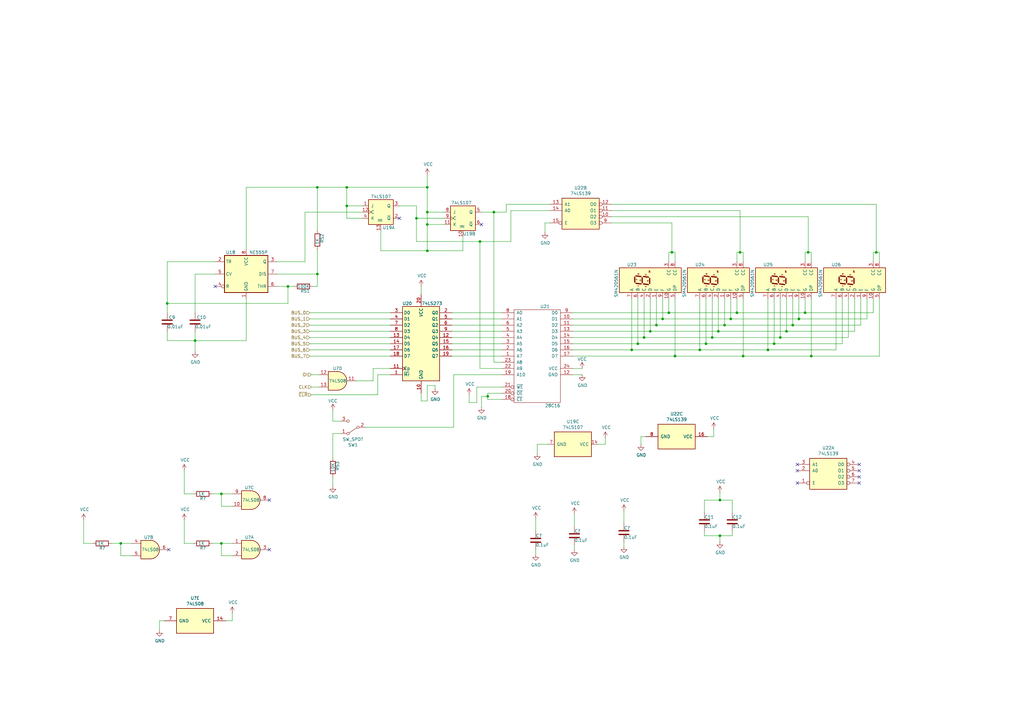
<source format=kicad_sch>
(kicad_sch (version 20230121) (generator eeschema)

  (uuid 17bb70c7-2dad-4a0c-b4d6-0bee425b8941)

  (paper "A3")

  (lib_symbols
    (symbol "74xx:74LS08" (pin_names (offset 1.016)) (in_bom yes) (on_board yes)
      (property "Reference" "U" (at 0 1.27 0)
        (effects (font (size 1.27 1.27)))
      )
      (property "Value" "74LS08" (at 0 -1.27 0)
        (effects (font (size 1.27 1.27)))
      )
      (property "Footprint" "" (at 0 0 0)
        (effects (font (size 1.27 1.27)) hide)
      )
      (property "Datasheet" "http://www.ti.com/lit/gpn/sn74LS08" (at 0 0 0)
        (effects (font (size 1.27 1.27)) hide)
      )
      (property "ki_locked" "" (at 0 0 0)
        (effects (font (size 1.27 1.27)))
      )
      (property "ki_keywords" "TTL and2" (at 0 0 0)
        (effects (font (size 1.27 1.27)) hide)
      )
      (property "ki_description" "Quad And2" (at 0 0 0)
        (effects (font (size 1.27 1.27)) hide)
      )
      (property "ki_fp_filters" "DIP*W7.62mm*" (at 0 0 0)
        (effects (font (size 1.27 1.27)) hide)
      )
      (symbol "74LS08_1_1"
        (arc (start 0 -3.81) (mid 3.7934 0) (end 0 3.81)
          (stroke (width 0.254) (type default))
          (fill (type background))
        )
        (polyline
          (pts
            (xy 0 3.81)
            (xy -3.81 3.81)
            (xy -3.81 -3.81)
            (xy 0 -3.81)
          )
          (stroke (width 0.254) (type default))
          (fill (type background))
        )
        (pin input line (at -7.62 2.54 0) (length 3.81)
          (name "~" (effects (font (size 1.27 1.27))))
          (number "1" (effects (font (size 1.27 1.27))))
        )
        (pin input line (at -7.62 -2.54 0) (length 3.81)
          (name "~" (effects (font (size 1.27 1.27))))
          (number "2" (effects (font (size 1.27 1.27))))
        )
        (pin output line (at 7.62 0 180) (length 3.81)
          (name "~" (effects (font (size 1.27 1.27))))
          (number "3" (effects (font (size 1.27 1.27))))
        )
      )
      (symbol "74LS08_1_2"
        (arc (start -3.81 -3.81) (mid -2.589 0) (end -3.81 3.81)
          (stroke (width 0.254) (type default))
          (fill (type none))
        )
        (arc (start -0.6096 -3.81) (mid 2.1842 -2.5851) (end 3.81 0)
          (stroke (width 0.254) (type default))
          (fill (type background))
        )
        (polyline
          (pts
            (xy -3.81 -3.81)
            (xy -0.635 -3.81)
          )
          (stroke (width 0.254) (type default))
          (fill (type background))
        )
        (polyline
          (pts
            (xy -3.81 3.81)
            (xy -0.635 3.81)
          )
          (stroke (width 0.254) (type default))
          (fill (type background))
        )
        (polyline
          (pts
            (xy -0.635 3.81)
            (xy -3.81 3.81)
            (xy -3.81 3.81)
            (xy -3.556 3.4036)
            (xy -3.0226 2.2606)
            (xy -2.6924 1.0414)
            (xy -2.6162 -0.254)
            (xy -2.7686 -1.4986)
            (xy -3.175 -2.7178)
            (xy -3.81 -3.81)
            (xy -3.81 -3.81)
            (xy -0.635 -3.81)
          )
          (stroke (width -25.4) (type default))
          (fill (type background))
        )
        (arc (start 3.81 0) (mid 2.1915 2.5936) (end -0.6096 3.81)
          (stroke (width 0.254) (type default))
          (fill (type background))
        )
        (pin input inverted (at -7.62 2.54 0) (length 4.318)
          (name "~" (effects (font (size 1.27 1.27))))
          (number "1" (effects (font (size 1.27 1.27))))
        )
        (pin input inverted (at -7.62 -2.54 0) (length 4.318)
          (name "~" (effects (font (size 1.27 1.27))))
          (number "2" (effects (font (size 1.27 1.27))))
        )
        (pin output inverted (at 7.62 0 180) (length 3.81)
          (name "~" (effects (font (size 1.27 1.27))))
          (number "3" (effects (font (size 1.27 1.27))))
        )
      )
      (symbol "74LS08_2_1"
        (arc (start 0 -3.81) (mid 3.7934 0) (end 0 3.81)
          (stroke (width 0.254) (type default))
          (fill (type background))
        )
        (polyline
          (pts
            (xy 0 3.81)
            (xy -3.81 3.81)
            (xy -3.81 -3.81)
            (xy 0 -3.81)
          )
          (stroke (width 0.254) (type default))
          (fill (type background))
        )
        (pin input line (at -7.62 2.54 0) (length 3.81)
          (name "~" (effects (font (size 1.27 1.27))))
          (number "4" (effects (font (size 1.27 1.27))))
        )
        (pin input line (at -7.62 -2.54 0) (length 3.81)
          (name "~" (effects (font (size 1.27 1.27))))
          (number "5" (effects (font (size 1.27 1.27))))
        )
        (pin output line (at 7.62 0 180) (length 3.81)
          (name "~" (effects (font (size 1.27 1.27))))
          (number "6" (effects (font (size 1.27 1.27))))
        )
      )
      (symbol "74LS08_2_2"
        (arc (start -3.81 -3.81) (mid -2.589 0) (end -3.81 3.81)
          (stroke (width 0.254) (type default))
          (fill (type none))
        )
        (arc (start -0.6096 -3.81) (mid 2.1842 -2.5851) (end 3.81 0)
          (stroke (width 0.254) (type default))
          (fill (type background))
        )
        (polyline
          (pts
            (xy -3.81 -3.81)
            (xy -0.635 -3.81)
          )
          (stroke (width 0.254) (type default))
          (fill (type background))
        )
        (polyline
          (pts
            (xy -3.81 3.81)
            (xy -0.635 3.81)
          )
          (stroke (width 0.254) (type default))
          (fill (type background))
        )
        (polyline
          (pts
            (xy -0.635 3.81)
            (xy -3.81 3.81)
            (xy -3.81 3.81)
            (xy -3.556 3.4036)
            (xy -3.0226 2.2606)
            (xy -2.6924 1.0414)
            (xy -2.6162 -0.254)
            (xy -2.7686 -1.4986)
            (xy -3.175 -2.7178)
            (xy -3.81 -3.81)
            (xy -3.81 -3.81)
            (xy -0.635 -3.81)
          )
          (stroke (width -25.4) (type default))
          (fill (type background))
        )
        (arc (start 3.81 0) (mid 2.1915 2.5936) (end -0.6096 3.81)
          (stroke (width 0.254) (type default))
          (fill (type background))
        )
        (pin input inverted (at -7.62 2.54 0) (length 4.318)
          (name "~" (effects (font (size 1.27 1.27))))
          (number "4" (effects (font (size 1.27 1.27))))
        )
        (pin input inverted (at -7.62 -2.54 0) (length 4.318)
          (name "~" (effects (font (size 1.27 1.27))))
          (number "5" (effects (font (size 1.27 1.27))))
        )
        (pin output inverted (at 7.62 0 180) (length 3.81)
          (name "~" (effects (font (size 1.27 1.27))))
          (number "6" (effects (font (size 1.27 1.27))))
        )
      )
      (symbol "74LS08_3_1"
        (arc (start 0 -3.81) (mid 3.7934 0) (end 0 3.81)
          (stroke (width 0.254) (type default))
          (fill (type background))
        )
        (polyline
          (pts
            (xy 0 3.81)
            (xy -3.81 3.81)
            (xy -3.81 -3.81)
            (xy 0 -3.81)
          )
          (stroke (width 0.254) (type default))
          (fill (type background))
        )
        (pin input line (at -7.62 -2.54 0) (length 3.81)
          (name "~" (effects (font (size 1.27 1.27))))
          (number "10" (effects (font (size 1.27 1.27))))
        )
        (pin output line (at 7.62 0 180) (length 3.81)
          (name "~" (effects (font (size 1.27 1.27))))
          (number "8" (effects (font (size 1.27 1.27))))
        )
        (pin input line (at -7.62 2.54 0) (length 3.81)
          (name "~" (effects (font (size 1.27 1.27))))
          (number "9" (effects (font (size 1.27 1.27))))
        )
      )
      (symbol "74LS08_3_2"
        (arc (start -3.81 -3.81) (mid -2.589 0) (end -3.81 3.81)
          (stroke (width 0.254) (type default))
          (fill (type none))
        )
        (arc (start -0.6096 -3.81) (mid 2.1842 -2.5851) (end 3.81 0)
          (stroke (width 0.254) (type default))
          (fill (type background))
        )
        (polyline
          (pts
            (xy -3.81 -3.81)
            (xy -0.635 -3.81)
          )
          (stroke (width 0.254) (type default))
          (fill (type background))
        )
        (polyline
          (pts
            (xy -3.81 3.81)
            (xy -0.635 3.81)
          )
          (stroke (width 0.254) (type default))
          (fill (type background))
        )
        (polyline
          (pts
            (xy -0.635 3.81)
            (xy -3.81 3.81)
            (xy -3.81 3.81)
            (xy -3.556 3.4036)
            (xy -3.0226 2.2606)
            (xy -2.6924 1.0414)
            (xy -2.6162 -0.254)
            (xy -2.7686 -1.4986)
            (xy -3.175 -2.7178)
            (xy -3.81 -3.81)
            (xy -3.81 -3.81)
            (xy -0.635 -3.81)
          )
          (stroke (width -25.4) (type default))
          (fill (type background))
        )
        (arc (start 3.81 0) (mid 2.1915 2.5936) (end -0.6096 3.81)
          (stroke (width 0.254) (type default))
          (fill (type background))
        )
        (pin input inverted (at -7.62 -2.54 0) (length 4.318)
          (name "~" (effects (font (size 1.27 1.27))))
          (number "10" (effects (font (size 1.27 1.27))))
        )
        (pin output inverted (at 7.62 0 180) (length 3.81)
          (name "~" (effects (font (size 1.27 1.27))))
          (number "8" (effects (font (size 1.27 1.27))))
        )
        (pin input inverted (at -7.62 2.54 0) (length 4.318)
          (name "~" (effects (font (size 1.27 1.27))))
          (number "9" (effects (font (size 1.27 1.27))))
        )
      )
      (symbol "74LS08_4_1"
        (arc (start 0 -3.81) (mid 3.7934 0) (end 0 3.81)
          (stroke (width 0.254) (type default))
          (fill (type background))
        )
        (polyline
          (pts
            (xy 0 3.81)
            (xy -3.81 3.81)
            (xy -3.81 -3.81)
            (xy 0 -3.81)
          )
          (stroke (width 0.254) (type default))
          (fill (type background))
        )
        (pin output line (at 7.62 0 180) (length 3.81)
          (name "~" (effects (font (size 1.27 1.27))))
          (number "11" (effects (font (size 1.27 1.27))))
        )
        (pin input line (at -7.62 2.54 0) (length 3.81)
          (name "~" (effects (font (size 1.27 1.27))))
          (number "12" (effects (font (size 1.27 1.27))))
        )
        (pin input line (at -7.62 -2.54 0) (length 3.81)
          (name "~" (effects (font (size 1.27 1.27))))
          (number "13" (effects (font (size 1.27 1.27))))
        )
      )
      (symbol "74LS08_4_2"
        (arc (start -3.81 -3.81) (mid -2.589 0) (end -3.81 3.81)
          (stroke (width 0.254) (type default))
          (fill (type none))
        )
        (arc (start -0.6096 -3.81) (mid 2.1842 -2.5851) (end 3.81 0)
          (stroke (width 0.254) (type default))
          (fill (type background))
        )
        (polyline
          (pts
            (xy -3.81 -3.81)
            (xy -0.635 -3.81)
          )
          (stroke (width 0.254) (type default))
          (fill (type background))
        )
        (polyline
          (pts
            (xy -3.81 3.81)
            (xy -0.635 3.81)
          )
          (stroke (width 0.254) (type default))
          (fill (type background))
        )
        (polyline
          (pts
            (xy -0.635 3.81)
            (xy -3.81 3.81)
            (xy -3.81 3.81)
            (xy -3.556 3.4036)
            (xy -3.0226 2.2606)
            (xy -2.6924 1.0414)
            (xy -2.6162 -0.254)
            (xy -2.7686 -1.4986)
            (xy -3.175 -2.7178)
            (xy -3.81 -3.81)
            (xy -3.81 -3.81)
            (xy -0.635 -3.81)
          )
          (stroke (width -25.4) (type default))
          (fill (type background))
        )
        (arc (start 3.81 0) (mid 2.1915 2.5936) (end -0.6096 3.81)
          (stroke (width 0.254) (type default))
          (fill (type background))
        )
        (pin output inverted (at 7.62 0 180) (length 3.81)
          (name "~" (effects (font (size 1.27 1.27))))
          (number "11" (effects (font (size 1.27 1.27))))
        )
        (pin input inverted (at -7.62 2.54 0) (length 4.318)
          (name "~" (effects (font (size 1.27 1.27))))
          (number "12" (effects (font (size 1.27 1.27))))
        )
        (pin input inverted (at -7.62 -2.54 0) (length 4.318)
          (name "~" (effects (font (size 1.27 1.27))))
          (number "13" (effects (font (size 1.27 1.27))))
        )
      )
      (symbol "74LS08_5_0"
        (pin power_in line (at 0 12.7 270) (length 5.08)
          (name "VCC" (effects (font (size 1.27 1.27))))
          (number "14" (effects (font (size 1.27 1.27))))
        )
        (pin power_in line (at 0 -12.7 90) (length 5.08)
          (name "GND" (effects (font (size 1.27 1.27))))
          (number "7" (effects (font (size 1.27 1.27))))
        )
      )
      (symbol "74LS08_5_1"
        (rectangle (start -5.08 7.62) (end 5.08 -7.62)
          (stroke (width 0.254) (type default))
          (fill (type background))
        )
      )
    )
    (symbol "74xx:74LS107" (pin_names (offset 1.016)) (in_bom yes) (on_board yes)
      (property "Reference" "U" (at -7.62 8.89 0)
        (effects (font (size 1.27 1.27)))
      )
      (property "Value" "74LS107" (at -7.62 -8.89 0)
        (effects (font (size 1.27 1.27)))
      )
      (property "Footprint" "" (at 0 0 0)
        (effects (font (size 1.27 1.27)) hide)
      )
      (property "Datasheet" "http://www.ti.com/lit/gpn/sn74LS107" (at 0 0 0)
        (effects (font (size 1.27 1.27)) hide)
      )
      (property "ki_locked" "" (at 0 0 0)
        (effects (font (size 1.27 1.27)))
      )
      (property "ki_keywords" "TTL JK" (at 0 0 0)
        (effects (font (size 1.27 1.27)) hide)
      )
      (property "ki_description" "Dual JK Flip-Flop, reset" (at 0 0 0)
        (effects (font (size 1.27 1.27)) hide)
      )
      (property "ki_fp_filters" "DIP*W7.62mm*" (at 0 0 0)
        (effects (font (size 1.27 1.27)) hide)
      )
      (symbol "74LS107_1_0"
        (pin input line (at -7.62 2.54 0) (length 2.54)
          (name "J" (effects (font (size 1.27 1.27))))
          (number "1" (effects (font (size 1.27 1.27))))
        )
        (pin input clock (at -7.62 0 0) (length 2.54)
          (name "C" (effects (font (size 1.27 1.27))))
          (number "12" (effects (font (size 1.27 1.27))))
        )
        (pin input line (at 0 -7.62 90) (length 2.54)
          (name "~{R}" (effects (font (size 1.27 1.27))))
          (number "13" (effects (font (size 1.27 1.27))))
        )
        (pin output line (at 7.62 -2.54 180) (length 2.54)
          (name "~{Q}" (effects (font (size 1.27 1.27))))
          (number "2" (effects (font (size 1.27 1.27))))
        )
        (pin output line (at 7.62 2.54 180) (length 2.54)
          (name "Q" (effects (font (size 1.27 1.27))))
          (number "3" (effects (font (size 1.27 1.27))))
        )
        (pin input line (at -7.62 -2.54 0) (length 2.54)
          (name "K" (effects (font (size 1.27 1.27))))
          (number "4" (effects (font (size 1.27 1.27))))
        )
      )
      (symbol "74LS107_1_1"
        (rectangle (start -5.08 5.08) (end 5.08 -5.08)
          (stroke (width 0.254) (type default))
          (fill (type background))
        )
      )
      (symbol "74LS107_2_0"
        (pin input line (at 0 -7.62 90) (length 2.54)
          (name "~{R}" (effects (font (size 1.27 1.27))))
          (number "10" (effects (font (size 1.27 1.27))))
        )
        (pin input line (at -7.62 -2.54 0) (length 2.54)
          (name "K" (effects (font (size 1.27 1.27))))
          (number "11" (effects (font (size 1.27 1.27))))
        )
        (pin output line (at 7.62 2.54 180) (length 2.54)
          (name "Q" (effects (font (size 1.27 1.27))))
          (number "5" (effects (font (size 1.27 1.27))))
        )
        (pin output line (at 7.62 -2.54 180) (length 2.54)
          (name "~{Q}" (effects (font (size 1.27 1.27))))
          (number "6" (effects (font (size 1.27 1.27))))
        )
        (pin input line (at -7.62 2.54 0) (length 2.54)
          (name "J" (effects (font (size 1.27 1.27))))
          (number "8" (effects (font (size 1.27 1.27))))
        )
        (pin input clock (at -7.62 0 0) (length 2.54)
          (name "C" (effects (font (size 1.27 1.27))))
          (number "9" (effects (font (size 1.27 1.27))))
        )
      )
      (symbol "74LS107_2_1"
        (rectangle (start -5.08 5.08) (end 5.08 -5.08)
          (stroke (width 0.254) (type default))
          (fill (type background))
        )
      )
      (symbol "74LS107_3_0"
        (pin power_in line (at 0 10.16 270) (length 2.54)
          (name "VCC" (effects (font (size 1.27 1.27))))
          (number "14" (effects (font (size 1.27 1.27))))
        )
        (pin power_in line (at 0 -10.16 90) (length 2.54)
          (name "GND" (effects (font (size 1.27 1.27))))
          (number "7" (effects (font (size 1.27 1.27))))
        )
      )
      (symbol "74LS107_3_1"
        (rectangle (start -5.08 7.62) (end 5.08 -7.62)
          (stroke (width 0.254) (type default))
          (fill (type background))
        )
      )
    )
    (symbol "74xx:74LS139" (pin_names (offset 1.016)) (in_bom yes) (on_board yes)
      (property "Reference" "U" (at -7.62 8.89 0)
        (effects (font (size 1.27 1.27)))
      )
      (property "Value" "74LS139" (at -7.62 -8.89 0)
        (effects (font (size 1.27 1.27)))
      )
      (property "Footprint" "" (at 0 0 0)
        (effects (font (size 1.27 1.27)) hide)
      )
      (property "Datasheet" "http://www.ti.com/lit/ds/symlink/sn74ls139a.pdf" (at 0 0 0)
        (effects (font (size 1.27 1.27)) hide)
      )
      (property "ki_locked" "" (at 0 0 0)
        (effects (font (size 1.27 1.27)))
      )
      (property "ki_keywords" "TTL DECOD4" (at 0 0 0)
        (effects (font (size 1.27 1.27)) hide)
      )
      (property "ki_description" "Dual Decoder 1 of 4, Active low outputs" (at 0 0 0)
        (effects (font (size 1.27 1.27)) hide)
      )
      (property "ki_fp_filters" "DIP?16*" (at 0 0 0)
        (effects (font (size 1.27 1.27)) hide)
      )
      (symbol "74LS139_1_0"
        (pin input inverted (at -12.7 -5.08 0) (length 5.08)
          (name "E" (effects (font (size 1.27 1.27))))
          (number "1" (effects (font (size 1.27 1.27))))
        )
        (pin input line (at -12.7 0 0) (length 5.08)
          (name "A0" (effects (font (size 1.27 1.27))))
          (number "2" (effects (font (size 1.27 1.27))))
        )
        (pin input line (at -12.7 2.54 0) (length 5.08)
          (name "A1" (effects (font (size 1.27 1.27))))
          (number "3" (effects (font (size 1.27 1.27))))
        )
        (pin output inverted (at 12.7 2.54 180) (length 5.08)
          (name "O0" (effects (font (size 1.27 1.27))))
          (number "4" (effects (font (size 1.27 1.27))))
        )
        (pin output inverted (at 12.7 0 180) (length 5.08)
          (name "O1" (effects (font (size 1.27 1.27))))
          (number "5" (effects (font (size 1.27 1.27))))
        )
        (pin output inverted (at 12.7 -2.54 180) (length 5.08)
          (name "O2" (effects (font (size 1.27 1.27))))
          (number "6" (effects (font (size 1.27 1.27))))
        )
        (pin output inverted (at 12.7 -5.08 180) (length 5.08)
          (name "O3" (effects (font (size 1.27 1.27))))
          (number "7" (effects (font (size 1.27 1.27))))
        )
      )
      (symbol "74LS139_1_1"
        (rectangle (start -7.62 5.08) (end 7.62 -7.62)
          (stroke (width 0.254) (type default))
          (fill (type background))
        )
      )
      (symbol "74LS139_2_0"
        (pin output inverted (at 12.7 -2.54 180) (length 5.08)
          (name "O2" (effects (font (size 1.27 1.27))))
          (number "10" (effects (font (size 1.27 1.27))))
        )
        (pin output inverted (at 12.7 0 180) (length 5.08)
          (name "O1" (effects (font (size 1.27 1.27))))
          (number "11" (effects (font (size 1.27 1.27))))
        )
        (pin output inverted (at 12.7 2.54 180) (length 5.08)
          (name "O0" (effects (font (size 1.27 1.27))))
          (number "12" (effects (font (size 1.27 1.27))))
        )
        (pin input line (at -12.7 2.54 0) (length 5.08)
          (name "A1" (effects (font (size 1.27 1.27))))
          (number "13" (effects (font (size 1.27 1.27))))
        )
        (pin input line (at -12.7 0 0) (length 5.08)
          (name "A0" (effects (font (size 1.27 1.27))))
          (number "14" (effects (font (size 1.27 1.27))))
        )
        (pin input inverted (at -12.7 -5.08 0) (length 5.08)
          (name "E" (effects (font (size 1.27 1.27))))
          (number "15" (effects (font (size 1.27 1.27))))
        )
        (pin output inverted (at 12.7 -5.08 180) (length 5.08)
          (name "O3" (effects (font (size 1.27 1.27))))
          (number "9" (effects (font (size 1.27 1.27))))
        )
      )
      (symbol "74LS139_2_1"
        (rectangle (start -7.62 5.08) (end 7.62 -7.62)
          (stroke (width 0.254) (type default))
          (fill (type background))
        )
      )
      (symbol "74LS139_3_0"
        (pin power_in line (at 0 12.7 270) (length 5.08)
          (name "VCC" (effects (font (size 1.27 1.27))))
          (number "16" (effects (font (size 1.27 1.27))))
        )
        (pin power_in line (at 0 -12.7 90) (length 5.08)
          (name "GND" (effects (font (size 1.27 1.27))))
          (number "8" (effects (font (size 1.27 1.27))))
        )
      )
      (symbol "74LS139_3_1"
        (rectangle (start -5.08 7.62) (end 5.08 -7.62)
          (stroke (width 0.254) (type default))
          (fill (type background))
        )
      )
    )
    (symbol "74xx:74LS273" (in_bom yes) (on_board yes)
      (property "Reference" "U" (at -7.62 16.51 0)
        (effects (font (size 1.27 1.27)))
      )
      (property "Value" "74LS273" (at -7.62 -16.51 0)
        (effects (font (size 1.27 1.27)))
      )
      (property "Footprint" "" (at 0 0 0)
        (effects (font (size 1.27 1.27)) hide)
      )
      (property "Datasheet" "http://www.ti.com/lit/gpn/sn74LS273" (at 0 0 0)
        (effects (font (size 1.27 1.27)) hide)
      )
      (property "ki_keywords" "TTL DFF DFF8" (at 0 0 0)
        (effects (font (size 1.27 1.27)) hide)
      )
      (property "ki_description" "8-bit D Flip-Flop, reset" (at 0 0 0)
        (effects (font (size 1.27 1.27)) hide)
      )
      (property "ki_fp_filters" "DIP?20* SO?20* SOIC?20*" (at 0 0 0)
        (effects (font (size 1.27 1.27)) hide)
      )
      (symbol "74LS273_1_0"
        (pin input line (at -12.7 -12.7 0) (length 5.08)
          (name "~{Mr}" (effects (font (size 1.27 1.27))))
          (number "1" (effects (font (size 1.27 1.27))))
        )
        (pin power_in line (at 0 -20.32 90) (length 5.08)
          (name "GND" (effects (font (size 1.27 1.27))))
          (number "10" (effects (font (size 1.27 1.27))))
        )
        (pin input clock (at -12.7 -10.16 0) (length 5.08)
          (name "Cp" (effects (font (size 1.27 1.27))))
          (number "11" (effects (font (size 1.27 1.27))))
        )
        (pin output line (at 12.7 2.54 180) (length 5.08)
          (name "Q4" (effects (font (size 1.27 1.27))))
          (number "12" (effects (font (size 1.27 1.27))))
        )
        (pin input line (at -12.7 2.54 0) (length 5.08)
          (name "D4" (effects (font (size 1.27 1.27))))
          (number "13" (effects (font (size 1.27 1.27))))
        )
        (pin input line (at -12.7 0 0) (length 5.08)
          (name "D5" (effects (font (size 1.27 1.27))))
          (number "14" (effects (font (size 1.27 1.27))))
        )
        (pin output line (at 12.7 0 180) (length 5.08)
          (name "Q5" (effects (font (size 1.27 1.27))))
          (number "15" (effects (font (size 1.27 1.27))))
        )
        (pin output line (at 12.7 -2.54 180) (length 5.08)
          (name "Q6" (effects (font (size 1.27 1.27))))
          (number "16" (effects (font (size 1.27 1.27))))
        )
        (pin input line (at -12.7 -2.54 0) (length 5.08)
          (name "D6" (effects (font (size 1.27 1.27))))
          (number "17" (effects (font (size 1.27 1.27))))
        )
        (pin input line (at -12.7 -5.08 0) (length 5.08)
          (name "D7" (effects (font (size 1.27 1.27))))
          (number "18" (effects (font (size 1.27 1.27))))
        )
        (pin output line (at 12.7 -5.08 180) (length 5.08)
          (name "Q7" (effects (font (size 1.27 1.27))))
          (number "19" (effects (font (size 1.27 1.27))))
        )
        (pin output line (at 12.7 12.7 180) (length 5.08)
          (name "Q0" (effects (font (size 1.27 1.27))))
          (number "2" (effects (font (size 1.27 1.27))))
        )
        (pin power_in line (at 0 20.32 270) (length 5.08)
          (name "VCC" (effects (font (size 1.27 1.27))))
          (number "20" (effects (font (size 1.27 1.27))))
        )
        (pin input line (at -12.7 12.7 0) (length 5.08)
          (name "D0" (effects (font (size 1.27 1.27))))
          (number "3" (effects (font (size 1.27 1.27))))
        )
        (pin input line (at -12.7 10.16 0) (length 5.08)
          (name "D1" (effects (font (size 1.27 1.27))))
          (number "4" (effects (font (size 1.27 1.27))))
        )
        (pin output line (at 12.7 10.16 180) (length 5.08)
          (name "Q1" (effects (font (size 1.27 1.27))))
          (number "5" (effects (font (size 1.27 1.27))))
        )
        (pin output line (at 12.7 7.62 180) (length 5.08)
          (name "Q2" (effects (font (size 1.27 1.27))))
          (number "6" (effects (font (size 1.27 1.27))))
        )
        (pin input line (at -12.7 7.62 0) (length 5.08)
          (name "D2" (effects (font (size 1.27 1.27))))
          (number "7" (effects (font (size 1.27 1.27))))
        )
        (pin input line (at -12.7 5.08 0) (length 5.08)
          (name "D3" (effects (font (size 1.27 1.27))))
          (number "8" (effects (font (size 1.27 1.27))))
        )
        (pin output line (at 12.7 5.08 180) (length 5.08)
          (name "Q3" (effects (font (size 1.27 1.27))))
          (number "9" (effects (font (size 1.27 1.27))))
        )
      )
      (symbol "74LS273_1_1"
        (rectangle (start -7.62 15.24) (end 7.62 -15.24)
          (stroke (width 0.254) (type default))
          (fill (type background))
        )
      )
    )
    (symbol "8 Bit Computer-rescue:28C16-28c16" (pin_names (offset 1.016)) (in_bom yes) (on_board yes)
      (property "Reference" "U" (at 1.27 16.51 0)
        (effects (font (size 1.27 1.27)))
      )
      (property "Value" "28c16_28C16" (at 3.81 -24.13 0)
        (effects (font (size 1.27 1.27)))
      )
      (property "Footprint" "" (at -7.62 17.78 0)
        (effects (font (size 1.27 1.27)) hide)
      )
      (property "Datasheet" "" (at -7.62 17.78 0)
        (effects (font (size 1.27 1.27)) hide)
      )
      (symbol "28C16-28c16_0_1"
        (rectangle (start -10.16 15.24) (end 8.89 -22.86)
          (stroke (width 0) (type solid))
          (fill (type none))
        )
      )
      (symbol "28C16-28c16_1_1"
        (pin output line (at -15.24 -3.81 0) (length 5.08)
          (name "A7" (effects (font (size 1.27 1.27))))
          (number "1" (effects (font (size 1.27 1.27))))
        )
        (pin output line (at 13.97 11.43 180) (length 5.08)
          (name "D1" (effects (font (size 1.27 1.27))))
          (number "10" (effects (font (size 1.27 1.27))))
        )
        (pin output line (at 13.97 8.89 180) (length 5.08)
          (name "D2" (effects (font (size 1.27 1.27))))
          (number "11" (effects (font (size 1.27 1.27))))
        )
        (pin output line (at 13.97 -11.43 180) (length 5.08)
          (name "GND" (effects (font (size 1.27 1.27))))
          (number "12" (effects (font (size 1.27 1.27))))
        )
        (pin output line (at 13.97 6.35 180) (length 5.08)
          (name "D3" (effects (font (size 1.27 1.27))))
          (number "13" (effects (font (size 1.27 1.27))))
        )
        (pin output line (at 13.97 3.81 180) (length 5.08)
          (name "D4" (effects (font (size 1.27 1.27))))
          (number "14" (effects (font (size 1.27 1.27))))
        )
        (pin output line (at 13.97 1.27 180) (length 5.08)
          (name "D5" (effects (font (size 1.27 1.27))))
          (number "15" (effects (font (size 1.27 1.27))))
        )
        (pin output line (at 13.97 -1.27 180) (length 5.08)
          (name "D6" (effects (font (size 1.27 1.27))))
          (number "16" (effects (font (size 1.27 1.27))))
        )
        (pin output line (at 13.97 -3.81 180) (length 5.08)
          (name "D7" (effects (font (size 1.27 1.27))))
          (number "17" (effects (font (size 1.27 1.27))))
        )
        (pin output inverted (at -15.24 -21.59 0) (length 5.08)
          (name "~{CE}" (effects (font (size 1.27 1.27))))
          (number "18" (effects (font (size 1.27 1.27))))
        )
        (pin output line (at -15.24 -11.43 0) (length 5.08)
          (name "A10" (effects (font (size 1.27 1.27))))
          (number "19" (effects (font (size 1.27 1.27))))
        )
        (pin output line (at -15.24 -1.27 0) (length 5.08)
          (name "A6" (effects (font (size 1.27 1.27))))
          (number "2" (effects (font (size 1.27 1.27))))
        )
        (pin output inverted (at -15.24 -19.05 0) (length 5.08)
          (name "~{OE}" (effects (font (size 1.27 1.27))))
          (number "20" (effects (font (size 1.27 1.27))))
        )
        (pin output inverted (at -15.24 -16.51 0) (length 5.08)
          (name "~{WE}" (effects (font (size 1.27 1.27))))
          (number "21" (effects (font (size 1.27 1.27))))
        )
        (pin output line (at -15.24 -8.89 0) (length 5.08)
          (name "A9" (effects (font (size 1.27 1.27))))
          (number "22" (effects (font (size 1.27 1.27))))
        )
        (pin output line (at -15.24 -6.35 0) (length 5.08)
          (name "A8" (effects (font (size 1.27 1.27))))
          (number "23" (effects (font (size 1.27 1.27))))
        )
        (pin output line (at 13.97 -8.89 180) (length 5.08)
          (name "VCC" (effects (font (size 1.27 1.27))))
          (number "24" (effects (font (size 1.27 1.27))))
        )
        (pin output line (at -15.24 1.27 0) (length 5.08)
          (name "A5" (effects (font (size 1.27 1.27))))
          (number "3" (effects (font (size 1.27 1.27))))
        )
        (pin output line (at -15.24 3.81 0) (length 5.08)
          (name "A4" (effects (font (size 1.27 1.27))))
          (number "4" (effects (font (size 1.27 1.27))))
        )
        (pin output line (at -15.24 6.35 0) (length 5.08)
          (name "A3" (effects (font (size 1.27 1.27))))
          (number "5" (effects (font (size 1.27 1.27))))
        )
        (pin output line (at -15.24 8.89 0) (length 5.08)
          (name "A2" (effects (font (size 1.27 1.27))))
          (number "6" (effects (font (size 1.27 1.27))))
        )
        (pin output line (at -15.24 11.43 0) (length 5.08)
          (name "A1" (effects (font (size 1.27 1.27))))
          (number "7" (effects (font (size 1.27 1.27))))
        )
        (pin output line (at -15.24 13.97 0) (length 5.08)
          (name "A0" (effects (font (size 1.27 1.27))))
          (number "8" (effects (font (size 1.27 1.27))))
        )
        (pin output line (at 13.97 13.97 180) (length 5.08)
          (name "D0" (effects (font (size 1.27 1.27))))
          (number "9" (effects (font (size 1.27 1.27))))
        )
      )
    )
    (symbol "Device:C" (pin_numbers hide) (pin_names (offset 0.254)) (in_bom yes) (on_board yes)
      (property "Reference" "C" (at 0.635 2.54 0)
        (effects (font (size 1.27 1.27)) (justify left))
      )
      (property "Value" "C" (at 0.635 -2.54 0)
        (effects (font (size 1.27 1.27)) (justify left))
      )
      (property "Footprint" "" (at 0.9652 -3.81 0)
        (effects (font (size 1.27 1.27)) hide)
      )
      (property "Datasheet" "~" (at 0 0 0)
        (effects (font (size 1.27 1.27)) hide)
      )
      (property "ki_keywords" "cap capacitor" (at 0 0 0)
        (effects (font (size 1.27 1.27)) hide)
      )
      (property "ki_description" "Unpolarized capacitor" (at 0 0 0)
        (effects (font (size 1.27 1.27)) hide)
      )
      (property "ki_fp_filters" "C_*" (at 0 0 0)
        (effects (font (size 1.27 1.27)) hide)
      )
      (symbol "C_0_1"
        (polyline
          (pts
            (xy -2.032 -0.762)
            (xy 2.032 -0.762)
          )
          (stroke (width 0.508) (type default))
          (fill (type none))
        )
        (polyline
          (pts
            (xy -2.032 0.762)
            (xy 2.032 0.762)
          )
          (stroke (width 0.508) (type default))
          (fill (type none))
        )
      )
      (symbol "C_1_1"
        (pin passive line (at 0 3.81 270) (length 2.794)
          (name "~" (effects (font (size 1.27 1.27))))
          (number "1" (effects (font (size 1.27 1.27))))
        )
        (pin passive line (at 0 -3.81 90) (length 2.794)
          (name "~" (effects (font (size 1.27 1.27))))
          (number "2" (effects (font (size 1.27 1.27))))
        )
      )
    )
    (symbol "Device:R" (pin_numbers hide) (pin_names (offset 0)) (in_bom yes) (on_board yes)
      (property "Reference" "R" (at 2.032 0 90)
        (effects (font (size 1.27 1.27)))
      )
      (property "Value" "R" (at 0 0 90)
        (effects (font (size 1.27 1.27)))
      )
      (property "Footprint" "" (at -1.778 0 90)
        (effects (font (size 1.27 1.27)) hide)
      )
      (property "Datasheet" "~" (at 0 0 0)
        (effects (font (size 1.27 1.27)) hide)
      )
      (property "ki_keywords" "R res resistor" (at 0 0 0)
        (effects (font (size 1.27 1.27)) hide)
      )
      (property "ki_description" "Resistor" (at 0 0 0)
        (effects (font (size 1.27 1.27)) hide)
      )
      (property "ki_fp_filters" "R_*" (at 0 0 0)
        (effects (font (size 1.27 1.27)) hide)
      )
      (symbol "R_0_1"
        (rectangle (start -1.016 -2.54) (end 1.016 2.54)
          (stroke (width 0.254) (type default))
          (fill (type none))
        )
      )
      (symbol "R_1_1"
        (pin passive line (at 0 3.81 270) (length 1.27)
          (name "~" (effects (font (size 1.27 1.27))))
          (number "1" (effects (font (size 1.27 1.27))))
        )
        (pin passive line (at 0 -3.81 90) (length 1.27)
          (name "~" (effects (font (size 1.27 1.27))))
          (number "2" (effects (font (size 1.27 1.27))))
        )
      )
    )
    (symbol "Display_Character:SM420561N" (in_bom yes) (on_board yes)
      (property "Reference" "U" (at -2.54 13.97 0)
        (effects (font (size 1.27 1.27)) (justify right))
      )
      (property "Value" "SM420561N" (at 1.27 13.97 0)
        (effects (font (size 1.27 1.27)) (justify left))
      )
      (property "Footprint" "Display_7Segment:7SegmentLED_LTS6760_LTS6780" (at 1.27 -15.24 0)
        (effects (font (size 1.27 1.27)) hide)
      )
      (property "Datasheet" "https://datasheet.lcsc.com/szlcsc/Wuxi-ARK-Tech-Elec-SM420561N_C141367.pdf" (at -12.7 12.065 0)
        (effects (font (size 1.27 1.27)) (justify left) hide)
      )
      (property "ki_keywords" "display LED 7-segment" (at 0 0 0)
        (effects (font (size 1.27 1.27)) hide)
      )
      (property "ki_description" "One digit 7 segment blue LED, common cathode" (at 0 0 0)
        (effects (font (size 1.27 1.27)) hide)
      )
      (property "ki_fp_filters" "7SegmentLED?LTS6760?LTS6780*" (at 0 0 0)
        (effects (font (size 1.27 1.27)) hide)
      )
      (symbol "SM420561N_0_0"
        (text "A" (at 0.254 5.588 0)
          (effects (font (size 0.508 0.508)))
        )
        (text "B" (at 2.54 4.826 0)
          (effects (font (size 0.508 0.508)))
        )
        (text "C" (at 2.286 1.778 0)
          (effects (font (size 0.508 0.508)))
        )
        (text "D" (at -0.254 1.016 0)
          (effects (font (size 0.508 0.508)))
        )
        (text "DP" (at 3.556 0.254 0)
          (effects (font (size 0.508 0.508)))
        )
        (text "E" (at -2.54 1.778 0)
          (effects (font (size 0.508 0.508)))
        )
        (text "F" (at -2.286 4.826 0)
          (effects (font (size 0.508 0.508)))
        )
        (text "G" (at 0 4.064 0)
          (effects (font (size 0.508 0.508)))
        )
      )
      (symbol "SM420561N_0_1"
        (rectangle (start -5.08 12.7) (end 5.08 -12.7)
          (stroke (width 0.254) (type default))
          (fill (type background))
        )
        (polyline
          (pts
            (xy -1.524 2.794)
            (xy -1.778 0.762)
          )
          (stroke (width 0.508) (type default))
          (fill (type none))
        )
        (polyline
          (pts
            (xy -1.27 0.254)
            (xy 0.762 0.254)
          )
          (stroke (width 0.508) (type default))
          (fill (type none))
        )
        (polyline
          (pts
            (xy -1.27 5.842)
            (xy -1.524 3.81)
          )
          (stroke (width 0.508) (type default))
          (fill (type none))
        )
        (polyline
          (pts
            (xy -1.016 3.302)
            (xy 1.016 3.302)
          )
          (stroke (width 0.508) (type default))
          (fill (type none))
        )
        (polyline
          (pts
            (xy -0.762 6.35)
            (xy 1.27 6.35)
          )
          (stroke (width 0.508) (type default))
          (fill (type none))
        )
        (polyline
          (pts
            (xy 1.524 2.794)
            (xy 1.27 0.762)
          )
          (stroke (width 0.508) (type default))
          (fill (type none))
        )
        (polyline
          (pts
            (xy 1.778 5.842)
            (xy 1.524 3.81)
          )
          (stroke (width 0.508) (type default))
          (fill (type none))
        )
        (polyline
          (pts
            (xy 2.54 0.254)
            (xy 2.54 0.254)
          )
          (stroke (width 0.508) (type default))
          (fill (type none))
        )
      )
      (symbol "SM420561N_1_1"
        (pin input line (at -7.62 -2.54 0) (length 2.54)
          (name "E" (effects (font (size 1.27 1.27))))
          (number "1" (effects (font (size 1.27 1.27))))
        )
        (pin input line (at -7.62 -7.62 0) (length 2.54)
          (name "G" (effects (font (size 1.27 1.27))))
          (number "10" (effects (font (size 1.27 1.27))))
        )
        (pin input line (at -7.62 0 0) (length 2.54)
          (name "D" (effects (font (size 1.27 1.27))))
          (number "2" (effects (font (size 1.27 1.27))))
        )
        (pin input line (at 7.62 -7.62 180) (length 2.54)
          (name "CC" (effects (font (size 1.27 1.27))))
          (number "3" (effects (font (size 1.27 1.27))))
        )
        (pin input line (at -7.62 2.54 0) (length 2.54)
          (name "C" (effects (font (size 1.27 1.27))))
          (number "4" (effects (font (size 1.27 1.27))))
        )
        (pin input line (at -7.62 -10.16 0) (length 2.54)
          (name "DP" (effects (font (size 1.27 1.27))))
          (number "5" (effects (font (size 1.27 1.27))))
        )
        (pin input line (at -7.62 5.08 0) (length 2.54)
          (name "B" (effects (font (size 1.27 1.27))))
          (number "6" (effects (font (size 1.27 1.27))))
        )
        (pin input line (at -7.62 7.62 0) (length 2.54)
          (name "A" (effects (font (size 1.27 1.27))))
          (number "7" (effects (font (size 1.27 1.27))))
        )
        (pin input line (at 7.62 -10.16 180) (length 2.54)
          (name "CC" (effects (font (size 1.27 1.27))))
          (number "8" (effects (font (size 1.27 1.27))))
        )
        (pin input line (at -7.62 -5.08 0) (length 2.54)
          (name "F" (effects (font (size 1.27 1.27))))
          (number "9" (effects (font (size 1.27 1.27))))
        )
      )
    )
    (symbol "Switch:SW_SPDT" (pin_names (offset 0) hide) (in_bom yes) (on_board yes)
      (property "Reference" "SW" (at 0 4.318 0)
        (effects (font (size 1.27 1.27)))
      )
      (property "Value" "SW_SPDT" (at 0 -5.08 0)
        (effects (font (size 1.27 1.27)))
      )
      (property "Footprint" "" (at 0 0 0)
        (effects (font (size 1.27 1.27)) hide)
      )
      (property "Datasheet" "~" (at 0 0 0)
        (effects (font (size 1.27 1.27)) hide)
      )
      (property "ki_keywords" "switch single-pole double-throw spdt ON-ON" (at 0 0 0)
        (effects (font (size 1.27 1.27)) hide)
      )
      (property "ki_description" "Switch, single pole double throw" (at 0 0 0)
        (effects (font (size 1.27 1.27)) hide)
      )
      (symbol "SW_SPDT_0_0"
        (circle (center -2.032 0) (radius 0.508)
          (stroke (width 0) (type default))
          (fill (type none))
        )
        (circle (center 2.032 -2.54) (radius 0.508)
          (stroke (width 0) (type default))
          (fill (type none))
        )
      )
      (symbol "SW_SPDT_0_1"
        (polyline
          (pts
            (xy -1.524 0.254)
            (xy 1.651 2.286)
          )
          (stroke (width 0) (type default))
          (fill (type none))
        )
        (circle (center 2.032 2.54) (radius 0.508)
          (stroke (width 0) (type default))
          (fill (type none))
        )
      )
      (symbol "SW_SPDT_1_1"
        (pin passive line (at 5.08 2.54 180) (length 2.54)
          (name "A" (effects (font (size 1.27 1.27))))
          (number "1" (effects (font (size 1.27 1.27))))
        )
        (pin passive line (at -5.08 0 0) (length 2.54)
          (name "B" (effects (font (size 1.27 1.27))))
          (number "2" (effects (font (size 1.27 1.27))))
        )
        (pin passive line (at 5.08 -2.54 180) (length 2.54)
          (name "C" (effects (font (size 1.27 1.27))))
          (number "3" (effects (font (size 1.27 1.27))))
        )
      )
    )
    (symbol "Timer:NE555P" (in_bom yes) (on_board yes)
      (property "Reference" "U" (at -10.16 8.89 0)
        (effects (font (size 1.27 1.27)) (justify left))
      )
      (property "Value" "NE555P" (at 2.54 8.89 0)
        (effects (font (size 1.27 1.27)) (justify left))
      )
      (property "Footprint" "Package_DIP:DIP-8_W7.62mm" (at 16.51 -10.16 0)
        (effects (font (size 1.27 1.27)) hide)
      )
      (property "Datasheet" "http://www.ti.com/lit/ds/symlink/ne555.pdf" (at 21.59 -10.16 0)
        (effects (font (size 1.27 1.27)) hide)
      )
      (property "ki_keywords" "single timer 555" (at 0 0 0)
        (effects (font (size 1.27 1.27)) hide)
      )
      (property "ki_description" "Precision Timers, 555 compatible,  PDIP-8" (at 0 0 0)
        (effects (font (size 1.27 1.27)) hide)
      )
      (property "ki_fp_filters" "DIP*W7.62mm*" (at 0 0 0)
        (effects (font (size 1.27 1.27)) hide)
      )
      (symbol "NE555P_0_0"
        (pin power_in line (at 0 -10.16 90) (length 2.54)
          (name "GND" (effects (font (size 1.27 1.27))))
          (number "1" (effects (font (size 1.27 1.27))))
        )
        (pin power_in line (at 0 10.16 270) (length 2.54)
          (name "VCC" (effects (font (size 1.27 1.27))))
          (number "8" (effects (font (size 1.27 1.27))))
        )
      )
      (symbol "NE555P_0_1"
        (rectangle (start -8.89 -7.62) (end 8.89 7.62)
          (stroke (width 0.254) (type default))
          (fill (type background))
        )
        (rectangle (start -8.89 -7.62) (end 8.89 7.62)
          (stroke (width 0.254) (type default))
          (fill (type background))
        )
      )
      (symbol "NE555P_1_1"
        (pin input line (at -12.7 5.08 0) (length 3.81)
          (name "TR" (effects (font (size 1.27 1.27))))
          (number "2" (effects (font (size 1.27 1.27))))
        )
        (pin output line (at 12.7 5.08 180) (length 3.81)
          (name "Q" (effects (font (size 1.27 1.27))))
          (number "3" (effects (font (size 1.27 1.27))))
        )
        (pin input inverted (at -12.7 -5.08 0) (length 3.81)
          (name "R" (effects (font (size 1.27 1.27))))
          (number "4" (effects (font (size 1.27 1.27))))
        )
        (pin input line (at -12.7 0 0) (length 3.81)
          (name "CV" (effects (font (size 1.27 1.27))))
          (number "5" (effects (font (size 1.27 1.27))))
        )
        (pin input line (at 12.7 -5.08 180) (length 3.81)
          (name "THR" (effects (font (size 1.27 1.27))))
          (number "6" (effects (font (size 1.27 1.27))))
        )
        (pin input line (at 12.7 0 180) (length 3.81)
          (name "DIS" (effects (font (size 1.27 1.27))))
          (number "7" (effects (font (size 1.27 1.27))))
        )
      )
    )
    (symbol "power:GND" (power) (pin_names (offset 0)) (in_bom yes) (on_board yes)
      (property "Reference" "#PWR" (at 0 -6.35 0)
        (effects (font (size 1.27 1.27)) hide)
      )
      (property "Value" "GND" (at 0 -3.81 0)
        (effects (font (size 1.27 1.27)))
      )
      (property "Footprint" "" (at 0 0 0)
        (effects (font (size 1.27 1.27)) hide)
      )
      (property "Datasheet" "" (at 0 0 0)
        (effects (font (size 1.27 1.27)) hide)
      )
      (property "ki_keywords" "global power" (at 0 0 0)
        (effects (font (size 1.27 1.27)) hide)
      )
      (property "ki_description" "Power symbol creates a global label with name \"GND\" , ground" (at 0 0 0)
        (effects (font (size 1.27 1.27)) hide)
      )
      (symbol "GND_0_1"
        (polyline
          (pts
            (xy 0 0)
            (xy 0 -1.27)
            (xy 1.27 -1.27)
            (xy 0 -2.54)
            (xy -1.27 -1.27)
            (xy 0 -1.27)
          )
          (stroke (width 0) (type default))
          (fill (type none))
        )
      )
      (symbol "GND_1_1"
        (pin power_in line (at 0 0 270) (length 0) hide
          (name "GND" (effects (font (size 1.27 1.27))))
          (number "1" (effects (font (size 1.27 1.27))))
        )
      )
    )
    (symbol "power:VCC" (power) (pin_names (offset 0)) (in_bom yes) (on_board yes)
      (property "Reference" "#PWR" (at 0 -3.81 0)
        (effects (font (size 1.27 1.27)) hide)
      )
      (property "Value" "VCC" (at 0 3.81 0)
        (effects (font (size 1.27 1.27)))
      )
      (property "Footprint" "" (at 0 0 0)
        (effects (font (size 1.27 1.27)) hide)
      )
      (property "Datasheet" "" (at 0 0 0)
        (effects (font (size 1.27 1.27)) hide)
      )
      (property "ki_keywords" "global power" (at 0 0 0)
        (effects (font (size 1.27 1.27)) hide)
      )
      (property "ki_description" "Power symbol creates a global label with name \"VCC\"" (at 0 0 0)
        (effects (font (size 1.27 1.27)) hide)
      )
      (symbol "VCC_0_1"
        (polyline
          (pts
            (xy -0.762 1.27)
            (xy 0 2.54)
          )
          (stroke (width 0) (type default))
          (fill (type none))
        )
        (polyline
          (pts
            (xy 0 0)
            (xy 0 2.54)
          )
          (stroke (width 0) (type default))
          (fill (type none))
        )
        (polyline
          (pts
            (xy 0 2.54)
            (xy 0.762 1.27)
          )
          (stroke (width 0) (type default))
          (fill (type none))
        )
      )
      (symbol "VCC_1_1"
        (pin power_in line (at 0 0 90) (length 0) hide
          (name "VCC" (effects (font (size 1.27 1.27))))
          (number "1" (effects (font (size 1.27 1.27))))
        )
      )
    )
  )

  (junction (at 327.66 130.81) (diameter 0) (color 0 0 0 0)
    (uuid 03028b3e-3048-4136-914c-592b6f7e0e8d)
  )
  (junction (at 330.2 128.27) (diameter 0) (color 0 0 0 0)
    (uuid 03378866-08d1-40ed-8115-f2caa6c4523d)
  )
  (junction (at 269.24 133.35) (diameter 0) (color 0 0 0 0)
    (uuid 0971704f-0cbd-4987-8b84-1abd7bf256a6)
  )
  (junction (at 359.41 103.505) (diameter 0) (color 0 0 0 0)
    (uuid 0ec3ca8b-166b-4d64-8db1-37364b199b74)
  )
  (junction (at 322.58 135.89) (diameter 0) (color 0 0 0 0)
    (uuid 1106f664-351d-4562-8d42-61b14253b04b)
  )
  (junction (at 302.26 128.27) (diameter 0) (color 0 0 0 0)
    (uuid 1f9beaba-d2ab-4e19-920f-83d973d863ca)
  )
  (junction (at 175.26 92.075) (diameter 0) (color 0 0 0 0)
    (uuid 2143d731-0723-4df7-931b-9c1b4bb90166)
  )
  (junction (at 175.26 102.87) (diameter 0) (color 0 0 0 0)
    (uuid 26700b70-df3f-454c-a74e-da57194b05c3)
  )
  (junction (at 196.85 99.06) (diameter 0) (color 0 0 0 0)
    (uuid 2839bf9f-1a2d-4d31-a39e-429a8e9a102e)
  )
  (junction (at 314.96 143.51) (diameter 0) (color 0 0 0 0)
    (uuid 2d559960-78c6-4506-b5fe-7e9ed1da1224)
  )
  (junction (at 295.275 205.105) (diameter 0) (color 0 0 0 0)
    (uuid 33f32db8-ed14-4738-8ec8-69ae3b7184cc)
  )
  (junction (at 68.58 124.46) (diameter 0) (color 0 0 0 0)
    (uuid 36792af8-455c-4a05-88e8-bbcfe0b9db8c)
  )
  (junction (at 49.53 222.885) (diameter 0) (color 0 0 0 0)
    (uuid 38c8027e-6c35-421f-8cce-3607d8c565d3)
  )
  (junction (at 200.025 162.56) (diameter 0) (color 0 0 0 0)
    (uuid 3cd1750a-8701-4bcc-b06d-396c788660fd)
  )
  (junction (at 261.62 140.97) (diameter 0) (color 0 0 0 0)
    (uuid 3fb8be5e-817b-4aa9-b0b8-0350f820eab5)
  )
  (junction (at 297.18 133.35) (diameter 0) (color 0 0 0 0)
    (uuid 459d6e3e-d092-44bd-a653-c19787f56f20)
  )
  (junction (at 304.8 146.05) (diameter 0) (color 0 0 0 0)
    (uuid 47008fd4-1e42-43b9-a07f-cb6bafae602d)
  )
  (junction (at 331.47 103.505) (diameter 0) (color 0 0 0 0)
    (uuid 50a9ace2-ad0a-4a8c-be54-0f3af985932b)
  )
  (junction (at 276.86 146.05) (diameter 0) (color 0 0 0 0)
    (uuid 586c0d8c-4e95-42d3-8ab1-63e19ab0ba55)
  )
  (junction (at 287.02 143.51) (diameter 0) (color 0 0 0 0)
    (uuid 5b71ffc1-e1da-4042-8275-a5b064cde9dc)
  )
  (junction (at 274.32 128.27) (diameter 0) (color 0 0 0 0)
    (uuid 613b549e-3991-4513-b93f-312ec4508609)
  )
  (junction (at 175.26 86.995) (diameter 0) (color 0 0 0 0)
    (uuid 628b53f7-bfd8-4932-97af-fa81e924c26b)
  )
  (junction (at 80.01 139.7) (diameter 0) (color 0 0 0 0)
    (uuid 67b4fb6a-ead6-48d2-98e0-c10176bf82d0)
  )
  (junction (at 295.275 219.71) (diameter 0) (color 0 0 0 0)
    (uuid 6e774f87-88f8-4a12-b937-ca55ce39e869)
  )
  (junction (at 317.5 140.97) (diameter 0) (color 0 0 0 0)
    (uuid 70dd3e51-6477-47da-a097-534c347f418f)
  )
  (junction (at 299.72 130.81) (diameter 0) (color 0 0 0 0)
    (uuid 7c759f71-fd0d-44d9-bf70-112f6a2726a9)
  )
  (junction (at 292.1 138.43) (diameter 0) (color 0 0 0 0)
    (uuid 9ea32912-08aa-4d32-9008-836d66e527e8)
  )
  (junction (at 303.53 103.505) (diameter 0) (color 0 0 0 0)
    (uuid a04717d4-076e-40fd-aee1-d98cbcef5939)
  )
  (junction (at 320.04 138.43) (diameter 0) (color 0 0 0 0)
    (uuid a6918f17-3e6c-464e-9125-789441e4e12e)
  )
  (junction (at 259.08 143.51) (diameter 0) (color 0 0 0 0)
    (uuid aa106417-0484-479c-99c5-9b6e1a5f1084)
  )
  (junction (at 118.11 117.475) (diameter 0) (color 0 0 0 0)
    (uuid b43278d0-f757-4f11-bde1-d8d9f6fbffbc)
  )
  (junction (at 175.26 76.835) (diameter 0) (color 0 0 0 0)
    (uuid bd6c9d16-9f4d-4458-acce-bc41d0361421)
  )
  (junction (at 266.7 135.89) (diameter 0) (color 0 0 0 0)
    (uuid c9856867-59ab-4483-ab08-dedee5baa3c2)
  )
  (junction (at 264.16 138.43) (diameter 0) (color 0 0 0 0)
    (uuid cbdb177f-0a38-49c1-9300-58fd4db7b89d)
  )
  (junction (at 271.78 130.81) (diameter 0) (color 0 0 0 0)
    (uuid cf2e79df-3da2-4303-8018-33cf587b33c6)
  )
  (junction (at 332.74 146.05) (diameter 0) (color 0 0 0 0)
    (uuid d19ca569-e11c-4763-a00e-42781c6b3862)
  )
  (junction (at 170.815 89.535) (diameter 0) (color 0 0 0 0)
    (uuid d56a51e3-6f6f-4d47-90c9-054d3ea68530)
  )
  (junction (at 90.805 222.885) (diameter 0) (color 0 0 0 0)
    (uuid d8ca4191-abb4-493c-86be-d1b9803bf543)
  )
  (junction (at 90.805 202.565) (diameter 0) (color 0 0 0 0)
    (uuid d9d1ea7a-e0e4-49d2-aa3f-91e546c6581a)
  )
  (junction (at 130.175 112.395) (diameter 0) (color 0 0 0 0)
    (uuid e0a372de-3df2-4eae-be45-1c6a827c34e3)
  )
  (junction (at 142.24 76.835) (diameter 0) (color 0 0 0 0)
    (uuid e43b422d-a361-46c0-b84d-ea41b8ce3113)
  )
  (junction (at 130.175 76.835) (diameter 0) (color 0 0 0 0)
    (uuid e570b6c7-637e-4874-9683-0d66db974e71)
  )
  (junction (at 325.12 133.35) (diameter 0) (color 0 0 0 0)
    (uuid e841f3fd-a213-4ec8-9d5c-225d5a3a9525)
  )
  (junction (at 294.64 135.89) (diameter 0) (color 0 0 0 0)
    (uuid ea369598-0e5e-4495-bbe5-feac45f8f792)
  )
  (junction (at 202.565 86.995) (diameter 0) (color 0 0 0 0)
    (uuid f02b7b4e-7dfc-4260-8583-919e83323faa)
  )
  (junction (at 275.59 103.505) (diameter 0) (color 0 0 0 0)
    (uuid f7453d33-de6e-400c-a0b0-d2d2d7317b87)
  )
  (junction (at 289.56 140.97) (diameter 0) (color 0 0 0 0)
    (uuid f801d371-1fe1-40cb-ba4b-5d81833414c3)
  )
  (junction (at 142.24 84.455) (diameter 0) (color 0 0 0 0)
    (uuid fddd8e51-7529-4ceb-8f77-cb4075efe8dc)
  )

  (no_connect (at 69.215 225.425) (uuid 16c31c5a-f176-4c7c-9621-23f69a0257e7))
  (no_connect (at 88.265 117.475) (uuid 3cd4484d-ad7d-4e6a-8d1f-49c24f114a39))
  (no_connect (at 352.425 198.12) (uuid 4ee47fe3-a66f-421a-a36f-8ff0144c87aa))
  (no_connect (at 110.49 225.425) (uuid 574ec452-b9b2-475d-b400-0469b55c7f71))
  (no_connect (at 327.025 190.5) (uuid 69fbc39d-ced7-40ac-88c2-49b5244f2329))
  (no_connect (at 197.485 92.075) (uuid 6b830406-f5ea-4a7a-bae7-b38455c98b4f))
  (no_connect (at 327.025 198.12) (uuid 8641fd7a-01c9-4b5e-8d9e-9cccde67438f))
  (no_connect (at 110.49 205.105) (uuid 8c432d6d-0b2d-4fa1-b72e-cee433bfcff7))
  (no_connect (at 163.83 89.535) (uuid 95a11217-5f85-4710-abe9-eb2e353a2cc2))
  (no_connect (at 352.425 193.04) (uuid 9e96ccd2-2366-49bb-8f35-0a5d8faec317))
  (no_connect (at 327.025 193.04) (uuid a0a72e1c-dce3-48dd-99ba-d8bf25e4934b))
  (no_connect (at 352.425 190.5) (uuid b332aedd-642a-48b3-9221-399212208ff3))
  (no_connect (at 352.425 195.58) (uuid bdff8d4c-7a68-4c0d-b3a8-55ca229338f7))

  (wire (pts (xy 294.64 135.89) (xy 266.7 135.89))
    (stroke (width 0) (type default))
    (uuid 022cabd0-dbb7-42d7-8543-b39caad0a70c)
  )
  (wire (pts (xy 342.9 143.51) (xy 342.9 122.555))
    (stroke (width 0) (type default))
    (uuid 03ce3cbc-1519-4fdc-b33d-503a15be87a9)
  )
  (wire (pts (xy 275.59 103.505) (xy 276.86 103.505))
    (stroke (width 0) (type default))
    (uuid 0408671b-8aed-49a1-9a36-60f00e0ffb7b)
  )
  (wire (pts (xy 295.275 201.93) (xy 295.275 205.105))
    (stroke (width 0) (type default))
    (uuid 045bf523-5e0e-4ba1-a512-adf1e984b4b8)
  )
  (wire (pts (xy 300.355 205.105) (xy 295.275 205.105))
    (stroke (width 0) (type default))
    (uuid 04793765-18b8-4015-af24-fc346deaaf9e)
  )
  (wire (pts (xy 186.055 153.67) (xy 186.055 175.26))
    (stroke (width 0) (type default))
    (uuid 0567a40d-aefc-433a-891c-5fb4638ee93e)
  )
  (wire (pts (xy 80.01 112.395) (xy 88.265 112.395))
    (stroke (width 0) (type default))
    (uuid 068d33ae-5635-4b08-b60d-ac3c605410e9)
  )
  (wire (pts (xy 172.72 161.29) (xy 172.72 164.465))
    (stroke (width 0) (type default))
    (uuid 0777d39c-830b-47e6-828e-6a2c5c155003)
  )
  (wire (pts (xy 153.035 156.21) (xy 146.05 156.21))
    (stroke (width 0) (type default))
    (uuid 083e49ba-a90b-4a30-86c4-f8cd1e5a553c)
  )
  (wire (pts (xy 355.6 122.555) (xy 355.6 130.81))
    (stroke (width 0) (type default))
    (uuid 08b6e52a-a125-47ab-bef2-e5ef90e6ea9a)
  )
  (wire (pts (xy 130.81 153.67) (xy 127.635 153.67))
    (stroke (width 0) (type default))
    (uuid 08d940d7-b237-40af-b8c7-d1825bcee538)
  )
  (wire (pts (xy 205.74 143.51) (xy 185.42 143.51))
    (stroke (width 0) (type default))
    (uuid 092c6030-f63e-418a-8375-b8386a847b58)
  )
  (wire (pts (xy 248.285 179.705) (xy 248.285 182.245))
    (stroke (width 0) (type default))
    (uuid 0a93a382-0c21-4940-b80d-708e699b81d5)
  )
  (wire (pts (xy 287.02 143.51) (xy 314.96 143.51))
    (stroke (width 0) (type default))
    (uuid 0bb533c2-4058-431e-af44-f6cb00676ff2)
  )
  (wire (pts (xy 53.975 227.965) (xy 49.53 227.965))
    (stroke (width 0) (type default))
    (uuid 0cc3f8c0-40ab-439e-804c-9b6fc4626454)
  )
  (wire (pts (xy 172.72 164.465) (xy 175.26 164.465))
    (stroke (width 0) (type default))
    (uuid 0eb374f1-df52-40b8-9812-37aa1e8009d9)
  )
  (wire (pts (xy 234.95 153.67) (xy 238.76 153.67))
    (stroke (width 0) (type default))
    (uuid 0f838f20-d1f6-4e7c-bd44-7ecd6e385c45)
  )
  (wire (pts (xy 68.58 128.27) (xy 68.58 124.46))
    (stroke (width 0) (type default))
    (uuid 106621f2-4802-4f52-a959-f2a5572b7b9c)
  )
  (wire (pts (xy 224.79 182.245) (xy 220.345 182.245))
    (stroke (width 0) (type default))
    (uuid 10b15ce5-7584-410f-8157-2181b6d7e523)
  )
  (wire (pts (xy 136.525 168.275) (xy 136.525 172.72))
    (stroke (width 0) (type default))
    (uuid 113f3b30-3ab7-4860-a594-ad05a544f261)
  )
  (wire (pts (xy 160.02 153.67) (xy 154.94 153.67))
    (stroke (width 0) (type default))
    (uuid 11fea203-e4ec-4d20-866c-21939027b089)
  )
  (wire (pts (xy 142.24 89.535) (xy 148.59 89.535))
    (stroke (width 0) (type default))
    (uuid 12c6741a-fca3-4de2-b548-e3df593c2c01)
  )
  (wire (pts (xy 314.96 143.51) (xy 342.9 143.51))
    (stroke (width 0) (type default))
    (uuid 140d2a11-92a1-42cd-959c-12c0e29d1558)
  )
  (wire (pts (xy 113.665 107.315) (xy 125.095 107.315))
    (stroke (width 0) (type default))
    (uuid 1510aaa4-abac-447d-aced-854764c539ff)
  )
  (wire (pts (xy 202.565 86.995) (xy 197.485 86.995))
    (stroke (width 0) (type default))
    (uuid 15117037-a3dc-4712-b358-66acdf5bf25e)
  )
  (wire (pts (xy 275.59 91.44) (xy 275.59 103.505))
    (stroke (width 0) (type default))
    (uuid 1766b292-436e-44aa-9ce6-520d45c82fa1)
  )
  (wire (pts (xy 322.58 135.89) (xy 294.64 135.89))
    (stroke (width 0) (type default))
    (uuid 1777efa2-0bf4-43ab-9252-c61365fe6b21)
  )
  (wire (pts (xy 95.25 202.565) (xy 90.805 202.565))
    (stroke (width 0) (type default))
    (uuid 17816a38-9f88-4b5c-9040-e12dec3384d5)
  )
  (wire (pts (xy 345.44 122.555) (xy 345.44 140.97))
    (stroke (width 0) (type default))
    (uuid 194b34c2-8af3-42e0-8f5a-a37f89ebd1aa)
  )
  (wire (pts (xy 269.24 122.555) (xy 269.24 133.35))
    (stroke (width 0) (type default))
    (uuid 1ba9a4dd-e4e4-4893-9fd7-1d88bbaccd0e)
  )
  (wire (pts (xy 172.72 117.475) (xy 172.72 120.65))
    (stroke (width 0) (type default))
    (uuid 1c35de63-9c1b-449e-9815-5c8a65b21493)
  )
  (wire (pts (xy 302.26 103.505) (xy 303.53 103.505))
    (stroke (width 0) (type default))
    (uuid 1c52281c-c2a0-4cd2-a484-b45865d79ec6)
  )
  (wire (pts (xy 332.74 122.555) (xy 332.74 146.05))
    (stroke (width 0) (type default))
    (uuid 1e017f1b-4a1a-41f1-8bd0-2ff80c34e4bc)
  )
  (wire (pts (xy 125.095 107.315) (xy 125.095 86.995))
    (stroke (width 0) (type default))
    (uuid 1fbea39e-0086-4bcc-822d-9e8be3a894f4)
  )
  (wire (pts (xy 299.72 122.555) (xy 299.72 130.81))
    (stroke (width 0) (type default))
    (uuid 21aa74f7-99fd-4d60-9f00-909e293b6784)
  )
  (wire (pts (xy 170.815 99.06) (xy 170.815 89.535))
    (stroke (width 0) (type default))
    (uuid 222cb6d6-f450-41a8-908a-0632bf869390)
  )
  (wire (pts (xy 186.055 175.26) (xy 149.86 175.26))
    (stroke (width 0) (type default))
    (uuid 2915f991-5a78-4a55-8323-ab2fec12b7cc)
  )
  (wire (pts (xy 170.815 89.535) (xy 182.245 89.535))
    (stroke (width 0) (type default))
    (uuid 2a81b14f-91ed-4b44-a373-0d17c4dbc691)
  )
  (wire (pts (xy 182.245 86.995) (xy 175.26 86.995))
    (stroke (width 0) (type default))
    (uuid 2bbc106c-4892-46c0-ab05-03d0ad0cf614)
  )
  (wire (pts (xy 223.52 91.44) (xy 223.52 95.25))
    (stroke (width 0) (type default))
    (uuid 2bd0efbc-0c09-4ff2-bd68-71c953f62804)
  )
  (wire (pts (xy 90.805 227.965) (xy 90.805 222.885))
    (stroke (width 0) (type default))
    (uuid 2c94a803-44a7-4452-b59c-70eee5f7ef32)
  )
  (wire (pts (xy 200.025 163.83) (xy 205.74 163.83))
    (stroke (width 0) (type default))
    (uuid 2cc12f12-33bb-4320-8ce0-a1c8b81104d8)
  )
  (wire (pts (xy 234.95 143.51) (xy 259.08 143.51))
    (stroke (width 0) (type default))
    (uuid 2ec97d1e-697d-48f9-b556-52f9bc8e123e)
  )
  (wire (pts (xy 90.805 222.885) (xy 86.995 222.885))
    (stroke (width 0) (type default))
    (uuid 2efef711-d9de-46a8-8f73-c85eda5bc405)
  )
  (wire (pts (xy 274.32 128.27) (xy 302.26 128.27))
    (stroke (width 0) (type default))
    (uuid 30e319b1-f4ed-411a-b915-48eb8be949f0)
  )
  (wire (pts (xy 359.41 83.82) (xy 359.41 103.505))
    (stroke (width 0) (type default))
    (uuid 32c07038-f651-45fa-86d4-fc6228aeb612)
  )
  (wire (pts (xy 330.2 103.505) (xy 331.47 103.505))
    (stroke (width 0) (type default))
    (uuid 32e37abc-9495-4b79-8342-d7386aa7e6fd)
  )
  (wire (pts (xy 331.47 88.9) (xy 331.47 103.505))
    (stroke (width 0) (type default))
    (uuid 3369f814-7163-4d43-a959-567095932efc)
  )
  (wire (pts (xy 175.26 164.465) (xy 175.26 158.115))
    (stroke (width 0) (type default))
    (uuid 33914134-d57c-47ed-82a7-f64ca68ea27a)
  )
  (wire (pts (xy 234.95 128.27) (xy 274.32 128.27))
    (stroke (width 0) (type default))
    (uuid 33e084ed-a358-411a-a643-8ce4c92e4d55)
  )
  (wire (pts (xy 297.18 133.35) (xy 325.12 133.35))
    (stroke (width 0) (type default))
    (uuid 352f15e9-7eb3-46ff-9902-f3b2153e0535)
  )
  (wire (pts (xy 271.78 130.81) (xy 234.95 130.81))
    (stroke (width 0) (type default))
    (uuid 353e4d3d-eefc-4b3e-92c0-9a3858f9ff89)
  )
  (wire (pts (xy 266.7 135.89) (xy 234.95 135.89))
    (stroke (width 0) (type default))
    (uuid 35eede20-ef02-4746-8672-a29d5e2dc870)
  )
  (wire (pts (xy 219.71 225.425) (xy 219.71 227.33))
    (stroke (width 0) (type default))
    (uuid 372cdc9c-1d39-4231-9326-737e89044b42)
  )
  (wire (pts (xy 303.53 86.36) (xy 303.53 103.505))
    (stroke (width 0) (type default))
    (uuid 3be92ffb-31b1-4081-943e-a936ed94b71c)
  )
  (wire (pts (xy 360.68 103.505) (xy 360.68 107.315))
    (stroke (width 0) (type default))
    (uuid 3bf1c9df-5c5e-4ec0-bb52-3d40749fa366)
  )
  (wire (pts (xy 170.815 84.455) (xy 170.815 89.535))
    (stroke (width 0) (type default))
    (uuid 3cceea94-3b5c-4ca8-8143-6d0cb912bb01)
  )
  (wire (pts (xy 142.24 84.455) (xy 142.24 76.835))
    (stroke (width 0) (type default))
    (uuid 3d1aa865-4a9f-4a0b-8155-e7bb3fe162dc)
  )
  (wire (pts (xy 274.32 103.505) (xy 275.59 103.505))
    (stroke (width 0) (type default))
    (uuid 3df48b01-4053-44b6-a762-e482e6669c52)
  )
  (wire (pts (xy 264.16 122.555) (xy 264.16 138.43))
    (stroke (width 0) (type default))
    (uuid 3eaf2c87-650f-4565-ab55-611889f88a12)
  )
  (wire (pts (xy 75.565 222.885) (xy 75.565 213.36))
    (stroke (width 0) (type default))
    (uuid 3fb34eb9-035c-42b4-ab57-a6573983cf1f)
  )
  (wire (pts (xy 34.29 222.885) (xy 34.29 213.36))
    (stroke (width 0) (type default))
    (uuid 40fd8cab-92b0-4013-a7a9-36c24ae7e119)
  )
  (wire (pts (xy 175.26 86.995) (xy 175.26 92.075))
    (stroke (width 0) (type default))
    (uuid 4153f8a6-fa39-4b2a-908a-7f08bdcf7bb8)
  )
  (wire (pts (xy 358.14 128.27) (xy 358.14 122.555))
    (stroke (width 0) (type default))
    (uuid 437955e6-08a1-43bf-8fbf-540b8cf405c5)
  )
  (wire (pts (xy 196.85 99.06) (xy 170.815 99.06))
    (stroke (width 0) (type default))
    (uuid 44f47f52-328a-429f-89b8-cbacdbe8b3ab)
  )
  (wire (pts (xy 288.925 219.71) (xy 295.275 219.71))
    (stroke (width 0) (type default))
    (uuid 45159776-6d01-4fc2-b4e1-0356ce8e55be)
  )
  (wire (pts (xy 95.25 227.965) (xy 90.805 227.965))
    (stroke (width 0) (type default))
    (uuid 4638be15-e785-4612-bc72-eb9a5d66facd)
  )
  (wire (pts (xy 235.585 215.9) (xy 235.585 210.82))
    (stroke (width 0) (type default))
    (uuid 4668abc8-1994-4b5d-95e6-48f31c5f037a)
  )
  (wire (pts (xy 295.275 219.71) (xy 300.355 219.71))
    (stroke (width 0) (type default))
    (uuid 46a571f1-3d76-4381-abd1-2cd537814d3d)
  )
  (wire (pts (xy 262.89 179.07) (xy 262.89 182.245))
    (stroke (width 0) (type default))
    (uuid 47c62ffa-85cb-4a44-a87c-f6ed35948b81)
  )
  (wire (pts (xy 95.25 207.645) (xy 90.805 207.645))
    (stroke (width 0) (type default))
    (uuid 48fd1fd0-c9c3-4499-90d0-b6a9122fcdf8)
  )
  (wire (pts (xy 234.95 133.35) (xy 269.24 133.35))
    (stroke (width 0) (type default))
    (uuid 4a6ffe17-f9a2-43ec-acc8-4099a4b02cb8)
  )
  (wire (pts (xy 255.905 222.25) (xy 255.905 224.155))
    (stroke (width 0) (type default))
    (uuid 4aaa0ad8-09a5-4a18-8ad9-690875723f1d)
  )
  (wire (pts (xy 100.965 76.835) (xy 130.175 76.835))
    (stroke (width 0) (type default))
    (uuid 4c453be8-35e3-4088-b60d-f725037a8de0)
  )
  (wire (pts (xy 330.2 107.315) (xy 330.2 103.505))
    (stroke (width 0) (type default))
    (uuid 51140828-61c0-4304-9297-6285244ca3f2)
  )
  (wire (pts (xy 350.52 135.89) (xy 322.58 135.89))
    (stroke (width 0) (type default))
    (uuid 5126cebb-37c8-4eb9-b8f4-2d5e0fe2b43b)
  )
  (wire (pts (xy 276.86 146.05) (xy 304.8 146.05))
    (stroke (width 0) (type default))
    (uuid 52cd4491-2aaf-452e-973f-336afc4b3356)
  )
  (wire (pts (xy 250.825 91.44) (xy 275.59 91.44))
    (stroke (width 0) (type default))
    (uuid 53547e9a-f251-423b-ada6-20bb10696d2e)
  )
  (wire (pts (xy 294.64 122.555) (xy 294.64 135.89))
    (stroke (width 0) (type default))
    (uuid 54fe2cbe-97a3-4bd9-ad42-299428c3fbc6)
  )
  (wire (pts (xy 288.925 217.805) (xy 288.925 219.71))
    (stroke (width 0) (type default))
    (uuid 5535080e-0292-408e-bf6a-f53e55852c62)
  )
  (wire (pts (xy 90.805 207.645) (xy 90.805 202.565))
    (stroke (width 0) (type default))
    (uuid 56698b80-6b03-41d9-9935-e5242364d71d)
  )
  (wire (pts (xy 330.2 128.27) (xy 358.14 128.27))
    (stroke (width 0) (type default))
    (uuid 5a575011-ec84-4505-b784-f1eec860f8d6)
  )
  (wire (pts (xy 292.735 179.07) (xy 290.195 179.07))
    (stroke (width 0) (type default))
    (uuid 5b812e63-68af-4bac-b1d6-32597254fb0b)
  )
  (wire (pts (xy 142.24 76.835) (xy 130.175 76.835))
    (stroke (width 0) (type default))
    (uuid 5c185d8e-f210-4438-b81d-389047f9c2e6)
  )
  (wire (pts (xy 175.26 92.075) (xy 175.26 102.87))
    (stroke (width 0) (type default))
    (uuid 5c28b605-c95a-411d-8dcb-fed38c3c1d92)
  )
  (wire (pts (xy 331.47 103.505) (xy 332.74 103.505))
    (stroke (width 0) (type default))
    (uuid 5ccba589-c0fe-474b-852a-275920f252fb)
  )
  (wire (pts (xy 127 143.51) (xy 160.02 143.51))
    (stroke (width 0) (type default))
    (uuid 5d34fd1d-3928-4505-947b-24e0ed249cac)
  )
  (wire (pts (xy 347.98 138.43) (xy 347.98 122.555))
    (stroke (width 0) (type default))
    (uuid 5d55a902-9a13-48ef-a5e3-2474d9636215)
  )
  (wire (pts (xy 205.74 135.89) (xy 185.42 135.89))
    (stroke (width 0) (type default))
    (uuid 5d641644-2222-41f6-be5c-8afdae2b85d8)
  )
  (wire (pts (xy 118.11 117.475) (xy 113.665 117.475))
    (stroke (width 0) (type default))
    (uuid 5e93d0d2-a902-4514-98c9-4b82a46010eb)
  )
  (wire (pts (xy 350.52 122.555) (xy 350.52 135.89))
    (stroke (width 0) (type default))
    (uuid 5f076ef0-65d7-4b4f-bcb1-4f4e774b488e)
  )
  (wire (pts (xy 95.25 222.885) (xy 90.805 222.885))
    (stroke (width 0) (type default))
    (uuid 5f9d48d5-f8c2-48f6-8f47-36b6cee51591)
  )
  (wire (pts (xy 175.26 76.835) (xy 142.24 76.835))
    (stroke (width 0) (type default))
    (uuid 601225a6-a7ce-4c62-996f-a5d586e41117)
  )
  (wire (pts (xy 304.8 122.555) (xy 304.8 146.05))
    (stroke (width 0) (type default))
    (uuid 60eba3ad-681a-481a-818d-41bf5a2e9958)
  )
  (wire (pts (xy 250.825 86.36) (xy 303.53 86.36))
    (stroke (width 0) (type default))
    (uuid 619442ff-a347-4308-a7ba-3538a1bbbaa2)
  )
  (wire (pts (xy 175.26 76.835) (xy 175.26 71.755))
    (stroke (width 0) (type default))
    (uuid 6297edb3-c46e-45e0-a7c3-6807ccec6a81)
  )
  (wire (pts (xy 220.345 182.245) (xy 220.345 186.055))
    (stroke (width 0) (type default))
    (uuid 6302e5f8-c89b-4e8d-9106-eec847bc7fc0)
  )
  (wire (pts (xy 355.6 130.81) (xy 327.66 130.81))
    (stroke (width 0) (type default))
    (uuid 65503240-5c2c-4e99-bc2a-be52dc34d31b)
  )
  (wire (pts (xy 259.08 143.51) (xy 287.02 143.51))
    (stroke (width 0) (type default))
    (uuid 6601d5fc-24fb-4d4b-bc4c-1a27cb5db3f6)
  )
  (wire (pts (xy 202.565 148.59) (xy 202.565 86.995))
    (stroke (width 0) (type default))
    (uuid 6634abe8-c9e7-48e0-9897-0242927fa228)
  )
  (wire (pts (xy 200.025 162.56) (xy 200.025 163.83))
    (stroke (width 0) (type default))
    (uuid 6635e40c-e55a-47ef-abb5-01dcf29ae35d)
  )
  (wire (pts (xy 266.7 122.555) (xy 266.7 135.89))
    (stroke (width 0) (type default))
    (uuid 66b9599a-66e5-4316-be6b-16b84f04c460)
  )
  (wire (pts (xy 276.86 103.505) (xy 276.86 107.315))
    (stroke (width 0) (type default))
    (uuid 66bb998f-eb06-46c1-a907-6604595e4081)
  )
  (wire (pts (xy 68.58 135.89) (xy 68.58 139.7))
    (stroke (width 0) (type default))
    (uuid 66bdb8a8-e3ab-4ec2-9ae0-446e5da752b2)
  )
  (wire (pts (xy 200.025 162.56) (xy 197.485 162.56))
    (stroke (width 0) (type default))
    (uuid 66bf4c8b-65d4-4eb4-b882-1c59b0cbfd6d)
  )
  (wire (pts (xy 49.53 222.885) (xy 45.72 222.885))
    (stroke (width 0) (type default))
    (uuid 66d2216c-c839-4352-9687-6b8ff14f7bb0)
  )
  (wire (pts (xy 100.965 122.555) (xy 100.965 139.7))
    (stroke (width 0) (type default))
    (uuid 672bab8e-8fe3-4c71-b0c0-4b3b2978bda4)
  )
  (wire (pts (xy 264.16 138.43) (xy 292.1 138.43))
    (stroke (width 0) (type default))
    (uuid 69e17ba2-506e-4b4e-9f52-93e375f7a97d)
  )
  (wire (pts (xy 325.12 133.35) (xy 353.06 133.35))
    (stroke (width 0) (type default))
    (uuid 6a562eb8-1cc7-4b02-98b5-aed1af6442ba)
  )
  (wire (pts (xy 292.1 138.43) (xy 320.04 138.43))
    (stroke (width 0) (type default))
    (uuid 6b878a13-848b-483a-a48b-d7bfa6499c6a)
  )
  (wire (pts (xy 358.14 103.505) (xy 359.41 103.505))
    (stroke (width 0) (type default))
    (uuid 6b9ebd57-1f18-485f-a30f-878c47564832)
  )
  (wire (pts (xy 300.355 210.185) (xy 300.355 205.105))
    (stroke (width 0) (type default))
    (uuid 6bc07d59-48fb-4b74-9da2-dc35f1f1d338)
  )
  (wire (pts (xy 295.275 222.25) (xy 295.275 219.71))
    (stroke (width 0) (type default))
    (uuid 6bf6bcc3-774c-4576-8ba7-5a502ae03f9a)
  )
  (wire (pts (xy 234.95 138.43) (xy 264.16 138.43))
    (stroke (width 0) (type default))
    (uuid 6e49030c-83f3-4a67-a525-903e1d83d105)
  )
  (wire (pts (xy 297.18 122.555) (xy 297.18 133.35))
    (stroke (width 0) (type default))
    (uuid 6e69f2ae-5fde-4d35-b8c4-a3310ef39156)
  )
  (wire (pts (xy 49.53 227.965) (xy 49.53 222.885))
    (stroke (width 0) (type default))
    (uuid 7053e894-8a0a-4cce-957e-96b85f734494)
  )
  (wire (pts (xy 205.74 153.67) (xy 186.055 153.67))
    (stroke (width 0) (type default))
    (uuid 70992d8e-1b67-4a2a-bd5f-9d2f5aba6536)
  )
  (wire (pts (xy 100.965 139.7) (xy 80.01 139.7))
    (stroke (width 0) (type default))
    (uuid 71df9f59-4b5f-4732-9134-e92b76d6eec1)
  )
  (wire (pts (xy 189.865 97.155) (xy 189.865 102.87))
    (stroke (width 0) (type default))
    (uuid 71e789b5-a643-4ce1-9d2c-96a600f9beae)
  )
  (wire (pts (xy 175.26 102.87) (xy 189.865 102.87))
    (stroke (width 0) (type default))
    (uuid 759d966d-871b-41b0-88ca-55a28bb1df83)
  )
  (wire (pts (xy 130.175 76.835) (xy 130.175 94.615))
    (stroke (width 0) (type default))
    (uuid 763f83ae-6075-4746-b306-21f74ae1a0b9)
  )
  (wire (pts (xy 118.11 124.46) (xy 118.11 117.475))
    (stroke (width 0) (type default))
    (uuid 77339b33-02cd-4119-8a1f-31ff0a08c13d)
  )
  (wire (pts (xy 80.01 139.7) (xy 80.01 135.89))
    (stroke (width 0) (type default))
    (uuid 77977b84-63c2-4146-8485-f83b180705d4)
  )
  (wire (pts (xy 359.41 103.505) (xy 360.68 103.505))
    (stroke (width 0) (type default))
    (uuid 77a40fc5-ffe3-489d-9718-263372a72482)
  )
  (wire (pts (xy 200.025 161.29) (xy 200.025 162.56))
    (stroke (width 0) (type default))
    (uuid 7827907c-e971-473c-ab2d-060a8e80db04)
  )
  (wire (pts (xy 304.8 103.505) (xy 304.8 107.315))
    (stroke (width 0) (type default))
    (uuid 7a5bad73-7ecd-425f-8bf8-17426cfe6c8a)
  )
  (wire (pts (xy 292.735 175.895) (xy 292.735 179.07))
    (stroke (width 0) (type default))
    (uuid 7b2a4a5c-5ade-460b-879c-079805f24495)
  )
  (wire (pts (xy 300.355 219.71) (xy 300.355 217.805))
    (stroke (width 0) (type default))
    (uuid 7b3b1ba0-29e0-4e22-aec8-b29b747b87bb)
  )
  (wire (pts (xy 235.585 223.52) (xy 235.585 225.425))
    (stroke (width 0) (type default))
    (uuid 7b490b66-fdf8-483e-8428-7f97ea038ae7)
  )
  (wire (pts (xy 68.58 124.46) (xy 118.11 124.46))
    (stroke (width 0) (type default))
    (uuid 7ec18818-d288-48b8-b7d2-5200a036368d)
  )
  (wire (pts (xy 120.65 117.475) (xy 118.11 117.475))
    (stroke (width 0) (type default))
    (uuid 815e6f67-1107-47fc-804e-7164a1c13cc4)
  )
  (wire (pts (xy 153.035 151.13) (xy 153.035 156.21))
    (stroke (width 0) (type default))
    (uuid 821d3843-def0-4656-9d15-e6a5a7a283cf)
  )
  (wire (pts (xy 234.95 140.97) (xy 261.62 140.97))
    (stroke (width 0) (type default))
    (uuid 8484f90b-d6c2-4182-95e1-a60afa26a755)
  )
  (wire (pts (xy 209.55 86.36) (xy 209.55 99.06))
    (stroke (width 0) (type default))
    (uuid 84884bd2-fa25-4f43-b873-4a45ca83b572)
  )
  (wire (pts (xy 327.66 130.81) (xy 299.72 130.81))
    (stroke (width 0) (type default))
    (uuid 850a6a85-9075-4346-9094-2cf55a0f323c)
  )
  (wire (pts (xy 322.58 122.555) (xy 322.58 135.89))
    (stroke (width 0) (type default))
    (uuid 8630c89c-ae81-475a-b4e6-3db9d17305d9)
  )
  (wire (pts (xy 261.62 140.97) (xy 289.56 140.97))
    (stroke (width 0) (type default))
    (uuid 86c1a456-02c9-46e9-a69c-68b67c6f11d9)
  )
  (wire (pts (xy 304.8 146.05) (xy 332.74 146.05))
    (stroke (width 0) (type default))
    (uuid 87fd0046-1c4a-4d88-87c1-3f1f508fb9c8)
  )
  (wire (pts (xy 234.95 146.05) (xy 276.86 146.05))
    (stroke (width 0) (type default))
    (uuid 888575e6-3b2a-4407-8555-746ef4e13af8)
  )
  (wire (pts (xy 287.02 122.555) (xy 287.02 143.51))
    (stroke (width 0) (type default))
    (uuid 88c14f6a-a676-4c7d-9106-b9697b862c97)
  )
  (wire (pts (xy 205.74 148.59) (xy 202.565 148.59))
    (stroke (width 0) (type default))
    (uuid 8970c321-e8ad-42fc-9813-b8b09aae0e68)
  )
  (wire (pts (xy 136.525 177.8) (xy 136.525 187.96))
    (stroke (width 0) (type default))
    (uuid 899e86c1-69a4-41b3-a7d8-b2924d6d06e2)
  )
  (wire (pts (xy 302.26 128.27) (xy 330.2 128.27))
    (stroke (width 0) (type default))
    (uuid 89c75d45-5345-4363-b58e-8a49f15cc47e)
  )
  (wire (pts (xy 238.76 151.13) (xy 234.95 151.13))
    (stroke (width 0) (type default))
    (uuid 8c63da8c-4c75-4d2d-97a7-7a64484c1438)
  )
  (wire (pts (xy 195.58 165.1) (xy 192.405 165.1))
    (stroke (width 0) (type default))
    (uuid 8ccce75c-a26e-4ec8-a857-3c73dfa4ea08)
  )
  (wire (pts (xy 127 140.97) (xy 160.02 140.97))
    (stroke (width 0) (type default))
    (uuid 8dcdf532-f66c-4cec-8750-cb0a160b2867)
  )
  (wire (pts (xy 127 133.35) (xy 160.02 133.35))
    (stroke (width 0) (type default))
    (uuid 8e6e4c75-dafc-4b41-bfeb-5c23e806fe7e)
  )
  (wire (pts (xy 250.825 83.82) (xy 359.41 83.82))
    (stroke (width 0) (type default))
    (uuid 90072743-0020-414a-ae31-82557087349d)
  )
  (wire (pts (xy 139.7 177.8) (xy 136.525 177.8))
    (stroke (width 0) (type default))
    (uuid 923ab806-d011-4358-80bc-d7d80e7f6f3b)
  )
  (wire (pts (xy 205.74 130.81) (xy 185.42 130.81))
    (stroke (width 0) (type default))
    (uuid 94524dfa-43fc-4844-b801-6946fd3034d3)
  )
  (wire (pts (xy 302.26 122.555) (xy 302.26 128.27))
    (stroke (width 0) (type default))
    (uuid 968127c4-3d0c-44aa-9867-c923376e8190)
  )
  (wire (pts (xy 154.94 153.67) (xy 154.94 161.925))
    (stroke (width 0) (type default))
    (uuid 96880040-54de-4ecd-ac26-9576c7d84da1)
  )
  (wire (pts (xy 79.375 222.885) (xy 75.565 222.885))
    (stroke (width 0) (type default))
    (uuid 9838ecdf-6954-454d-ae19-3a4331d67294)
  )
  (wire (pts (xy 330.2 122.555) (xy 330.2 128.27))
    (stroke (width 0) (type default))
    (uuid 9862f0b0-30c7-42a9-904a-facfbefe07e3)
  )
  (wire (pts (xy 79.375 202.565) (xy 75.565 202.565))
    (stroke (width 0) (type default))
    (uuid 9a0d7e58-33f0-4981-82bf-515380fa2da3)
  )
  (wire (pts (xy 80.01 128.27) (xy 80.01 112.395))
    (stroke (width 0) (type default))
    (uuid 9a104151-2ce6-4b9d-9f1e-5d9a80afea31)
  )
  (wire (pts (xy 274.32 107.315) (xy 274.32 103.505))
    (stroke (width 0) (type default))
    (uuid 9d718cb5-956b-410c-b820-df134f948ea0)
  )
  (wire (pts (xy 327.66 122.555) (xy 327.66 130.81))
    (stroke (width 0) (type default))
    (uuid 9fb41308-2c9b-4241-a021-1ce8f17f9efc)
  )
  (wire (pts (xy 175.26 92.075) (xy 182.245 92.075))
    (stroke (width 0) (type default))
    (uuid a081bd6a-3444-40f4-b46d-398973ac4b30)
  )
  (wire (pts (xy 264.795 179.07) (xy 262.89 179.07))
    (stroke (width 0) (type default))
    (uuid a0e08c4a-b172-4fcb-8d4e-831d4ba188c5)
  )
  (wire (pts (xy 205.74 128.27) (xy 185.42 128.27))
    (stroke (width 0) (type default))
    (uuid a2510f95-a1ec-4f5b-a457-64884e14b970)
  )
  (wire (pts (xy 219.71 217.805) (xy 219.71 212.725))
    (stroke (width 0) (type default))
    (uuid a3122360-00ea-40b4-9c32-1772a30daad7)
  )
  (wire (pts (xy 156.21 102.87) (xy 175.26 102.87))
    (stroke (width 0) (type default))
    (uuid a5b3eb21-e30e-4f50-848a-486bdfffdd5d)
  )
  (wire (pts (xy 53.975 222.885) (xy 49.53 222.885))
    (stroke (width 0) (type default))
    (uuid a64d302d-cf62-4593-8452-726ccf281a34)
  )
  (wire (pts (xy 332.74 103.505) (xy 332.74 107.315))
    (stroke (width 0) (type default))
    (uuid a6e77d23-5e35-4da0-bd6a-dfe82b773916)
  )
  (wire (pts (xy 205.74 158.75) (xy 195.58 158.75))
    (stroke (width 0) (type default))
    (uuid aa01e01a-e733-424a-802b-e9c404269c55)
  )
  (wire (pts (xy 80.01 139.7) (xy 80.01 144.145))
    (stroke (width 0) (type default))
    (uuid ab0702f2-8064-427a-b553-18fba4c400db)
  )
  (wire (pts (xy 320.04 122.555) (xy 320.04 138.43))
    (stroke (width 0) (type default))
    (uuid abfa0988-52eb-4ccc-a1bc-87b35148a770)
  )
  (wire (pts (xy 207.645 83.82) (xy 207.645 86.995))
    (stroke (width 0) (type default))
    (uuid ae579b0e-1c67-42ec-b5ab-9c11208cbd4e)
  )
  (wire (pts (xy 259.08 122.555) (xy 259.08 143.51))
    (stroke (width 0) (type default))
    (uuid af5586b2-2de7-4a08-9b1d-8fe37c69e516)
  )
  (wire (pts (xy 205.74 151.13) (xy 196.85 151.13))
    (stroke (width 0) (type default))
    (uuid b0af6185-73f7-4b75-8988-1f5f5c3e6353)
  )
  (wire (pts (xy 127 130.81) (xy 160.02 130.81))
    (stroke (width 0) (type default))
    (uuid b2c0dd78-7583-4e67-a625-0d2dadb9ea36)
  )
  (wire (pts (xy 175.26 158.115) (xy 178.435 158.115))
    (stroke (width 0) (type default))
    (uuid b3e8f178-b19e-4b24-9b33-d8e4e60b5667)
  )
  (wire (pts (xy 269.24 133.35) (xy 297.18 133.35))
    (stroke (width 0) (type default))
    (uuid b467015e-a8fe-4105-b26d-66574288b790)
  )
  (wire (pts (xy 130.81 158.75) (xy 127.635 158.75))
    (stroke (width 0) (type default))
    (uuid b570cc3f-5b77-452f-997e-c0dacaace7de)
  )
  (wire (pts (xy 197.485 162.56) (xy 197.485 167.005))
    (stroke (width 0) (type default))
    (uuid b5f249ca-25df-455d-a316-95801d0c20bf)
  )
  (wire (pts (xy 358.14 107.315) (xy 358.14 103.505))
    (stroke (width 0) (type default))
    (uuid b5facc1d-a4c8-490b-8b87-61b47b047ce1)
  )
  (wire (pts (xy 163.83 84.455) (xy 170.815 84.455))
    (stroke (width 0) (type default))
    (uuid b6301cba-4a49-4863-9565-3b33c22c0419)
  )
  (wire (pts (xy 360.68 146.05) (xy 360.68 122.555))
    (stroke (width 0) (type default))
    (uuid b7a3f656-44bb-4784-a6d9-d31652252164)
  )
  (wire (pts (xy 288.925 205.105) (xy 295.275 205.105))
    (stroke (width 0) (type default))
    (uuid b7d9b5dc-7413-4aa5-b675-5d8f0cb4ef41)
  )
  (wire (pts (xy 95.25 254.635) (xy 92.71 254.635))
    (stroke (width 0) (type default))
    (uuid b8ea38f3-92c3-44c1-86eb-929c8492a311)
  )
  (wire (pts (xy 261.62 122.555) (xy 261.62 140.97))
    (stroke (width 0) (type default))
    (uuid ba4e3da6-ddfb-4d42-83bc-4b90cc8355e3)
  )
  (wire (pts (xy 130.175 112.395) (xy 130.175 117.475))
    (stroke (width 0) (type default))
    (uuid c0050330-1667-4019-aae9-aa3e9a4679d0)
  )
  (wire (pts (xy 205.74 133.35) (xy 185.42 133.35))
    (stroke (width 0) (type default))
    (uuid c0337d24-e528-47c8-93a4-4597dfa8c47e)
  )
  (wire (pts (xy 303.53 103.505) (xy 304.8 103.505))
    (stroke (width 0) (type default))
    (uuid c03b1a7d-0555-447c-a49a-2cb78ed21b37)
  )
  (wire (pts (xy 142.24 84.455) (xy 142.24 89.535))
    (stroke (width 0) (type default))
    (uuid c5dbd40f-3447-4c8e-8cdf-a007ad188157)
  )
  (wire (pts (xy 156.21 102.87) (xy 156.21 94.615))
    (stroke (width 0) (type default))
    (uuid c6bdab66-5e60-48c6-9ffa-70faa9caa013)
  )
  (wire (pts (xy 68.58 139.7) (xy 80.01 139.7))
    (stroke (width 0) (type default))
    (uuid c84509e0-70c5-48a6-a7f3-ba43b4890c59)
  )
  (wire (pts (xy 271.78 122.555) (xy 271.78 130.81))
    (stroke (width 0) (type default))
    (uuid c8e1b23d-f760-4233-bc45-fc65d9c8e12b)
  )
  (wire (pts (xy 136.525 172.72) (xy 139.7 172.72))
    (stroke (width 0) (type default))
    (uuid c8f395d1-b0c1-498a-9958-359a5f5a24f6)
  )
  (wire (pts (xy 160.02 151.13) (xy 153.035 151.13))
    (stroke (width 0) (type default))
    (uuid c93b07d6-599b-475f-96d0-8f9cead9c961)
  )
  (wire (pts (xy 209.55 99.06) (xy 196.85 99.06))
    (stroke (width 0) (type default))
    (uuid cc14253d-65a5-4782-8690-6d007df06790)
  )
  (wire (pts (xy 317.5 140.97) (xy 345.44 140.97))
    (stroke (width 0) (type default))
    (uuid cdc9d05a-d55e-4572-962b-0cdb753accf8)
  )
  (wire (pts (xy 127 135.89) (xy 160.02 135.89))
    (stroke (width 0) (type default))
    (uuid ce116dcd-ea8d-4cad-9563-3ffc27e69b4f)
  )
  (wire (pts (xy 130.175 117.475) (xy 128.27 117.475))
    (stroke (width 0) (type default))
    (uuid ce9e834b-fc32-44d6-bdd0-6a6791c4951f)
  )
  (wire (pts (xy 68.58 124.46) (xy 68.58 107.315))
    (stroke (width 0) (type default))
    (uuid cfaf9cdf-e85e-4575-973c-53c7f4e5c61f)
  )
  (wire (pts (xy 148.59 84.455) (xy 142.24 84.455))
    (stroke (width 0) (type default))
    (uuid d0a2234f-1c9d-4a4c-afcd-3f0d79af75f1)
  )
  (wire (pts (xy 205.74 161.29) (xy 200.025 161.29))
    (stroke (width 0) (type default))
    (uuid d1c9721d-6449-4f22-a897-8a091aad9f59)
  )
  (wire (pts (xy 192.405 165.1) (xy 192.405 161.925))
    (stroke (width 0) (type default))
    (uuid d1d6fafe-5a51-4a25-b067-29f4a40d010f)
  )
  (wire (pts (xy 289.56 140.97) (xy 317.5 140.97))
    (stroke (width 0) (type default))
    (uuid d367630d-154b-4f47-875b-1803650b5f33)
  )
  (wire (pts (xy 100.965 102.235) (xy 100.965 76.835))
    (stroke (width 0) (type default))
    (uuid d36b2892-66ae-4420-8238-ffcaa2d8d251)
  )
  (wire (pts (xy 292.1 122.555) (xy 292.1 138.43))
    (stroke (width 0) (type default))
    (uuid d4487b28-e2bb-4858-804c-2fd7556ce74d)
  )
  (wire (pts (xy 207.645 86.995) (xy 202.565 86.995))
    (stroke (width 0) (type default))
    (uuid d4e22a73-3549-4aed-88e5-66c040c4baad)
  )
  (wire (pts (xy 255.905 214.63) (xy 255.905 209.55))
    (stroke (width 0) (type default))
    (uuid d503060b-8d52-4b8b-ace4-4c9aac93b563)
  )
  (wire (pts (xy 332.74 146.05) (xy 360.68 146.05))
    (stroke (width 0) (type default))
    (uuid d580df86-2b5f-4b2b-9dc9-6319e98ec373)
  )
  (wire (pts (xy 289.56 122.555) (xy 289.56 140.97))
    (stroke (width 0) (type default))
    (uuid d6041a5c-f489-4d52-8bae-1b765a20390d)
  )
  (wire (pts (xy 248.285 182.245) (xy 245.11 182.245))
    (stroke (width 0) (type default))
    (uuid d6e7042b-b348-423b-b68b-20880d78fba9)
  )
  (wire (pts (xy 274.32 122.555) (xy 274.32 128.27))
    (stroke (width 0) (type default))
    (uuid d778703e-e99e-4b32-86d7-3868481ef9fe)
  )
  (wire (pts (xy 250.825 88.9) (xy 331.47 88.9))
    (stroke (width 0) (type default))
    (uuid d9b1539e-266c-473a-82b3-03365d8e0634)
  )
  (wire (pts (xy 125.095 86.995) (xy 148.59 86.995))
    (stroke (width 0) (type default))
    (uuid dc09d374-2abf-47d4-96b2-cd1cca5aeb57)
  )
  (wire (pts (xy 127.635 161.925) (xy 154.94 161.925))
    (stroke (width 0) (type default))
    (uuid de447d93-e56d-4f80-bf70-2b81376bd6ed)
  )
  (wire (pts (xy 299.72 130.81) (xy 271.78 130.81))
    (stroke (width 0) (type default))
    (uuid e01611f7-6cc8-4314-ab8d-3698461b31dd)
  )
  (wire (pts (xy 314.96 122.555) (xy 314.96 143.51))
    (stroke (width 0) (type default))
    (uuid e1f8f5c8-28c0-4da6-9a61-9063cab9f343)
  )
  (wire (pts (xy 225.425 86.36) (xy 209.55 86.36))
    (stroke (width 0) (type default))
    (uuid e2138a7c-c6a5-4569-84dd-8f4bd244a6bf)
  )
  (wire (pts (xy 353.06 133.35) (xy 353.06 122.555))
    (stroke (width 0) (type default))
    (uuid e38931db-71cf-4859-9e79-d7d8a8a271a1)
  )
  (wire (pts (xy 90.805 202.565) (xy 86.995 202.565))
    (stroke (width 0) (type default))
    (uuid e4fd9d2c-17d7-4cfc-b061-25d55cbf5a63)
  )
  (wire (pts (xy 175.26 86.995) (xy 175.26 76.835))
    (stroke (width 0) (type default))
    (uuid e503dec2-0d5f-4699-bc65-59a2c5aa3481)
  )
  (wire (pts (xy 68.58 107.315) (xy 88.265 107.315))
    (stroke (width 0) (type default))
    (uuid e5de26f7-d53e-4317-98d4-4bbe6df8befc)
  )
  (wire (pts (xy 185.42 140.97) (xy 205.74 140.97))
    (stroke (width 0) (type default))
    (uuid e66a57b5-b09f-4765-aee7-4dd374cf7fbf)
  )
  (wire (pts (xy 205.74 138.43) (xy 185.42 138.43))
    (stroke (width 0) (type default))
    (uuid e71fdcb6-14e4-41c7-8130-91af586001bb)
  )
  (wire (pts (xy 65.405 254.635) (xy 65.405 258.445))
    (stroke (width 0) (type default))
    (uuid e735c357-d587-4e27-8278-e07ad8ecedd2)
  )
  (wire (pts (xy 67.31 254.635) (xy 65.405 254.635))
    (stroke (width 0) (type default))
    (uuid e7feb639-9ea3-4688-b95b-cc159b5853ba)
  )
  (wire (pts (xy 38.1 222.885) (xy 34.29 222.885))
    (stroke (width 0) (type default))
    (uuid e81e6d44-fc0c-491f-8f5c-c4d5d453df79)
  )
  (wire (pts (xy 288.925 210.185) (xy 288.925 205.105))
    (stroke (width 0) (type default))
    (uuid e9a83779-02db-4852-9aad-a928ac439859)
  )
  (wire (pts (xy 196.85 151.13) (xy 196.85 99.06))
    (stroke (width 0) (type default))
    (uuid ea665c4d-3f3e-4611-a20f-9da8e7396637)
  )
  (wire (pts (xy 320.04 138.43) (xy 347.98 138.43))
    (stroke (width 0) (type default))
    (uuid ec25a9e8-3d03-4249-8cf6-a6c455856902)
  )
  (wire (pts (xy 127 128.27) (xy 160.02 128.27))
    (stroke (width 0) (type default))
    (uuid ecda14a3-a128-46da-89d9-d4a60de1b602)
  )
  (wire (pts (xy 276.86 122.555) (xy 276.86 146.05))
    (stroke (width 0) (type default))
    (uuid ed715282-9ab5-4881-ba86-5d331fdd7dd7)
  )
  (wire (pts (xy 225.425 91.44) (xy 223.52 91.44))
    (stroke (width 0) (type default))
    (uuid ef39fbdd-9486-4ee6-a232-c5cd5faff943)
  )
  (wire (pts (xy 195.58 158.75) (xy 195.58 165.1))
    (stroke (width 0) (type default))
    (uuid f02052a6-769f-4fbe-a62c-6c42a4782ef4)
  )
  (wire (pts (xy 95.25 251.46) (xy 95.25 254.635))
    (stroke (width 0) (type default))
    (uuid f097e5d5-78b7-438b-b693-b71fa9f6f114)
  )
  (wire (pts (xy 178.435 158.115) (xy 178.435 159.385))
    (stroke (width 0) (type default))
    (uuid f18818b5-6cb3-4727-9917-0a0adadd4456)
  )
  (wire (pts (xy 127 138.43) (xy 160.02 138.43))
    (stroke (width 0) (type default))
    (uuid f2318117-a521-4221-adf2-1bae4a9eb01e)
  )
  (wire (pts (xy 130.175 102.235) (xy 130.175 112.395))
    (stroke (width 0) (type default))
    (uuid f56cd354-3d54-4d2b-99d7-f071a80d9a7c)
  )
  (wire (pts (xy 75.565 202.565) (xy 75.565 193.04))
    (stroke (width 0) (type default))
    (uuid f59957dc-431a-4763-bf63-80d6c849674a)
  )
  (wire (pts (xy 317.5 122.555) (xy 317.5 140.97))
    (stroke (width 0) (type default))
    (uuid f6f9849e-6080-4c98-a64f-9a27aec64031)
  )
  (wire (pts (xy 302.26 107.315) (xy 302.26 103.505))
    (stroke (width 0) (type default))
    (uuid f77914e5-22ec-4cdc-a97d-324f8f5b1309)
  )
  (wire (pts (xy 225.425 83.82) (xy 207.645 83.82))
    (stroke (width 0) (type default))
    (uuid f8dd3f9c-42aa-479b-b054-33c46896682d)
  )
  (wire (pts (xy 113.665 112.395) (xy 130.175 112.395))
    (stroke (width 0) (type default))
    (uuid f9387c10-1a30-40bc-8a0a-8455a4836b38)
  )
  (wire (pts (xy 325.12 122.555) (xy 325.12 133.35))
    (stroke (width 0) (type default))
    (uuid fa49bace-8480-414b-a9ef-622b5f83b96c)
  )
  (wire (pts (xy 205.74 146.05) (xy 185.42 146.05))
    (stroke (width 0) (type default))
    (uuid fb9d4ce6-5fea-4e0b-824c-e652851a38ae)
  )
  (wire (pts (xy 127 146.05) (xy 160.02 146.05))
    (stroke (width 0) (type default))
    (uuid fd64d4cf-3107-46d0-ae58-610912ab4869)
  )
  (wire (pts (xy 136.525 195.58) (xy 136.525 199.39))
    (stroke (width 0) (type default))
    (uuid ff9ccf7b-962e-40ba-8567-21f8488b8aa1)
  )

  (hierarchical_label "BUS_2" (shape input) (at 127 133.35 180) (fields_autoplaced)
    (effects (font (size 1.27 1.27)) (justify right))
    (uuid 11e6d3a0-7fb1-4ec7-b9b8-a3315a2867b0)
  )
  (hierarchical_label "BUS_6" (shape input) (at 127 143.51 180) (fields_autoplaced)
    (effects (font (size 1.27 1.27)) (justify right))
    (uuid 1661ea24-37be-4f3d-b550-b91ee9ef8901)
  )
  (hierarchical_label "BUS_0" (shape input) (at 127 128.27 180) (fields_autoplaced)
    (effects (font (size 1.27 1.27)) (justify right))
    (uuid 34d79fb9-a403-4a5b-8784-afca5732ebea)
  )
  (hierarchical_label "BUS_4" (shape input) (at 127 138.43 180) (fields_autoplaced)
    (effects (font (size 1.27 1.27)) (justify right))
    (uuid 43458d0d-fbee-4bdd-a6f0-5015b76a0fe3)
  )
  (hierarchical_label "BUS_3" (shape input) (at 127 135.89 180) (fields_autoplaced)
    (effects (font (size 1.27 1.27)) (justify right))
    (uuid 50d8dc13-80a3-4266-8f68-0eb96abbbe6f)
  )
  (hierarchical_label "OI" (shape input) (at 127.635 153.67 180) (fields_autoplaced)
    (effects (font (size 1.27 1.27)) (justify right))
    (uuid 69f54b85-cee1-4606-907b-5d5d3931d2fa)
  )
  (hierarchical_label "BUS_7" (shape input) (at 127 146.05 180) (fields_autoplaced)
    (effects (font (size 1.27 1.27)) (justify right))
    (uuid 88d609ee-f3f4-43a0-927a-9a41cba7e361)
  )
  (hierarchical_label "BUS_5" (shape input) (at 127 140.97 180) (fields_autoplaced)
    (effects (font (size 1.27 1.27)) (justify right))
    (uuid 8f4c1ff3-cd10-429a-a0d1-7d2d8da2c18c)
  )
  (hierarchical_label "~{CLR}" (shape input) (at 127.635 161.925 180) (fields_autoplaced)
    (effects (font (size 1.27 1.27)) (justify right))
    (uuid 94cf4e53-cad8-4041-89d2-e6b38e766b24)
  )
  (hierarchical_label "CLK" (shape input) (at 127.635 158.75 180) (fields_autoplaced)
    (effects (font (size 1.27 1.27)) (justify right))
    (uuid d2d19be0-ab94-4857-884f-c66fa58dec11)
  )
  (hierarchical_label "BUS_1" (shape input) (at 127 130.81 180) (fields_autoplaced)
    (effects (font (size 1.27 1.27)) (justify right))
    (uuid e6165582-a443-4025-8e1a-7c42070a7926)
  )

  (symbol (lib_id "Device:C") (at 219.71 221.615 0) (unit 1)
    (in_bom yes) (on_board yes) (dnp no)
    (uuid 00000000-0000-0000-0000-000060c9b7db)
    (property "Reference" "C?" (at 219.71 219.71 0)
      (effects (font (size 1.27 1.27)) (justify left))
    )
    (property "Value" "0.1uF" (at 219.71 223.52 0)
      (effects (font (size 1.27 1.27)) (justify left))
    )
    (property "Footprint" "Capacitor_THT:C_Disc_D4.3mm_W1.9mm_P5.00mm" (at 220.6752 225.425 0)
      (effects (font (size 1.27 1.27)) hide)
    )
    (property "Datasheet" "~" (at 219.71 221.615 0)
      (effects (font (size 1.27 1.27)) hide)
    )
    (pin "1" (uuid eb2eec03-237e-4a59-8a02-2c31977b0ea5))
    (pin "2" (uuid 57d23a7b-8084-48ac-87d3-e47d5d2320f9))
    (instances
      (project "8 Bit Computer"
        (path "/9af17764-f28e-4648-999e-0be4c04b4a87/00000000-0000-0000-0000-0000c3699c7f"
          (reference "C?") (unit 1)
        )
        (path "/9af17764-f28e-4648-999e-0be4c04b4a87"
          (reference "C?") (unit 1)
        )
        (path "/9af17764-f28e-4648-999e-0be4c04b4a87/00000000-0000-0000-0000-0000c42f7bb4"
          (reference "C35") (unit 1)
        )
      )
    )
  )

  (symbol (lib_id "power:VCC") (at 219.71 212.725 0) (unit 1)
    (in_bom yes) (on_board yes) (dnp no)
    (uuid 00000000-0000-0000-0000-000060c9b7e1)
    (property "Reference" "#PWR?" (at 219.71 216.535 0)
      (effects (font (size 1.27 1.27)) hide)
    )
    (property "Value" "VCC" (at 220.091 208.3308 0)
      (effects (font (size 1.27 1.27)))
    )
    (property "Footprint" "" (at 219.71 212.725 0)
      (effects (font (size 1.27 1.27)) hide)
    )
    (property "Datasheet" "" (at 219.71 212.725 0)
      (effects (font (size 1.27 1.27)) hide)
    )
    (pin "1" (uuid 443ee55d-b6db-42bc-ad40-d251454a83b1))
    (instances
      (project "8 Bit Computer"
        (path "/9af17764-f28e-4648-999e-0be4c04b4a87/00000000-0000-0000-0000-0000c3699c7f"
          (reference "#PWR?") (unit 1)
        )
        (path "/9af17764-f28e-4648-999e-0be4c04b4a87"
          (reference "#PWR?") (unit 1)
        )
        (path "/9af17764-f28e-4648-999e-0be4c04b4a87/00000000-0000-0000-0000-0000c42f7bb4"
          (reference "#PWR0291") (unit 1)
        )
      )
    )
  )

  (symbol (lib_id "power:GND") (at 219.71 227.33 0) (unit 1)
    (in_bom yes) (on_board yes) (dnp no)
    (uuid 00000000-0000-0000-0000-000060c9b7e7)
    (property "Reference" "#PWR?" (at 219.71 233.68 0)
      (effects (font (size 1.27 1.27)) hide)
    )
    (property "Value" "GND" (at 219.837 231.7242 0)
      (effects (font (size 1.27 1.27)))
    )
    (property "Footprint" "" (at 219.71 227.33 0)
      (effects (font (size 1.27 1.27)) hide)
    )
    (property "Datasheet" "" (at 219.71 227.33 0)
      (effects (font (size 1.27 1.27)) hide)
    )
    (pin "1" (uuid ff92d102-a2d2-4e78-a1fd-c962197e929a))
    (instances
      (project "8 Bit Computer"
        (path "/9af17764-f28e-4648-999e-0be4c04b4a87/00000000-0000-0000-0000-0000c3699c7f"
          (reference "#PWR?") (unit 1)
        )
        (path "/9af17764-f28e-4648-999e-0be4c04b4a87"
          (reference "#PWR?") (unit 1)
        )
        (path "/9af17764-f28e-4648-999e-0be4c04b4a87/00000000-0000-0000-0000-0000c42f7bb4"
          (reference "#PWR0292") (unit 1)
        )
      )
    )
  )

  (symbol (lib_id "Device:C") (at 235.585 219.71 0) (unit 1)
    (in_bom yes) (on_board yes) (dnp no)
    (uuid 00000000-0000-0000-0000-000060cad1b4)
    (property "Reference" "C?" (at 235.585 217.805 0)
      (effects (font (size 1.27 1.27)) (justify left))
    )
    (property "Value" "0.1uF" (at 235.585 221.615 0)
      (effects (font (size 1.27 1.27)) (justify left))
    )
    (property "Footprint" "Capacitor_THT:C_Disc_D4.3mm_W1.9mm_P5.00mm" (at 236.5502 223.52 0)
      (effects (font (size 1.27 1.27)) hide)
    )
    (property "Datasheet" "~" (at 235.585 219.71 0)
      (effects (font (size 1.27 1.27)) hide)
    )
    (pin "1" (uuid 73bd8c02-9559-4c7f-a992-947b0e299f41))
    (pin "2" (uuid 0d5d7919-3c5d-4f5b-add8-b8cc9a03c84d))
    (instances
      (project "8 Bit Computer"
        (path "/9af17764-f28e-4648-999e-0be4c04b4a87/00000000-0000-0000-0000-0000c3699c7f"
          (reference "C?") (unit 1)
        )
        (path "/9af17764-f28e-4648-999e-0be4c04b4a87"
          (reference "C?") (unit 1)
        )
        (path "/9af17764-f28e-4648-999e-0be4c04b4a87/00000000-0000-0000-0000-0000c42f7bb4"
          (reference "C36") (unit 1)
        )
      )
    )
  )

  (symbol (lib_id "power:VCC") (at 235.585 210.82 0) (unit 1)
    (in_bom yes) (on_board yes) (dnp no)
    (uuid 00000000-0000-0000-0000-000060cad1ba)
    (property "Reference" "#PWR?" (at 235.585 214.63 0)
      (effects (font (size 1.27 1.27)) hide)
    )
    (property "Value" "VCC" (at 235.966 206.4258 0)
      (effects (font (size 1.27 1.27)))
    )
    (property "Footprint" "" (at 235.585 210.82 0)
      (effects (font (size 1.27 1.27)) hide)
    )
    (property "Datasheet" "" (at 235.585 210.82 0)
      (effects (font (size 1.27 1.27)) hide)
    )
    (pin "1" (uuid 65263431-28f5-4a9f-bac7-a58a10cb6fd2))
    (instances
      (project "8 Bit Computer"
        (path "/9af17764-f28e-4648-999e-0be4c04b4a87/00000000-0000-0000-0000-0000c3699c7f"
          (reference "#PWR?") (unit 1)
        )
        (path "/9af17764-f28e-4648-999e-0be4c04b4a87"
          (reference "#PWR?") (unit 1)
        )
        (path "/9af17764-f28e-4648-999e-0be4c04b4a87/00000000-0000-0000-0000-0000c42f7bb4"
          (reference "#PWR0293") (unit 1)
        )
      )
    )
  )

  (symbol (lib_id "power:GND") (at 235.585 225.425 0) (unit 1)
    (in_bom yes) (on_board yes) (dnp no)
    (uuid 00000000-0000-0000-0000-000060cad1c0)
    (property "Reference" "#PWR?" (at 235.585 231.775 0)
      (effects (font (size 1.27 1.27)) hide)
    )
    (property "Value" "GND" (at 235.712 229.8192 0)
      (effects (font (size 1.27 1.27)))
    )
    (property "Footprint" "" (at 235.585 225.425 0)
      (effects (font (size 1.27 1.27)) hide)
    )
    (property "Datasheet" "" (at 235.585 225.425 0)
      (effects (font (size 1.27 1.27)) hide)
    )
    (pin "1" (uuid afc8e88c-51db-4758-a34a-7d04c5ada655))
    (instances
      (project "8 Bit Computer"
        (path "/9af17764-f28e-4648-999e-0be4c04b4a87/00000000-0000-0000-0000-0000c3699c7f"
          (reference "#PWR?") (unit 1)
        )
        (path "/9af17764-f28e-4648-999e-0be4c04b4a87"
          (reference "#PWR?") (unit 1)
        )
        (path "/9af17764-f28e-4648-999e-0be4c04b4a87/00000000-0000-0000-0000-0000c42f7bb4"
          (reference "#PWR0294") (unit 1)
        )
      )
    )
  )

  (symbol (lib_id "Device:C") (at 255.905 218.44 0) (unit 1)
    (in_bom yes) (on_board yes) (dnp no)
    (uuid 00000000-0000-0000-0000-000060cbf03c)
    (property "Reference" "C?" (at 255.905 216.535 0)
      (effects (font (size 1.27 1.27)) (justify left))
    )
    (property "Value" "0.1uF" (at 255.905 220.345 0)
      (effects (font (size 1.27 1.27)) (justify left))
    )
    (property "Footprint" "Capacitor_THT:C_Disc_D4.3mm_W1.9mm_P5.00mm" (at 256.8702 222.25 0)
      (effects (font (size 1.27 1.27)) hide)
    )
    (property "Datasheet" "~" (at 255.905 218.44 0)
      (effects (font (size 1.27 1.27)) hide)
    )
    (pin "2" (uuid fb11ccc0-3c8b-4a99-8e64-a6c25e97c856))
    (pin "1" (uuid a6b57b79-d15c-417d-9feb-9539453a01b4))
    (instances
      (project "8 Bit Computer"
        (path "/9af17764-f28e-4648-999e-0be4c04b4a87/00000000-0000-0000-0000-0000c3699c7f"
          (reference "C?") (unit 1)
        )
        (path "/9af17764-f28e-4648-999e-0be4c04b4a87"
          (reference "C?") (unit 1)
        )
        (path "/9af17764-f28e-4648-999e-0be4c04b4a87/00000000-0000-0000-0000-0000c42f7bb4"
          (reference "C37") (unit 1)
        )
      )
    )
  )

  (symbol (lib_id "power:VCC") (at 255.905 209.55 0) (unit 1)
    (in_bom yes) (on_board yes) (dnp no)
    (uuid 00000000-0000-0000-0000-000060cbf042)
    (property "Reference" "#PWR?" (at 255.905 213.36 0)
      (effects (font (size 1.27 1.27)) hide)
    )
    (property "Value" "VCC" (at 256.286 205.1558 0)
      (effects (font (size 1.27 1.27)))
    )
    (property "Footprint" "" (at 255.905 209.55 0)
      (effects (font (size 1.27 1.27)) hide)
    )
    (property "Datasheet" "" (at 255.905 209.55 0)
      (effects (font (size 1.27 1.27)) hide)
    )
    (pin "1" (uuid dae407f9-c2ba-4d7d-8f56-f1b137693c55))
    (instances
      (project "8 Bit Computer"
        (path "/9af17764-f28e-4648-999e-0be4c04b4a87/00000000-0000-0000-0000-0000c3699c7f"
          (reference "#PWR?") (unit 1)
        )
        (path "/9af17764-f28e-4648-999e-0be4c04b4a87"
          (reference "#PWR?") (unit 1)
        )
        (path "/9af17764-f28e-4648-999e-0be4c04b4a87/00000000-0000-0000-0000-0000c42f7bb4"
          (reference "#PWR0295") (unit 1)
        )
      )
    )
  )

  (symbol (lib_id "power:GND") (at 255.905 224.155 0) (unit 1)
    (in_bom yes) (on_board yes) (dnp no)
    (uuid 00000000-0000-0000-0000-000060cbf048)
    (property "Reference" "#PWR?" (at 255.905 230.505 0)
      (effects (font (size 1.27 1.27)) hide)
    )
    (property "Value" "GND" (at 256.032 228.5492 0)
      (effects (font (size 1.27 1.27)))
    )
    (property "Footprint" "" (at 255.905 224.155 0)
      (effects (font (size 1.27 1.27)) hide)
    )
    (property "Datasheet" "" (at 255.905 224.155 0)
      (effects (font (size 1.27 1.27)) hide)
    )
    (pin "1" (uuid 58533342-f401-4e0f-8a38-b1aeb5468c06))
    (instances
      (project "8 Bit Computer"
        (path "/9af17764-f28e-4648-999e-0be4c04b4a87/00000000-0000-0000-0000-0000c3699c7f"
          (reference "#PWR?") (unit 1)
        )
        (path "/9af17764-f28e-4648-999e-0be4c04b4a87"
          (reference "#PWR?") (unit 1)
        )
        (path "/9af17764-f28e-4648-999e-0be4c04b4a87/00000000-0000-0000-0000-0000c42f7bb4"
          (reference "#PWR0296") (unit 1)
        )
      )
    )
  )

  (symbol (lib_id "74xx:74LS08") (at 102.87 225.425 0) (unit 1)
    (in_bom yes) (on_board yes) (dnp no)
    (uuid 00000000-0000-0000-0000-000060f9a6ba)
    (property "Reference" "U?" (at 102.235 220.345 0)
      (effects (font (size 1.27 1.27)))
    )
    (property "Value" "74LS08" (at 102.87 225.425 0)
      (effects (font (size 1.27 1.27)))
    )
    (property "Footprint" "Package_DIP:DIP-14_W7.62mm_Socket_LongPads" (at 102.87 225.425 0)
      (effects (font (size 1.27 1.27)) hide)
    )
    (property "Datasheet" "http://www.ti.com/lit/gpn/sn74LS08" (at 102.87 225.425 0)
      (effects (font (size 1.27 1.27)) hide)
    )
    (pin "1" (uuid 71c04f12-a7a2-4d93-89bd-e24ef17be84f))
    (pin "9" (uuid 7decc6ff-b0c0-4760-a599-26b14d579d0d))
    (pin "4" (uuid 7b3bcdc9-fde7-4ca6-8031-b5f370508c44))
    (pin "2" (uuid b6883f48-1242-45ab-bbd8-8a668665e088))
    (pin "8" (uuid cf487ed6-f78b-49a6-8ef4-4eb687d8e603))
    (pin "12" (uuid 728a7b10-7fc0-47f5-9cb4-063d1658e718))
    (pin "14" (uuid b04092f8-ec5f-4d16-a76c-6a1326038dea))
    (pin "6" (uuid 94d71a00-7f12-4dfb-a919-fed860a2d64d))
    (pin "10" (uuid 11277908-8749-40f8-88b4-852c5da73b9a))
    (pin "11" (uuid 3665d992-9eda-4c53-ac4c-d7e9247b3baa))
    (pin "3" (uuid f825c5ef-5ca1-4718-8154-4e3a0fd52774))
    (pin "7" (uuid 361514d4-3f87-41d6-8460-537cb5688f3c))
    (pin "5" (uuid 436eb968-8754-4e80-a540-3b2e535d89da))
    (pin "13" (uuid c08bb688-5328-44a3-8cad-83a1925033e4))
    (instances
      (project "8 Bit Computer"
        (path "/9af17764-f28e-4648-999e-0be4c04b4a87/00000000-0000-0000-0000-0000c3ac0d10"
          (reference "U?") (unit 1)
        )
        (path "/9af17764-f28e-4648-999e-0be4c04b4a87"
          (reference "U?") (unit 1)
        )
        (path "/9af17764-f28e-4648-999e-0be4c04b4a87/00000000-0000-0000-0000-0000c42f7bb4"
          (reference "U6") (unit 1)
        )
      )
    )
  )

  (symbol (lib_id "Device:R") (at 83.185 222.885 270) (unit 1)
    (in_bom yes) (on_board yes) (dnp no)
    (uuid 00000000-0000-0000-0000-000060f9a6c0)
    (property "Reference" "R?" (at 81.915 224.79 90)
      (effects (font (size 1.27 1.27)) (justify left))
    )
    (property "Value" "1K" (at 81.28 222.885 90)
      (effects (font (size 1.27 1.27)) (justify left))
    )
    (property "Footprint" "Resistor_THT:R_Axial_DIN0207_L6.3mm_D2.5mm_P7.62mm_Horizontal" (at 83.185 221.107 90)
      (effects (font (size 1.27 1.27)) hide)
    )
    (property "Datasheet" "~" (at 83.185 222.885 0)
      (effects (font (size 1.27 1.27)) hide)
    )
    (pin "1" (uuid e33c3344-00de-45ee-a909-bbc576568561))
    (pin "2" (uuid 49f791c0-2603-43a4-b45e-7ef4d62a2f80))
    (instances
      (project "8 Bit Computer"
        (path "/9af17764-f28e-4648-999e-0be4c04b4a87/00000000-0000-0000-0000-0000c3ac0d10"
          (reference "R?") (unit 1)
        )
        (path "/9af17764-f28e-4648-999e-0be4c04b4a87"
          (reference "R?") (unit 1)
        )
        (path "/9af17764-f28e-4648-999e-0be4c04b4a87/00000000-0000-0000-0000-0000c42f7bb4"
          (reference "R32") (unit 1)
        )
      )
    )
  )

  (symbol (lib_id "power:VCC") (at 75.565 213.36 0) (unit 1)
    (in_bom yes) (on_board yes) (dnp no)
    (uuid 00000000-0000-0000-0000-000060f9a6cd)
    (property "Reference" "#PWR?" (at 75.565 217.17 0)
      (effects (font (size 1.27 1.27)) hide)
    )
    (property "Value" "VCC" (at 75.946 208.9658 0)
      (effects (font (size 1.27 1.27)))
    )
    (property "Footprint" "" (at 75.565 213.36 0)
      (effects (font (size 1.27 1.27)) hide)
    )
    (property "Datasheet" "" (at 75.565 213.36 0)
      (effects (font (size 1.27 1.27)) hide)
    )
    (pin "1" (uuid 125dc77f-cf1d-401a-a304-22c18b0f5b1a))
    (instances
      (project "8 Bit Computer"
        (path "/9af17764-f28e-4648-999e-0be4c04b4a87/00000000-0000-0000-0000-0000c3ac0d10"
          (reference "#PWR?") (unit 1)
        )
        (path "/9af17764-f28e-4648-999e-0be4c04b4a87"
          (reference "#PWR?") (unit 1)
        )
        (path "/9af17764-f28e-4648-999e-0be4c04b4a87/00000000-0000-0000-0000-0000c42f7bb4"
          (reference "#PWR05") (unit 1)
        )
      )
    )
  )

  (symbol (lib_id "74xx:74LS08") (at 61.595 225.425 0) (unit 2)
    (in_bom yes) (on_board yes) (dnp no)
    (uuid 00000000-0000-0000-0000-000060f9a6d3)
    (property "Reference" "U?" (at 60.96 220.345 0)
      (effects (font (size 1.27 1.27)))
    )
    (property "Value" "74LS08" (at 61.595 225.425 0)
      (effects (font (size 1.27 1.27)))
    )
    (property "Footprint" "Package_DIP:DIP-14_W7.62mm_Socket_LongPads" (at 61.595 225.425 0)
      (effects (font (size 1.27 1.27)) hide)
    )
    (property "Datasheet" "http://www.ti.com/lit/gpn/sn74LS08" (at 61.595 225.425 0)
      (effects (font (size 1.27 1.27)) hide)
    )
    (pin "1" (uuid c32d3a3a-9b1e-4508-ba03-1c473d42e22b))
    (pin "2" (uuid da34d438-8b17-4a35-b579-ada8aecfa4c3))
    (pin "4" (uuid a81edfcc-0c3a-4678-82f0-7ea1a2e93608))
    (pin "5" (uuid bad054e3-d908-4fcc-afa4-1ab780fb3cfe))
    (pin "6" (uuid 5d20afb5-97b7-4977-9b9a-22dc023fa60a))
    (pin "3" (uuid 076174aa-f9b9-439f-8a72-deaf68b81d89))
    (pin "10" (uuid 95613257-6b03-4522-b2df-e6cc25bcf6ea))
    (pin "9" (uuid 43f77ded-216c-415a-87ca-a267eb91c5ce))
    (pin "13" (uuid a51c41b4-8f47-4278-9af4-6372b6511280))
    (pin "11" (uuid d1276fb1-83ba-454b-aee2-79fc61d3932b))
    (pin "12" (uuid 177df609-13d5-4535-8cc7-e13bbb007f12))
    (pin "8" (uuid 4508a037-f16b-4bd4-a1cf-ac80b9ecb4f3))
    (pin "7" (uuid d99cf618-e730-467d-ac92-6de98a8b7b7a))
    (pin "14" (uuid 5caa5552-0c3e-4933-be68-5d85bf9bd4f8))
    (instances
      (project "8 Bit Computer"
        (path "/9af17764-f28e-4648-999e-0be4c04b4a87/00000000-0000-0000-0000-0000c3ac0d10"
          (reference "U?") (unit 2)
        )
        (path "/9af17764-f28e-4648-999e-0be4c04b4a87"
          (reference "U?") (unit 2)
        )
        (path "/9af17764-f28e-4648-999e-0be4c04b4a87/00000000-0000-0000-0000-0000c42f7bb4"
          (reference "U6") (unit 2)
        )
      )
    )
  )

  (symbol (lib_id "74xx:74LS08") (at 138.43 156.21 0) (unit 4)
    (in_bom yes) (on_board yes) (dnp no)
    (uuid 00000000-0000-0000-0000-000060f9a6d9)
    (property "Reference" "U?" (at 138.43 151.13 0)
      (effects (font (size 1.27 1.27)))
    )
    (property "Value" "74LS08" (at 138.43 156.21 0)
      (effects (font (size 1.27 1.27)))
    )
    (property "Footprint" "Package_DIP:DIP-14_W7.62mm_Socket_LongPads" (at 138.43 156.21 0)
      (effects (font (size 1.27 1.27)) hide)
    )
    (property "Datasheet" "http://www.ti.com/lit/gpn/sn74LS08" (at 138.43 156.21 0)
      (effects (font (size 1.27 1.27)) hide)
    )
    (pin "5" (uuid 48e98646-e6a5-4579-8559-a89bbafad2b4))
    (pin "13" (uuid a1b52aca-8aec-4ed2-abed-4d6ed658dbbe))
    (pin "7" (uuid 96061b32-26c2-49ce-a23b-a67f70d1cb02))
    (pin "14" (uuid d9d253ad-e865-445d-9a8c-2ccfb9466ee6))
    (pin "4" (uuid 7cbca139-3404-4657-8af4-22ff9f872d75))
    (pin "9" (uuid 51363c89-a115-4636-9b23-59d33245ebba))
    (pin "3" (uuid daaaf8ae-4df9-4500-bde0-ab81e121ad9d))
    (pin "10" (uuid 2b0d9e4f-53b9-4843-86ce-34c21b24cd13))
    (pin "8" (uuid 28504720-4a22-4735-8e71-2be0b0f845db))
    (pin "1" (uuid 561f3bad-938e-49c4-900f-87b3b1997b81))
    (pin "12" (uuid 4b3d9893-265c-41d7-84eb-3bd8e924a9a0))
    (pin "11" (uuid a73f0cf3-146e-456a-b9b4-ab8438193be5))
    (pin "6" (uuid 58526ac7-ebf4-40b3-9f0e-42c9e513cbfc))
    (pin "2" (uuid 5d03a841-2e74-4028-8da7-f923c11d23c1))
    (instances
      (project "8 Bit Computer"
        (path "/9af17764-f28e-4648-999e-0be4c04b4a87/00000000-0000-0000-0000-0000c3ac0d10"
          (reference "U?") (unit 4)
        )
        (path "/9af17764-f28e-4648-999e-0be4c04b4a87"
          (reference "U?") (unit 4)
        )
        (path "/9af17764-f28e-4648-999e-0be4c04b4a87/00000000-0000-0000-0000-0000c42f7bb4"
          (reference "U6") (unit 4)
        )
      )
    )
  )

  (symbol (lib_id "Device:R") (at 41.91 222.885 270) (unit 1)
    (in_bom yes) (on_board yes) (dnp no)
    (uuid 00000000-0000-0000-0000-000060f9a6f2)
    (property "Reference" "R?" (at 40.64 224.79 90)
      (effects (font (size 1.27 1.27)) (justify left))
    )
    (property "Value" "1K" (at 40.005 222.885 90)
      (effects (font (size 1.27 1.27)) (justify left))
    )
    (property "Footprint" "Resistor_THT:R_Axial_DIN0207_L6.3mm_D2.5mm_P7.62mm_Horizontal" (at 41.91 221.107 90)
      (effects (font (size 1.27 1.27)) hide)
    )
    (property "Datasheet" "~" (at 41.91 222.885 0)
      (effects (font (size 1.27 1.27)) hide)
    )
    (pin "1" (uuid 4549b8c9-f70b-4d78-a423-8f0efe72b174))
    (pin "2" (uuid e1d3b721-63b5-4db5-bd92-2cb7ffcd201e))
    (instances
      (project "8 Bit Computer"
        (path "/9af17764-f28e-4648-999e-0be4c04b4a87/00000000-0000-0000-0000-0000c3ac0d10"
          (reference "R?") (unit 1)
        )
        (path "/9af17764-f28e-4648-999e-0be4c04b4a87"
          (reference "R?") (unit 1)
        )
        (path "/9af17764-f28e-4648-999e-0be4c04b4a87/00000000-0000-0000-0000-0000c42f7bb4"
          (reference "R30") (unit 1)
        )
      )
    )
  )

  (symbol (lib_id "power:VCC") (at 34.29 213.36 0) (unit 1)
    (in_bom yes) (on_board yes) (dnp no)
    (uuid 00000000-0000-0000-0000-000060f9a6ff)
    (property "Reference" "#PWR?" (at 34.29 217.17 0)
      (effects (font (size 1.27 1.27)) hide)
    )
    (property "Value" "VCC" (at 34.671 208.9658 0)
      (effects (font (size 1.27 1.27)))
    )
    (property "Footprint" "" (at 34.29 213.36 0)
      (effects (font (size 1.27 1.27)) hide)
    )
    (property "Datasheet" "" (at 34.29 213.36 0)
      (effects (font (size 1.27 1.27)) hide)
    )
    (pin "1" (uuid a00f46f6-586b-4bb1-9185-3ad82e911062))
    (instances
      (project "8 Bit Computer"
        (path "/9af17764-f28e-4648-999e-0be4c04b4a87/00000000-0000-0000-0000-0000c3ac0d10"
          (reference "#PWR?") (unit 1)
        )
        (path "/9af17764-f28e-4648-999e-0be4c04b4a87"
          (reference "#PWR?") (unit 1)
        )
        (path "/9af17764-f28e-4648-999e-0be4c04b4a87/00000000-0000-0000-0000-0000c42f7bb4"
          (reference "#PWR02") (unit 1)
        )
      )
    )
  )

  (symbol (lib_id "Device:R") (at 83.185 202.565 270) (unit 1)
    (in_bom yes) (on_board yes) (dnp no)
    (uuid 00000000-0000-0000-0000-000060f9a705)
    (property "Reference" "R?" (at 81.915 204.47 90)
      (effects (font (size 1.27 1.27)) (justify left))
    )
    (property "Value" "1K" (at 81.28 202.565 90)
      (effects (font (size 1.27 1.27)) (justify left))
    )
    (property "Footprint" "Resistor_THT:R_Axial_DIN0207_L6.3mm_D2.5mm_P7.62mm_Horizontal" (at 83.185 200.787 90)
      (effects (font (size 1.27 1.27)) hide)
    )
    (property "Datasheet" "~" (at 83.185 202.565 0)
      (effects (font (size 1.27 1.27)) hide)
    )
    (pin "2" (uuid a5f5d275-1edd-40c5-8d0d-9fa9c23fa688))
    (pin "1" (uuid d5ddd852-d22c-4a7e-9be8-9d8a06c880d5))
    (instances
      (project "8 Bit Computer"
        (path "/9af17764-f28e-4648-999e-0be4c04b4a87/00000000-0000-0000-0000-0000c3ac0d10"
          (reference "R?") (unit 1)
        )
        (path "/9af17764-f28e-4648-999e-0be4c04b4a87"
          (reference "R?") (unit 1)
        )
        (path "/9af17764-f28e-4648-999e-0be4c04b4a87/00000000-0000-0000-0000-0000c42f7bb4"
          (reference "R31") (unit 1)
        )
      )
    )
  )

  (symbol (lib_id "power:VCC") (at 75.565 193.04 0) (unit 1)
    (in_bom yes) (on_board yes) (dnp no)
    (uuid 00000000-0000-0000-0000-000060f9a712)
    (property "Reference" "#PWR?" (at 75.565 196.85 0)
      (effects (font (size 1.27 1.27)) hide)
    )
    (property "Value" "VCC" (at 75.946 188.6458 0)
      (effects (font (size 1.27 1.27)))
    )
    (property "Footprint" "" (at 75.565 193.04 0)
      (effects (font (size 1.27 1.27)) hide)
    )
    (property "Datasheet" "" (at 75.565 193.04 0)
      (effects (font (size 1.27 1.27)) hide)
    )
    (pin "1" (uuid 3d4f697e-8bef-4823-8099-5f5cb88d6da4))
    (instances
      (project "8 Bit Computer"
        (path "/9af17764-f28e-4648-999e-0be4c04b4a87/00000000-0000-0000-0000-0000c3ac0d10"
          (reference "#PWR?") (unit 1)
        )
        (path "/9af17764-f28e-4648-999e-0be4c04b4a87"
          (reference "#PWR?") (unit 1)
        )
        (path "/9af17764-f28e-4648-999e-0be4c04b4a87/00000000-0000-0000-0000-0000c42f7bb4"
          (reference "#PWR04") (unit 1)
        )
      )
    )
  )

  (symbol (lib_id "74xx:74LS08") (at 102.87 205.105 0) (unit 3)
    (in_bom yes) (on_board yes) (dnp no)
    (uuid 00000000-0000-0000-0000-000060f9a718)
    (property "Reference" "U?" (at 102.235 200.025 0)
      (effects (font (size 1.27 1.27)))
    )
    (property "Value" "74LS08" (at 102.87 205.105 0)
      (effects (font (size 1.27 1.27)))
    )
    (property "Footprint" "Package_DIP:DIP-14_W7.62mm_Socket_LongPads" (at 102.87 205.105 0)
      (effects (font (size 1.27 1.27)) hide)
    )
    (property "Datasheet" "http://www.ti.com/lit/gpn/sn74LS08" (at 102.87 205.105 0)
      (effects (font (size 1.27 1.27)) hide)
    )
    (pin "11" (uuid 90aecff9-1e15-4647-b78d-71cb3705a0a3))
    (pin "7" (uuid a7bd8bdf-44dd-423c-98c4-b09f5f84147d))
    (pin "12" (uuid 33843151-4cdb-4cbf-892f-f33a05dee3ad))
    (pin "8" (uuid d00a9ca1-9d8c-4409-9c35-394c88bcae2e))
    (pin "13" (uuid bee8d3ae-f357-4b90-8764-68b501e318c5))
    (pin "14" (uuid 8dd00eb3-7b04-4ad3-80f6-b78bed27361a))
    (pin "10" (uuid b9090dd7-9a30-4b02-8399-af553fb68e05))
    (pin "9" (uuid c45921b6-298d-4c8f-b714-cc52f4547434))
    (pin "1" (uuid 69106c06-57fc-4028-8811-ebb9cd00876e))
    (pin "4" (uuid 7af1ef78-0d30-44b7-a49f-753c6bd32cbb))
    (pin "5" (uuid e9e83a59-fe03-4df6-860b-dec4c330df9d))
    (pin "6" (uuid 971984ed-21a0-490e-99c9-cc8e896f13e7))
    (pin "3" (uuid c84cd285-0755-4f8a-8e85-a7178dfc1a6e))
    (pin "2" (uuid 4b73eb25-b3da-4e2b-8c75-effac4e34874))
    (instances
      (project "8 Bit Computer"
        (path "/9af17764-f28e-4648-999e-0be4c04b4a87/00000000-0000-0000-0000-0000c3ac0d10"
          (reference "U?") (unit 3)
        )
        (path "/9af17764-f28e-4648-999e-0be4c04b4a87"
          (reference "U?") (unit 3)
        )
        (path "/9af17764-f28e-4648-999e-0be4c04b4a87/00000000-0000-0000-0000-0000c42f7bb4"
          (reference "U6") (unit 3)
        )
      )
    )
  )

  (symbol (lib_id "74xx:74LS08") (at 80.01 254.635 270) (unit 5)
    (in_bom yes) (on_board yes) (dnp no)
    (uuid 00000000-0000-0000-0000-00006130d668)
    (property "Reference" "U?" (at 80.01 245.3132 90)
      (effects (font (size 1.27 1.27)))
    )
    (property "Value" "74LS08" (at 80.01 247.6246 90)
      (effects (font (size 1.27 1.27)))
    )
    (property "Footprint" "Package_DIP:DIP-14_W7.62mm_Socket_LongPads" (at 80.01 254.635 0)
      (effects (font (size 1.27 1.27)) hide)
    )
    (property "Datasheet" "http://www.ti.com/lit/gpn/sn74LS08" (at 80.01 254.635 0)
      (effects (font (size 1.27 1.27)) hide)
    )
    (pin "8" (uuid 7939b0a6-f9af-4ad6-8e36-fa236bb70097))
    (pin "9" (uuid 2c0c9610-1767-48b2-86e1-a5f90bc972b4))
    (pin "2" (uuid 7e7dca72-8740-48a2-9491-a02986a55672))
    (pin "3" (uuid 08b12707-51ff-4734-b076-e33f59ab58e7))
    (pin "1" (uuid a07a99ba-e4ee-4a16-8251-a8866f4df3f6))
    (pin "12" (uuid 3c88cb19-e7a1-4725-aa71-743088f23a0c))
    (pin "14" (uuid 6ffecb3f-e3b6-4b87-b238-5b3120298746))
    (pin "10" (uuid cfba4c2e-94a4-4e1b-8622-0b4a203d2b99))
    (pin "11" (uuid 4349c0a7-218c-45fd-a0e8-4fad58851022))
    (pin "13" (uuid ceedb01a-66c2-493c-9141-e8dbfe195e81))
    (pin "5" (uuid 0bc65fb4-4690-4345-a992-ba9274932f81))
    (pin "7" (uuid 6eacc8ab-3e02-4e5a-8595-bbf22fd57524))
    (pin "4" (uuid b7455f66-d8f1-4080-8366-66a13d40ca74))
    (pin "6" (uuid 061a8b58-4397-44bc-b743-1f48164fc0bb))
    (instances
      (project "8 Bit Computer"
        (path "/9af17764-f28e-4648-999e-0be4c04b4a87/00000000-0000-0000-0000-0000c3ac0d10"
          (reference "U?") (unit 5)
        )
        (path "/9af17764-f28e-4648-999e-0be4c04b4a87"
          (reference "U?") (unit 5)
        )
        (path "/9af17764-f28e-4648-999e-0be4c04b4a87/00000000-0000-0000-0000-0000c42f7bb4"
          (reference "U6") (unit 5)
        )
      )
    )
  )

  (symbol (lib_id "power:VCC") (at 95.25 251.46 0) (unit 1)
    (in_bom yes) (on_board yes) (dnp no)
    (uuid 00000000-0000-0000-0000-00006130d66e)
    (property "Reference" "#PWR?" (at 95.25 255.27 0)
      (effects (font (size 1.27 1.27)) hide)
    )
    (property "Value" "VCC" (at 95.631 247.0658 0)
      (effects (font (size 1.27 1.27)))
    )
    (property "Footprint" "" (at 95.25 251.46 0)
      (effects (font (size 1.27 1.27)) hide)
    )
    (property "Datasheet" "" (at 95.25 251.46 0)
      (effects (font (size 1.27 1.27)) hide)
    )
    (pin "1" (uuid fbfba805-f995-4883-86e4-0a4cba97b0a2))
    (instances
      (project "8 Bit Computer"
        (path "/9af17764-f28e-4648-999e-0be4c04b4a87/00000000-0000-0000-0000-0000c3ac0d10"
          (reference "#PWR?") (unit 1)
        )
        (path "/9af17764-f28e-4648-999e-0be4c04b4a87"
          (reference "#PWR?") (unit 1)
        )
        (path "/9af17764-f28e-4648-999e-0be4c04b4a87/00000000-0000-0000-0000-0000c42f7bb4"
          (reference "#PWR06") (unit 1)
        )
      )
    )
  )

  (symbol (lib_id "power:GND") (at 65.405 258.445 0) (unit 1)
    (in_bom yes) (on_board yes) (dnp no)
    (uuid 00000000-0000-0000-0000-00006130d676)
    (property "Reference" "#PWR?" (at 65.405 264.795 0)
      (effects (font (size 1.27 1.27)) hide)
    )
    (property "Value" "GND" (at 65.532 262.8392 0)
      (effects (font (size 1.27 1.27)))
    )
    (property "Footprint" "" (at 65.405 258.445 0)
      (effects (font (size 1.27 1.27)) hide)
    )
    (property "Datasheet" "" (at 65.405 258.445 0)
      (effects (font (size 1.27 1.27)) hide)
    )
    (pin "1" (uuid a67f648a-505a-4637-a5c4-d0054d8ff932))
    (instances
      (project "8 Bit Computer"
        (path "/9af17764-f28e-4648-999e-0be4c04b4a87/00000000-0000-0000-0000-0000c3ac0d10"
          (reference "#PWR?") (unit 1)
        )
        (path "/9af17764-f28e-4648-999e-0be4c04b4a87"
          (reference "#PWR?") (unit 1)
        )
        (path "/9af17764-f28e-4648-999e-0be4c04b4a87/00000000-0000-0000-0000-0000c42f7bb4"
          (reference "#PWR03") (unit 1)
        )
      )
    )
  )

  (symbol (lib_id "Timer:NE555P") (at 100.965 112.395 0) (unit 1)
    (in_bom yes) (on_board yes) (dnp no)
    (uuid 00000000-0000-0000-0000-0000d2f644a8)
    (property "Reference" "U18" (at 94.615 103.505 0)
      (effects (font (size 1.27 1.27)))
    )
    (property "Value" "NE555P" (at 106.045 103.505 0)
      (effects (font (size 1.27 1.27)))
    )
    (property "Footprint" "Package_DIP:DIP-8_W7.62mm_Socket_LongPads" (at 117.475 122.555 0)
      (effects (font (size 1.27 1.27)) hide)
    )
    (property "Datasheet" "http://www.ti.com/lit/ds/symlink/ne555.pdf" (at 122.555 122.555 0)
      (effects (font (size 1.27 1.27)) hide)
    )
    (pin "1" (uuid 3b872064-5a8f-454b-90b9-e56599c9f2ce))
    (pin "2" (uuid 653dd804-c280-414c-a7d7-b2e383f3c567))
    (pin "8" (uuid cb369b87-6837-481b-9629-aef78e5ab79a))
    (pin "4" (uuid 8a0d8fa5-b5ec-4b32-a604-f523ef3afe64))
    (pin "3" (uuid 0e0eef1b-a6e1-40c3-bfa9-7af0f4b1b8ae))
    (pin "7" (uuid 7d7d506d-732b-426a-a358-4ce91f8c2373))
    (pin "5" (uuid 34041b23-63cd-4bff-8c55-08f20fdd008c))
    (pin "6" (uuid f90c6299-b3cc-412a-9cbc-7223cf1586f4))
    (instances
      (project "8 Bit Computer"
        (path "/9af17764-f28e-4648-999e-0be4c04b4a87/00000000-0000-0000-0000-0000c42f7bb4"
          (reference "U18") (unit 1)
        )
        (path "/9af17764-f28e-4648-999e-0be4c04b4a87"
          (reference "U?") (unit 1)
        )
      )
    )
  )

  (symbol (lib_id "74xx:74LS107") (at 156.21 86.995 0) (unit 1)
    (in_bom yes) (on_board yes) (dnp no)
    (uuid 00000000-0000-0000-0000-0000d2f644ae)
    (property "Reference" "U19" (at 159.385 93.345 0)
      (effects (font (size 1.27 1.27)))
    )
    (property "Value" "74LS107" (at 156.21 80.645 0)
      (effects (font (size 1.27 1.27)))
    )
    (property "Footprint" "Package_DIP:DIP-14_W7.62mm_Socket_LongPads" (at 156.21 86.995 0)
      (effects (font (size 1.27 1.27)) hide)
    )
    (property "Datasheet" "http://www.ti.com/lit/gpn/sn74LS107" (at 156.21 86.995 0)
      (effects (font (size 1.27 1.27)) hide)
    )
    (pin "9" (uuid 02e1e19c-cfd4-489f-ad7d-89e194d4dd5b))
    (pin "5" (uuid e2a9db3a-6a7c-451e-8f36-001b0944cf1c))
    (pin "10" (uuid bcf7ae8a-1af6-4532-b31c-5f63c3be0bf1))
    (pin "4" (uuid 46fa9c00-862a-4a72-8099-e7b8bb3def2d))
    (pin "3" (uuid 302d498d-7b09-45c3-a0c3-fa31ce9e9d4d))
    (pin "8" (uuid 443e81a2-7e20-46c7-958b-22560ebe2e34))
    (pin "2" (uuid 9012e740-3f0c-4121-96cc-1b17862e0bda))
    (pin "1" (uuid 75cbf376-d398-42f6-88c3-85111ff5db8e))
    (pin "14" (uuid 2f7fdc42-61f8-4d46-9e79-be9a00afd7d0))
    (pin "6" (uuid 31b4b11c-bf50-4b1f-b647-515e40244a83))
    (pin "7" (uuid 94bd69a3-5da4-4ed3-a291-93d15226a823))
    (pin "13" (uuid 9791b874-e8a7-401e-ae2e-79ed2e497a4d))
    (pin "11" (uuid 727c03e7-b314-4898-91bc-636af4299959))
    (pin "12" (uuid 534a8a80-1ef6-4b39-b803-0c2b56aa88fa))
    (instances
      (project "8 Bit Computer"
        (path "/9af17764-f28e-4648-999e-0be4c04b4a87/00000000-0000-0000-0000-0000c42f7bb4"
          (reference "U19") (unit 1)
        )
        (path "/9af17764-f28e-4648-999e-0be4c04b4a87"
          (reference "U?") (unit 1)
        )
      )
    )
  )

  (symbol (lib_id "74xx:74LS107") (at 189.865 89.535 0) (unit 2)
    (in_bom yes) (on_board yes) (dnp no)
    (uuid 00000000-0000-0000-0000-0000d2f644b4)
    (property "Reference" "U19" (at 192.405 95.885 0)
      (effects (font (size 1.27 1.27)))
    )
    (property "Value" "74LS107" (at 189.23 83.185 0)
      (effects (font (size 1.27 1.27)))
    )
    (property "Footprint" "Package_DIP:DIP-14_W7.62mm_Socket_LongPads" (at 189.865 89.535 0)
      (effects (font (size 1.27 1.27)) hide)
    )
    (property "Datasheet" "http://www.ti.com/lit/gpn/sn74LS107" (at 189.865 89.535 0)
      (effects (font (size 1.27 1.27)) hide)
    )
    (pin "8" (uuid c2f168e7-6e7d-447f-acac-9b81187ebaf1))
    (pin "6" (uuid 6524b54e-f586-41e7-90e6-c322b44f0591))
    (pin "7" (uuid 3a235fd6-6240-41e9-9732-11ac04f7b0d2))
    (pin "9" (uuid ea21599c-f76d-4aa2-a050-ad80c13af2ab))
    (pin "14" (uuid 30f55e00-eec7-4f5d-a4b3-eba458f9fdd5))
    (pin "10" (uuid 7e4de1cc-39bc-45c3-8311-27c5edfcd511))
    (pin "5" (uuid 48a279f2-0a9c-4284-8a0f-3f924e62ad88))
    (pin "12" (uuid 306bf830-2031-47d1-a519-b8542ca6886e))
    (pin "11" (uuid c2210cfa-97a6-44fe-b47d-fba308c26339))
    (pin "13" (uuid 03493c5e-ceb9-4f5d-8cc0-9539b74e7992))
    (pin "2" (uuid 8b6b1c5b-f033-4cb3-90c8-663110d807f4))
    (pin "4" (uuid 662c46aa-2fc7-46c1-8f35-65bda8fd6924))
    (pin "1" (uuid 32c928a5-bedd-4c3f-9c6a-56d560a3301f))
    (pin "3" (uuid 99b50c6a-7b95-4026-9864-786d6eda3795))
    (instances
      (project "8 Bit Computer"
        (path "/9af17764-f28e-4648-999e-0be4c04b4a87/00000000-0000-0000-0000-0000c42f7bb4"
          (reference "U19") (unit 2)
        )
        (path "/9af17764-f28e-4648-999e-0be4c04b4a87"
          (reference "U?") (unit 2)
        )
      )
    )
  )

  (symbol (lib_id "74xx:74LS107") (at 234.95 182.245 270) (unit 3)
    (in_bom yes) (on_board yes) (dnp no)
    (uuid 00000000-0000-0000-0000-0000d2f644ba)
    (property "Reference" "U19" (at 234.95 172.9232 90)
      (effects (font (size 1.27 1.27)))
    )
    (property "Value" "74LS107" (at 234.95 175.2346 90)
      (effects (font (size 1.27 1.27)))
    )
    (property "Footprint" "Package_DIP:DIP-14_W7.62mm_Socket_LongPads" (at 234.95 182.245 0)
      (effects (font (size 1.27 1.27)) hide)
    )
    (property "Datasheet" "http://www.ti.com/lit/gpn/sn74LS107" (at 234.95 182.245 0)
      (effects (font (size 1.27 1.27)) hide)
    )
    (pin "4" (uuid b853ebe7-01cc-4341-8d13-80770c84c367))
    (pin "10" (uuid 72ccc789-8ca8-48c8-a9ac-266f46e42561))
    (pin "8" (uuid eac8f295-8b9e-482d-a773-32c44d9c7696))
    (pin "11" (uuid b265ceea-1ad5-490a-a5fe-97e6b0813698))
    (pin "9" (uuid fb1c47b8-4fa3-4826-a1eb-3d5963ddc798))
    (pin "5" (uuid 4aa72161-bc66-45ee-ae9c-c159a7589606))
    (pin "13" (uuid 2e5e474d-9e38-490c-86ba-b729f9ac75f6))
    (pin "1" (uuid 0f4d2479-4424-40d7-9b61-1c6ad99e7a43))
    (pin "7" (uuid 4de5194c-d644-414d-8b6b-e3870cf29fdc))
    (pin "12" (uuid 0c13803b-ce03-4e60-b88e-0639790f8876))
    (pin "6" (uuid 7424673b-45cc-467a-9efc-cc369758e719))
    (pin "3" (uuid 866bc764-3e55-40df-9ea7-121ed7f3f0eb))
    (pin "2" (uuid f56fd362-d41d-4851-95f3-b3f88d5f40fe))
    (pin "14" (uuid 625ab048-598d-45e3-9feb-812916b1d524))
    (instances
      (project "8 Bit Computer"
        (path "/9af17764-f28e-4648-999e-0be4c04b4a87/00000000-0000-0000-0000-0000c42f7bb4"
          (reference "U19") (unit 3)
        )
        (path "/9af17764-f28e-4648-999e-0be4c04b4a87"
          (reference "U?") (unit 3)
        )
      )
    )
  )

  (symbol (lib_id "74xx:74LS139") (at 339.725 193.04 0) (unit 1)
    (in_bom yes) (on_board yes) (dnp no)
    (uuid 00000000-0000-0000-0000-0000d2f644c0)
    (property "Reference" "U22" (at 339.725 183.7182 0)
      (effects (font (size 1.27 1.27)))
    )
    (property "Value" "74LS139" (at 339.725 186.0296 0)
      (effects (font (size 1.27 1.27)))
    )
    (property "Footprint" "Package_DIP:DIP-16_W7.62mm_Socket_LongPads" (at 339.725 193.04 0)
      (effects (font (size 1.27 1.27)) hide)
    )
    (property "Datasheet" "http://www.ti.com/lit/ds/symlink/sn74ls139a.pdf" (at 339.725 193.04 0)
      (effects (font (size 1.27 1.27)) hide)
    )
    (pin "8" (uuid 460df7f2-5991-49b8-a2de-7d4a9b5e23a0))
    (pin "1" (uuid 094fc099-444f-46d5-ab37-75d5ab8dcea3))
    (pin "15" (uuid b18739d2-464d-4f79-83df-4c74e004552c))
    (pin "16" (uuid 32aed351-584e-4793-bc91-aaeaa8c18f47))
    (pin "10" (uuid 2619e563-a6ed-4692-a54e-1816f9c26a8c))
    (pin "13" (uuid 5b4ecda8-56b4-4d5e-b10f-d407888f12a3))
    (pin "9" (uuid 3a5f7aef-d333-43b2-87ab-8dcd7dc229da))
    (pin "12" (uuid 36fe2ded-1f30-42fe-b959-97262c686a1f))
    (pin "4" (uuid fbe171d1-5a82-4782-968d-d4cc9f96c181))
    (pin "11" (uuid a5f6c03b-2a09-4781-91ae-0265546c85a3))
    (pin "5" (uuid 349ce58f-5959-413f-9178-9b30e2c253a3))
    (pin "6" (uuid bd41cff1-14fa-48f3-a93e-ccdcfaa3e61e))
    (pin "7" (uuid 3572e0d2-1150-4b23-ab2f-deb294e48a86))
    (pin "14" (uuid f275f853-9256-40b7-b56e-50c4a0adcc0c))
    (pin "2" (uuid ae6e6105-7406-4438-a7cb-20f9840a5ef1))
    (pin "3" (uuid 9bc1542f-af8d-4ffc-9d57-cd72a4da53a2))
    (instances
      (project "8 Bit Computer"
        (path "/9af17764-f28e-4648-999e-0be4c04b4a87/00000000-0000-0000-0000-0000c42f7bb4"
          (reference "U22") (unit 1)
        )
        (path "/9af17764-f28e-4648-999e-0be4c04b4a87"
          (reference "U?") (unit 1)
        )
      )
    )
  )

  (symbol (lib_id "74xx:74LS139") (at 238.125 86.36 0) (unit 2)
    (in_bom yes) (on_board yes) (dnp no)
    (uuid 00000000-0000-0000-0000-0000d2f644c6)
    (property "Reference" "U22" (at 238.125 77.0382 0)
      (effects (font (size 1.27 1.27)))
    )
    (property "Value" "74LS139" (at 238.125 79.3496 0)
      (effects (font (size 1.27 1.27)))
    )
    (property "Footprint" "Package_DIP:DIP-16_W7.62mm_Socket_LongPads" (at 238.125 86.36 0)
      (effects (font (size 1.27 1.27)) hide)
    )
    (property "Datasheet" "http://www.ti.com/lit/ds/symlink/sn74ls139a.pdf" (at 238.125 86.36 0)
      (effects (font (size 1.27 1.27)) hide)
    )
    (pin "6" (uuid 72900ad0-d4bc-4517-9643-6ac82146c58f))
    (pin "7" (uuid 8a5360e4-5364-4eed-91d3-4e477d84a25f))
    (pin "8" (uuid 81129913-acba-409c-b31e-68d59cab1826))
    (pin "5" (uuid 18aac9b2-be6c-4d8a-9f03-6546b09b8745))
    (pin "15" (uuid 861b8f89-5c4a-40a8-af02-db353a9078ef))
    (pin "2" (uuid 6f58d2ed-1339-4cff-8a7e-d16e9cc2a631))
    (pin "9" (uuid 036b289f-2340-4a0c-bfe1-6dc21c706b21))
    (pin "1" (uuid 298352ca-d27a-4479-809b-2a5c35a74b77))
    (pin "3" (uuid c169bd5d-2e50-4746-95d6-00c9089ba59d))
    (pin "4" (uuid efa493b6-f4bf-4e1a-b5d9-c6cec2a2b878))
    (pin "12" (uuid 8039042e-1b36-416f-a4b6-a2e5f38ce538))
    (pin "13" (uuid 42b6df7e-e66a-4b6c-a197-f79cbe6bd4d3))
    (pin "11" (uuid 92e9ca8a-9079-462c-a5b0-cec33db18a7e))
    (pin "14" (uuid e4f8913e-a129-4170-b0c6-f7d9f760d73e))
    (pin "16" (uuid 0dcc6445-a08a-4e21-8e54-b9dbe27b92a7))
    (pin "10" (uuid 613423e4-3ebc-43cb-9575-3939a2bcf99b))
    (instances
      (project "8 Bit Computer"
        (path "/9af17764-f28e-4648-999e-0be4c04b4a87/00000000-0000-0000-0000-0000c42f7bb4"
          (reference "U22") (unit 2)
        )
        (path "/9af17764-f28e-4648-999e-0be4c04b4a87"
          (reference "U?") (unit 2)
        )
      )
    )
  )

  (symbol (lib_id "74xx:74LS139") (at 277.495 179.07 270) (unit 3)
    (in_bom yes) (on_board yes) (dnp no)
    (uuid 00000000-0000-0000-0000-0000d2f644cc)
    (property "Reference" "U22" (at 277.495 169.7482 90)
      (effects (font (size 1.27 1.27)))
    )
    (property "Value" "74LS139" (at 277.495 172.0596 90)
      (effects (font (size 1.27 1.27)))
    )
    (property "Footprint" "Package_DIP:DIP-16_W7.62mm_Socket_LongPads" (at 277.495 179.07 0)
      (effects (font (size 1.27 1.27)) hide)
    )
    (property "Datasheet" "http://www.ti.com/lit/ds/symlink/sn74ls139a.pdf" (at 277.495 179.07 0)
      (effects (font (size 1.27 1.27)) hide)
    )
    (pin "1" (uuid e8af1527-60f3-44e0-9df1-a2525e560dc8))
    (pin "3" (uuid 0155e4f6-35fc-4d5f-bb4b-cdff2370413a))
    (pin "2" (uuid bc316195-eefe-42a4-a5f0-26d75e28ac55))
    (pin "10" (uuid 2fd41216-233f-48d6-b628-06d9c2c273e4))
    (pin "13" (uuid 8e127dce-772b-4893-bb91-4a8039492771))
    (pin "7" (uuid c86afb1c-c801-4d06-8b85-b12b2b491a07))
    (pin "5" (uuid 2b545e4f-2d46-4283-b16a-8d76ee083501))
    (pin "16" (uuid d36c1e6b-e90c-43cd-bee8-41d7e519a50f))
    (pin "14" (uuid f4bb3f74-3423-41ea-8abb-df66301d14d4))
    (pin "9" (uuid 2d7accfe-db46-4fcb-bc5b-df9c96b8f48a))
    (pin "6" (uuid 55d7bb75-75e4-435a-a411-9b979e5a5450))
    (pin "11" (uuid 22f182a9-60e1-454f-8a06-d3beae0d0b37))
    (pin "4" (uuid a5c7842f-3f5f-450e-89d7-ff56f4447195))
    (pin "12" (uuid 8a6bbeff-bf98-4708-965d-93416ecd1c29))
    (pin "8" (uuid dd07d0ff-5cd0-473e-a8a1-fbbdc45e6d0b))
    (pin "15" (uuid 8a942380-1d09-42c1-a71b-85f625c49cd8))
    (instances
      (project "8 Bit Computer"
        (path "/9af17764-f28e-4648-999e-0be4c04b4a87/00000000-0000-0000-0000-0000c42f7bb4"
          (reference "U22") (unit 3)
        )
        (path "/9af17764-f28e-4648-999e-0be4c04b4a87"
          (reference "U?") (unit 3)
        )
      )
    )
  )

  (symbol (lib_id "Display_Character:SM420561N") (at 266.7 114.935 90) (unit 1)
    (in_bom yes) (on_board yes) (dnp no)
    (uuid 00000000-0000-0000-0000-0000d2f644d2)
    (property "Reference" "U23" (at 257.175 108.585 90)
      (effects (font (size 1.27 1.27)) (justify right))
    )
    (property "Value" "SM420561N" (at 252.73 110.49 0)
      (effects (font (size 1.27 1.27)) (justify right))
    )
    (property "Footprint" "Display_7Segment:7SegmentLED_LTS6760_LTS6780" (at 281.94 113.665 0)
      (effects (font (size 1.27 1.27)) hide)
    )
    (property "Datasheet" "https://datasheet.lcsc.com/szlcsc/Wuxi-ARK-Tech-Elec-SM420561N_C141367.pdf" (at 254.635 127.635 0)
      (effects (font (size 1.27 1.27)) (justify left) hide)
    )
    (pin "4" (uuid eb19a468-7794-4bc8-93e7-fcd0c888bf46))
    (pin "5" (uuid a20be06d-77f2-41fb-a762-1f018ba3a8c3))
    (pin "6" (uuid a4e07110-4d89-4378-96dd-a4fc0d4b2025))
    (pin "9" (uuid 8e999060-10ce-4524-85b7-ba31dc5e9230))
    (pin "10" (uuid b84be2ed-06aa-429a-a84d-6119b8f7aa24))
    (pin "8" (uuid 70940c17-7578-4bd0-9309-a7494999d4e3))
    (pin "7" (uuid 5ff2c71e-e4cb-44d6-a236-f81e8669bde4))
    (pin "1" (uuid 115f79ef-016f-401c-a02c-21ccaa243123))
    (pin "3" (uuid 279fc3f4-6d4f-4478-bfa9-c8644f73fc1b))
    (pin "2" (uuid 21027eac-4f14-4628-920f-52bf8c41a68d))
    (instances
      (project "8 Bit Computer"
        (path "/9af17764-f28e-4648-999e-0be4c04b4a87/00000000-0000-0000-0000-0000c42f7bb4"
          (reference "U23") (unit 1)
        )
        (path "/9af17764-f28e-4648-999e-0be4c04b4a87"
          (reference "U?") (unit 1)
        )
      )
    )
  )

  (symbol (lib_id "Display_Character:SM420561N") (at 294.64 114.935 90) (unit 1)
    (in_bom yes) (on_board yes) (dnp no)
    (uuid 00000000-0000-0000-0000-0000d2f644d8)
    (property "Reference" "U24" (at 285.115 108.585 90)
      (effects (font (size 1.27 1.27)) (justify right))
    )
    (property "Value" "SM420561N" (at 280.67 110.49 0)
      (effects (font (size 1.27 1.27)) (justify right))
    )
    (property "Footprint" "Display_7Segment:7SegmentLED_LTS6760_LTS6780" (at 309.88 113.665 0)
      (effects (font (size 1.27 1.27)) hide)
    )
    (property "Datasheet" "https://datasheet.lcsc.com/szlcsc/Wuxi-ARK-Tech-Elec-SM420561N_C141367.pdf" (at 282.575 127.635 0)
      (effects (font (size 1.27 1.27)) (justify left) hide)
    )
    (pin "8" (uuid 38931b81-a146-4458-9d30-72fbba365c9b))
    (pin "3" (uuid ae7ba712-bf4f-479f-91e2-1b12e6d06cb7))
    (pin "7" (uuid 83e131e3-ff67-4b10-b96c-93526ac8078a))
    (pin "10" (uuid e38cda31-14d6-4dc1-afb2-80672e6fc9d7))
    (pin "4" (uuid 4fff5779-2f39-405b-873a-0b3d5ae37548))
    (pin "6" (uuid d8992738-f43c-49c3-be0f-32781e7b9d2d))
    (pin "1" (uuid 778e9454-e21f-4ad9-a971-1f7ce1cdb025))
    (pin "5" (uuid 1a4f172a-8da8-4906-afef-cc038f3ba2c6))
    (pin "9" (uuid a7296e08-510d-497d-a340-87534ec12ebf))
    (pin "2" (uuid c757d1d7-9f96-4e1e-9430-0c7e0d409f0e))
    (instances
      (project "8 Bit Computer"
        (path "/9af17764-f28e-4648-999e-0be4c04b4a87/00000000-0000-0000-0000-0000c42f7bb4"
          (reference "U24") (unit 1)
        )
        (path "/9af17764-f28e-4648-999e-0be4c04b4a87"
          (reference "U?") (unit 1)
        )
      )
    )
  )

  (symbol (lib_id "Display_Character:SM420561N") (at 322.58 114.935 90) (unit 1)
    (in_bom yes) (on_board yes) (dnp no)
    (uuid 00000000-0000-0000-0000-0000d2f644de)
    (property "Reference" "U25" (at 313.055 108.585 90)
      (effects (font (size 1.27 1.27)) (justify right))
    )
    (property "Value" "SM420561N" (at 308.61 110.49 0)
      (effects (font (size 1.27 1.27)) (justify right))
    )
    (property "Footprint" "Display_7Segment:7SegmentLED_LTS6760_LTS6780" (at 337.82 113.665 0)
      (effects (font (size 1.27 1.27)) hide)
    )
    (property "Datasheet" "https://datasheet.lcsc.com/szlcsc/Wuxi-ARK-Tech-Elec-SM420561N_C141367.pdf" (at 310.515 127.635 0)
      (effects (font (size 1.27 1.27)) (justify left) hide)
    )
    (pin "7" (uuid 9f0889a8-9216-4350-8f8d-961ab274d33c))
    (pin "9" (uuid 69ae47f7-0499-4d58-8099-50c6c7f5b4c9))
    (pin "2" (uuid 13cb754b-647e-41e6-ae69-6a96e1900043))
    (pin "1" (uuid 7d4c2a82-edc9-4c8c-9196-e27c3241cb59))
    (pin "10" (uuid 4526174f-5cd2-4ecc-8542-168f73a91f2d))
    (pin "5" (uuid a3a6f624-2616-43a7-9f09-07c8e8c3c213))
    (pin "4" (uuid b006bf5a-417a-4d69-a39d-48824e58531e))
    (pin "3" (uuid 6c32bc97-797d-410e-a5a1-aa0d8a431b38))
    (pin "6" (uuid 754036e6-b3b8-43fe-a5ed-cd225e22b676))
    (pin "8" (uuid 45903905-6153-41cb-b37d-4beb1dc9b308))
    (instances
      (project "8 Bit Computer"
        (path "/9af17764-f28e-4648-999e-0be4c04b4a87/00000000-0000-0000-0000-0000c42f7bb4"
          (reference "U25") (unit 1)
        )
        (path "/9af17764-f28e-4648-999e-0be4c04b4a87"
          (reference "U?") (unit 1)
        )
      )
    )
  )

  (symbol (lib_id "Display_Character:SM420561N") (at 350.52 114.935 90) (unit 1)
    (in_bom yes) (on_board yes) (dnp no)
    (uuid 00000000-0000-0000-0000-0000d2f644e4)
    (property "Reference" "U26" (at 340.995 108.585 90)
      (effects (font (size 1.27 1.27)) (justify right))
    )
    (property "Value" "SM420561N" (at 336.55 110.49 0)
      (effects (font (size 1.27 1.27)) (justify right))
    )
    (property "Footprint" "Display_7Segment:7SegmentLED_LTS6760_LTS6780" (at 365.76 113.665 0)
      (effects (font (size 1.27 1.27)) hide)
    )
    (property "Datasheet" "https://datasheet.lcsc.com/szlcsc/Wuxi-ARK-Tech-Elec-SM420561N_C141367.pdf" (at 338.455 127.635 0)
      (effects (font (size 1.27 1.27)) (justify left) hide)
    )
    (pin "10" (uuid 30ba5143-f18a-4291-b31a-345b37b1226e))
    (pin "2" (uuid 12be0fe8-4d66-4add-9481-a4a5f015a09c))
    (pin "3" (uuid 1517b990-e64a-428b-ae4a-00c022860634))
    (pin "4" (uuid 88ce7576-b726-4726-b89d-1e9f570b9591))
    (pin "5" (uuid d288382a-6dbe-497f-b199-e27b47a021c5))
    (pin "6" (uuid 01714569-86b2-4d74-ab4c-6cfa88103172))
    (pin "7" (uuid 0666a819-b229-4676-bea0-39e45365c8e3))
    (pin "8" (uuid d8ddf513-3b05-43af-8790-194f9eeeb8ab))
    (pin "9" (uuid 7ea7ae25-9a29-4997-87eb-7bde765a1b56))
    (pin "1" (uuid 36afff8d-d22b-4d6a-a794-d4facc732fab))
    (instances
      (project "8 Bit Computer"
        (path "/9af17764-f28e-4648-999e-0be4c04b4a87/00000000-0000-0000-0000-0000c42f7bb4"
          (reference "U26") (unit 1)
        )
        (path "/9af17764-f28e-4648-999e-0be4c04b4a87"
          (reference "U?") (unit 1)
        )
      )
    )
  )

  (symbol (lib_id "74xx:74LS273") (at 172.72 140.97 0) (unit 1)
    (in_bom yes) (on_board yes) (dnp no)
    (uuid 00000000-0000-0000-0000-0000d2f644ea)
    (property "Reference" "U20" (at 167.005 124.46 0)
      (effects (font (size 1.27 1.27)))
    )
    (property "Value" "74LS273" (at 177.165 124.46 0)
      (effects (font (size 1.27 1.27)))
    )
    (property "Footprint" "Package_DIP:DIP-20_W7.62mm_Socket_LongPads" (at 172.72 140.97 0)
      (effects (font (size 1.27 1.27)) hide)
    )
    (property "Datasheet" "http://www.ti.com/lit/gpn/sn74LS273" (at 172.72 140.97 0)
      (effects (font (size 1.27 1.27)) hide)
    )
    (pin "1" (uuid 36565139-679d-4a12-9eff-f0f42f369199))
    (pin "16" (uuid 6e74a52d-47e5-4159-9455-0366da19c1d2))
    (pin "8" (uuid 22bbe59f-ee35-4764-ac21-2878552bb411))
    (pin "5" (uuid 18888e95-1e0b-4260-b3d5-84090c2a7427))
    (pin "12" (uuid aa525b59-6ad6-4117-88f7-69fcbc421326))
    (pin "15" (uuid 55124b74-18cd-4ac9-8fbd-a1dd53fd1c72))
    (pin "7" (uuid acd826f7-adfc-4b18-b59d-d2b27b9e6fbf))
    (pin "18" (uuid cf5e82df-7288-441a-92e2-a735a4feed2e))
    (pin "4" (uuid a8eaeb65-371b-4c65-8e71-82ddc6fd0eea))
    (pin "13" (uuid 8021b0cb-0eba-421e-8da7-6607fd591d11))
    (pin "14" (uuid 5d6a1c4c-bc8a-493e-b7e1-7a6f2ecdc06a))
    (pin "6" (uuid e309fce6-3032-4c50-962a-ffa14474e191))
    (pin "11" (uuid 98b314a3-bbf5-419f-8513-d25459ffabe5))
    (pin "2" (uuid 9dfe7ecf-153e-4800-9d3c-70322060fa18))
    (pin "20" (uuid e03ebfb4-96be-4937-bae7-9c1f426b7684))
    (pin "9" (uuid d84f6e4a-e9f1-4857-b6b8-65c71aae44ca))
    (pin "17" (uuid 08609aad-4ef5-4101-8cab-0e945bba496e))
    (pin "19" (uuid b24dc359-5ffd-4d3c-aadf-464ebff7e448))
    (pin "10" (uuid 098d1695-a619-4baf-a98b-2c40b96bead3))
    (pin "3" (uuid 5c927c60-e56f-4649-9adb-72968c5afe78))
    (instances
      (project "8 Bit Computer"
        (path "/9af17764-f28e-4648-999e-0be4c04b4a87/00000000-0000-0000-0000-0000c42f7bb4"
          (reference "U20") (unit 1)
        )
        (path "/9af17764-f28e-4648-999e-0be4c04b4a87"
          (reference "U?") (unit 1)
        )
      )
    )
  )

  (symbol (lib_id "8 Bit Computer-rescue:28C16-28c16") (at 220.98 142.24 0) (unit 1)
    (in_bom yes) (on_board yes) (dnp no)
    (uuid 00000000-0000-0000-0000-0000d2f644f0)
    (property "Reference" "U21" (at 223.52 125.73 0)
      (effects (font (size 1.27 1.27)))
    )
    (property "Value" "28C16" (at 226.695 166.37 0)
      (effects (font (size 1.27 1.27)))
    )
    (property "Footprint" "Package_DIP:DIP-24_W15.24mm_Socket_LongPads" (at 213.36 124.46 0)
      (effects (font (size 1.27 1.27)) hide)
    )
    (property "Datasheet" "" (at 213.36 124.46 0)
      (effects (font (size 1.27 1.27)) hide)
    )
    (pin "1" (uuid 98c11295-1b39-4e08-abad-db00cf326ecc))
    (pin "10" (uuid f65bbc2d-f94d-4634-a2cd-3d555e69a517))
    (pin "11" (uuid 1eb9117d-3f77-42d7-ace3-6fb0f17cda95))
    (pin "15" (uuid e69e6ed8-1418-4be1-8be0-704f905d953b))
    (pin "18" (uuid 29179a2b-2587-49ed-82d4-c832db29596a))
    (pin "22" (uuid 8c6907a0-c839-4028-a73a-90a262513050))
    (pin "17" (uuid c1c18f82-3062-491c-ad91-dcac81c3ed70))
    (pin "19" (uuid a8663235-b439-4c2e-9e5f-c277cc2a64f2))
    (pin "5" (uuid 89c072c4-5dc6-45a7-9302-7917595b5cbb))
    (pin "8" (uuid 2dcdbcb2-9f4d-44aa-b11c-003e03a55145))
    (pin "23" (uuid 8b3514ed-f137-4c75-b8df-23ee6c74d5bc))
    (pin "14" (uuid d4e4bde2-b84e-42d3-af6b-1dbe47a3ba90))
    (pin "16" (uuid 52205441-53d3-4479-9ba3-35d0b9d96416))
    (pin "21" (uuid 52de5936-85aa-4766-bbe4-769de314ae6c))
    (pin "7" (uuid e2a73587-1635-41d3-b34c-b043df02e3c4))
    (pin "6" (uuid d2e65098-ce36-4803-a0f3-b541d597ab5e))
    (pin "20" (uuid f3abcb38-8dbe-418e-b712-4b4df27285b2))
    (pin "12" (uuid 66b5a156-99ce-4dda-a0d3-67914ad007d4))
    (pin "13" (uuid 2c166f89-474b-4e6f-b90f-b8aae40dab4f))
    (pin "9" (uuid dfc91947-9e40-4c47-8466-da27fb27844d))
    (pin "3" (uuid f1181abd-c702-479f-b874-518e54512a2c))
    (pin "2" (uuid 546896d4-5b17-4479-a420-c0914e97a524))
    (pin "4" (uuid 820e49d0-2293-4c3e-aab4-2cea7d29c609))
    (pin "24" (uuid 53c3c44d-3e4a-4f47-800f-c08a1a35cdf2))
    (instances
      (project "8 Bit Computer"
        (path "/9af17764-f28e-4648-999e-0be4c04b4a87/00000000-0000-0000-0000-0000c42f7bb4"
          (reference "U21") (unit 1)
        )
        (path "/9af17764-f28e-4648-999e-0be4c04b4a87"
          (reference "U?") (unit 1)
        )
      )
    )
  )

  (symbol (lib_id "power:GND") (at 197.485 167.005 0) (unit 1)
    (in_bom yes) (on_board yes) (dnp no)
    (uuid 00000000-0000-0000-0000-0000d2f64569)
    (property "Reference" "#PWR0159" (at 197.485 173.355 0)
      (effects (font (size 1.27 1.27)) hide)
    )
    (property "Value" "GND" (at 197.612 171.3992 0)
      (effects (font (size 1.27 1.27)))
    )
    (property "Footprint" "" (at 197.485 167.005 0)
      (effects (font (size 1.27 1.27)) hide)
    )
    (property "Datasheet" "" (at 197.485 167.005 0)
      (effects (font (size 1.27 1.27)) hide)
    )
    (pin "1" (uuid 68e40c47-73a4-4bba-bcb0-8f10a22a6f0f))
    (instances
      (project "8 Bit Computer"
        (path "/9af17764-f28e-4648-999e-0be4c04b4a87/00000000-0000-0000-0000-0000c42f7bb4"
          (reference "#PWR0159") (unit 1)
        )
        (path "/9af17764-f28e-4648-999e-0be4c04b4a87"
          (reference "#PWR?") (unit 1)
        )
      )
    )
  )

  (symbol (lib_id "power:VCC") (at 192.405 161.925 0) (unit 1)
    (in_bom yes) (on_board yes) (dnp no)
    (uuid 00000000-0000-0000-0000-0000d2f6456f)
    (property "Reference" "#PWR0160" (at 192.405 165.735 0)
      (effects (font (size 1.27 1.27)) hide)
    )
    (property "Value" "VCC" (at 192.786 157.5308 0)
      (effects (font (size 1.27 1.27)))
    )
    (property "Footprint" "" (at 192.405 161.925 0)
      (effects (font (size 1.27 1.27)) hide)
    )
    (property "Datasheet" "" (at 192.405 161.925 0)
      (effects (font (size 1.27 1.27)) hide)
    )
    (pin "1" (uuid 1ab6661d-27c6-4162-a49b-686199cd90d9))
    (instances
      (project "8 Bit Computer"
        (path "/9af17764-f28e-4648-999e-0be4c04b4a87/00000000-0000-0000-0000-0000c42f7bb4"
          (reference "#PWR0160") (unit 1)
        )
        (path "/9af17764-f28e-4648-999e-0be4c04b4a87"
          (reference "#PWR?") (unit 1)
        )
      )
    )
  )

  (symbol (lib_id "Switch:SW_SPDT") (at 144.78 175.26 180) (unit 1)
    (in_bom yes) (on_board yes) (dnp no)
    (uuid 00000000-0000-0000-0000-0000d2f64581)
    (property "Reference" "SW1" (at 144.78 182.499 0)
      (effects (font (size 1.27 1.27)))
    )
    (property "Value" "SW_SPDT" (at 144.78 180.1876 0)
      (effects (font (size 1.27 1.27)))
    )
    (property "Footprint" "Button_Switch_THT:SW_Slide_1P2T_CK_OS102011MS2Q" (at 144.78 175.26 0)
      (effects (font (size 1.27 1.27)) hide)
    )
    (property "Datasheet" "~" (at 144.78 175.26 0)
      (effects (font (size 1.27 1.27)) hide)
    )
    (pin "1" (uuid 613ef97e-868f-4576-835d-a314494030ea))
    (pin "2" (uuid 1ab25609-6eb7-4716-843f-2bd565bfd2c3))
    (pin "3" (uuid b7619c5f-33ce-4f34-bccd-4ed0008ff7b5))
    (instances
      (project "8 Bit Computer"
        (path "/9af17764-f28e-4648-999e-0be4c04b4a87/00000000-0000-0000-0000-0000c42f7bb4"
          (reference "SW1") (unit 1)
        )
        (path "/9af17764-f28e-4648-999e-0be4c04b4a87"
          (reference "SW?") (unit 1)
        )
      )
    )
  )

  (symbol (lib_id "power:GND") (at 178.435 159.385 0) (unit 1)
    (in_bom yes) (on_board yes) (dnp no)
    (uuid 00000000-0000-0000-0000-0000d2f64587)
    (property "Reference" "#PWR0161" (at 178.435 165.735 0)
      (effects (font (size 1.27 1.27)) hide)
    )
    (property "Value" "GND" (at 178.562 163.7792 0)
      (effects (font (size 1.27 1.27)))
    )
    (property "Footprint" "" (at 178.435 159.385 0)
      (effects (font (size 1.27 1.27)) hide)
    )
    (property "Datasheet" "" (at 178.435 159.385 0)
      (effects (font (size 1.27 1.27)) hide)
    )
    (pin "1" (uuid 5885fca7-2d25-4c70-acc0-052f0ac0e288))
    (instances
      (project "8 Bit Computer"
        (path "/9af17764-f28e-4648-999e-0be4c04b4a87/00000000-0000-0000-0000-0000c42f7bb4"
          (reference "#PWR0161") (unit 1)
        )
        (path "/9af17764-f28e-4648-999e-0be4c04b4a87"
          (reference "#PWR?") (unit 1)
        )
      )
    )
  )

  (symbol (lib_id "power:VCC") (at 136.525 168.275 0) (unit 1)
    (in_bom yes) (on_board yes) (dnp no)
    (uuid 00000000-0000-0000-0000-0000d2f64595)
    (property "Reference" "#PWR0162" (at 136.525 172.085 0)
      (effects (font (size 1.27 1.27)) hide)
    )
    (property "Value" "VCC" (at 136.525 164.465 0)
      (effects (font (size 1.27 1.27)))
    )
    (property "Footprint" "" (at 136.525 168.275 0)
      (effects (font (size 1.27 1.27)) hide)
    )
    (property "Datasheet" "" (at 136.525 168.275 0)
      (effects (font (size 1.27 1.27)) hide)
    )
    (pin "1" (uuid 498ce257-49cb-4046-85d7-25bbea118370))
    (instances
      (project "8 Bit Computer"
        (path "/9af17764-f28e-4648-999e-0be4c04b4a87/00000000-0000-0000-0000-0000c42f7bb4"
          (reference "#PWR0162") (unit 1)
        )
        (path "/9af17764-f28e-4648-999e-0be4c04b4a87"
          (reference "#PWR?") (unit 1)
        )
      )
    )
  )

  (symbol (lib_id "Device:R") (at 136.525 191.77 0) (unit 1)
    (in_bom yes) (on_board yes) (dnp no)
    (uuid 00000000-0000-0000-0000-0000d2f6459d)
    (property "Reference" "R53" (at 138.43 193.04 90)
      (effects (font (size 1.27 1.27)) (justify left))
    )
    (property "Value" "10K" (at 136.525 193.675 90)
      (effects (font (size 1.27 1.27)) (justify left))
    )
    (property "Footprint" "Resistor_THT:R_Axial_DIN0207_L6.3mm_D2.5mm_P7.62mm_Horizontal" (at 134.747 191.77 90)
      (effects (font (size 1.27 1.27)) hide)
    )
    (property "Datasheet" "~" (at 136.525 191.77 0)
      (effects (font (size 1.27 1.27)) hide)
    )
    (pin "2" (uuid 244b5642-a51c-4154-b17f-6b36990aa299))
    (pin "1" (uuid 0af25bac-4766-460e-b355-8d12ebe2040d))
    (instances
      (project "8 Bit Computer"
        (path "/9af17764-f28e-4648-999e-0be4c04b4a87/00000000-0000-0000-0000-0000c42f7bb4"
          (reference "R53") (unit 1)
        )
        (path "/9af17764-f28e-4648-999e-0be4c04b4a87"
          (reference "R?") (unit 1)
        )
      )
    )
  )

  (symbol (lib_id "power:GND") (at 136.525 199.39 0) (unit 1)
    (in_bom yes) (on_board yes) (dnp no)
    (uuid 00000000-0000-0000-0000-0000d2f645a5)
    (property "Reference" "#PWR0163" (at 136.525 205.74 0)
      (effects (font (size 1.27 1.27)) hide)
    )
    (property "Value" "GND" (at 136.652 203.7842 0)
      (effects (font (size 1.27 1.27)))
    )
    (property "Footprint" "" (at 136.525 199.39 0)
      (effects (font (size 1.27 1.27)) hide)
    )
    (property "Datasheet" "" (at 136.525 199.39 0)
      (effects (font (size 1.27 1.27)) hide)
    )
    (pin "1" (uuid 219e6fb0-d14b-4ecc-8d38-02000fb9759f))
    (instances
      (project "8 Bit Computer"
        (path "/9af17764-f28e-4648-999e-0be4c04b4a87/00000000-0000-0000-0000-0000c42f7bb4"
          (reference "#PWR0163") (unit 1)
        )
        (path "/9af17764-f28e-4648-999e-0be4c04b4a87"
          (reference "#PWR?") (unit 1)
        )
      )
    )
  )

  (symbol (lib_id "power:VCC") (at 238.76 151.13 0) (unit 1)
    (in_bom yes) (on_board yes) (dnp no)
    (uuid 00000000-0000-0000-0000-0000d2f645c5)
    (property "Reference" "#PWR0164" (at 238.76 154.94 0)
      (effects (font (size 1.27 1.27)) hide)
    )
    (property "Value" "VCC" (at 238.76 147.32 0)
      (effects (font (size 1.27 1.27)))
    )
    (property "Footprint" "" (at 238.76 151.13 0)
      (effects (font (size 1.27 1.27)) hide)
    )
    (property "Datasheet" "" (at 238.76 151.13 0)
      (effects (font (size 1.27 1.27)) hide)
    )
    (pin "1" (uuid b3065eea-995e-4b11-9729-ded90eef7d8b))
    (instances
      (project "8 Bit Computer"
        (path "/9af17764-f28e-4648-999e-0be4c04b4a87/00000000-0000-0000-0000-0000c42f7bb4"
          (reference "#PWR0164") (unit 1)
        )
        (path "/9af17764-f28e-4648-999e-0be4c04b4a87"
          (reference "#PWR?") (unit 1)
        )
      )
    )
  )

  (symbol (lib_id "power:GND") (at 238.76 153.67 0) (unit 1)
    (in_bom yes) (on_board yes) (dnp no)
    (uuid 00000000-0000-0000-0000-0000d2f645cc)
    (property "Reference" "#PWR0165" (at 238.76 160.02 0)
      (effects (font (size 1.27 1.27)) hide)
    )
    (property "Value" "GND" (at 238.887 158.0642 0)
      (effects (font (size 1.27 1.27)))
    )
    (property "Footprint" "" (at 238.76 153.67 0)
      (effects (font (size 1.27 1.27)) hide)
    )
    (property "Datasheet" "" (at 238.76 153.67 0)
      (effects (font (size 1.27 1.27)) hide)
    )
    (pin "1" (uuid 1a8d1693-0187-433c-87f5-ecd21e1af905))
    (instances
      (project "8 Bit Computer"
        (path "/9af17764-f28e-4648-999e-0be4c04b4a87/00000000-0000-0000-0000-0000c42f7bb4"
          (reference "#PWR0165") (unit 1)
        )
        (path "/9af17764-f28e-4648-999e-0be4c04b4a87"
          (reference "#PWR?") (unit 1)
        )
      )
    )
  )

  (symbol (lib_id "power:GND") (at 223.52 95.25 0) (unit 1)
    (in_bom yes) (on_board yes) (dnp no)
    (uuid 00000000-0000-0000-0000-0000d2f645e3)
    (property "Reference" "#PWR0166" (at 223.52 101.6 0)
      (effects (font (size 1.27 1.27)) hide)
    )
    (property "Value" "GND" (at 223.647 99.6442 0)
      (effects (font (size 1.27 1.27)))
    )
    (property "Footprint" "" (at 223.52 95.25 0)
      (effects (font (size 1.27 1.27)) hide)
    )
    (property "Datasheet" "" (at 223.52 95.25 0)
      (effects (font (size 1.27 1.27)) hide)
    )
    (pin "1" (uuid 72843136-3f50-4478-863a-312785924d47))
    (instances
      (project "8 Bit Computer"
        (path "/9af17764-f28e-4648-999e-0be4c04b4a87/00000000-0000-0000-0000-0000c42f7bb4"
          (reference "#PWR0166") (unit 1)
        )
        (path "/9af17764-f28e-4648-999e-0be4c04b4a87"
          (reference "#PWR?") (unit 1)
        )
      )
    )
  )

  (symbol (lib_id "Device:R") (at 130.175 98.425 0) (unit 1)
    (in_bom yes) (on_board yes) (dnp no)
    (uuid 00000000-0000-0000-0000-0000d2f645fe)
    (property "Reference" "R52" (at 132.08 99.695 90)
      (effects (font (size 1.27 1.27)) (justify left))
    )
    (property "Value" "1K" (at 130.175 100.33 90)
      (effects (font (size 1.27 1.27)) (justify left))
    )
    (property "Footprint" "Resistor_THT:R_Axial_DIN0207_L6.3mm_D2.5mm_P7.62mm_Horizontal" (at 128.397 98.425 90)
      (effects (font (size 1.27 1.27)) hide)
    )
    (property "Datasheet" "~" (at 130.175 98.425 0)
      (effects (font (size 1.27 1.27)) hide)
    )
    (pin "2" (uuid d5253cc8-915a-4e5b-8bb7-f824b9f7b624))
    (pin "1" (uuid a5b19f1e-ab35-4223-a821-9c8052f95b85))
    (instances
      (project "8 Bit Computer"
        (path "/9af17764-f28e-4648-999e-0be4c04b4a87/00000000-0000-0000-0000-0000c42f7bb4"
          (reference "R52") (unit 1)
        )
        (path "/9af17764-f28e-4648-999e-0be4c04b4a87"
          (reference "R?") (unit 1)
        )
      )
    )
  )

  (symbol (lib_id "Device:R") (at 124.46 117.475 270) (unit 1)
    (in_bom yes) (on_board yes) (dnp no)
    (uuid 00000000-0000-0000-0000-0000d2f64604)
    (property "Reference" "R51" (at 123.19 119.38 90)
      (effects (font (size 1.27 1.27)) (justify left))
    )
    (property "Value" "100K" (at 121.92 117.475 90)
      (effects (font (size 1.27 1.27)) (justify left))
    )
    (property "Footprint" "Resistor_THT:R_Axial_DIN0207_L6.3mm_D2.5mm_P7.62mm_Horizontal" (at 124.46 115.697 90)
      (effects (font (size 1.27 1.27)) hide)
    )
    (property "Datasheet" "~" (at 124.46 117.475 0)
      (effects (font (size 1.27 1.27)) hide)
    )
    (pin "1" (uuid 4e46abb5-732a-4407-bbd5-bd1960037a06))
    (pin "2" (uuid a6c6096f-2d0d-466a-9567-f0334bcae2bf))
    (instances
      (project "8 Bit Computer"
        (path "/9af17764-f28e-4648-999e-0be4c04b4a87/00000000-0000-0000-0000-0000c42f7bb4"
          (reference "R51") (unit 1)
        )
        (path "/9af17764-f28e-4648-999e-0be4c04b4a87"
          (reference "R?") (unit 1)
        )
      )
    )
  )

  (symbol (lib_id "Device:C") (at 68.58 132.08 0) (unit 1)
    (in_bom yes) (on_board yes) (dnp no)
    (uuid 00000000-0000-0000-0000-0000d2f64619)
    (property "Reference" "C9" (at 69.215 130.175 0)
      (effects (font (size 1.27 1.27)) (justify left))
    )
    (property "Value" "0.01uF" (at 68.58 133.985 0)
      (effects (font (size 1.27 1.27)) (justify left))
    )
    (property "Footprint" "Capacitor_THT:C_Disc_D4.3mm_W1.9mm_P5.00mm" (at 69.5452 135.89 0)
      (effects (font (size 1.27 1.27)) hide)
    )
    (property "Datasheet" "~" (at 68.58 132.08 0)
      (effects (font (size 1.27 1.27)) hide)
    )
    (pin "2" (uuid bffc6eb3-48b7-4161-a039-62c290d3b2b7))
    (pin "1" (uuid 979e552d-273f-487a-a9dc-b8b8ff877baa))
    (instances
      (project "8 Bit Computer"
        (path "/9af17764-f28e-4648-999e-0be4c04b4a87/00000000-0000-0000-0000-0000c42f7bb4"
          (reference "C9") (unit 1)
        )
        (path "/9af17764-f28e-4648-999e-0be4c04b4a87"
          (reference "C?") (unit 1)
        )
      )
    )
  )

  (symbol (lib_id "Device:C") (at 80.01 132.08 0) (unit 1)
    (in_bom yes) (on_board yes) (dnp no)
    (uuid 00000000-0000-0000-0000-0000d2f6461f)
    (property "Reference" "C10" (at 80.645 130.175 0)
      (effects (font (size 1.27 1.27)) (justify left))
    )
    (property "Value" "0.01uF" (at 80.01 133.985 0)
      (effects (font (size 1.27 1.27)) (justify left))
    )
    (property "Footprint" "Capacitor_THT:C_Disc_D4.3mm_W1.9mm_P5.00mm" (at 80.9752 135.89 0)
      (effects (font (size 1.27 1.27)) hide)
    )
    (property "Datasheet" "~" (at 80.01 132.08 0)
      (effects (font (size 1.27 1.27)) hide)
    )
    (pin "1" (uuid cdc82fa1-39bd-4539-9a0f-4698f09ebb08))
    (pin "2" (uuid 9cc5a490-083d-45ee-89ea-b4404b6d9060))
    (instances
      (project "8 Bit Computer"
        (path "/9af17764-f28e-4648-999e-0be4c04b4a87/00000000-0000-0000-0000-0000c42f7bb4"
          (reference "C10") (unit 1)
        )
        (path "/9af17764-f28e-4648-999e-0be4c04b4a87"
          (reference "C?") (unit 1)
        )
      )
    )
  )

  (symbol (lib_id "power:GND") (at 80.01 144.145 0) (unit 1)
    (in_bom yes) (on_board yes) (dnp no)
    (uuid 00000000-0000-0000-0000-0000d2f64636)
    (property "Reference" "#PWR0167" (at 80.01 150.495 0)
      (effects (font (size 1.27 1.27)) hide)
    )
    (property "Value" "GND" (at 80.137 148.5392 0)
      (effects (font (size 1.27 1.27)))
    )
    (property "Footprint" "" (at 80.01 144.145 0)
      (effects (font (size 1.27 1.27)) hide)
    )
    (property "Datasheet" "" (at 80.01 144.145 0)
      (effects (font (size 1.27 1.27)) hide)
    )
    (pin "1" (uuid e9fcb807-5f7d-43a8-8484-34f71aea98e7))
    (instances
      (project "8 Bit Computer"
        (path "/9af17764-f28e-4648-999e-0be4c04b4a87/00000000-0000-0000-0000-0000c42f7bb4"
          (reference "#PWR0167") (unit 1)
        )
        (path "/9af17764-f28e-4648-999e-0be4c04b4a87"
          (reference "#PWR?") (unit 1)
        )
      )
    )
  )

  (symbol (lib_id "power:VCC") (at 175.26 71.755 0) (unit 1)
    (in_bom yes) (on_board yes) (dnp no)
    (uuid 00000000-0000-0000-0000-0000d2f6464a)
    (property "Reference" "#PWR0168" (at 175.26 75.565 0)
      (effects (font (size 1.27 1.27)) hide)
    )
    (property "Value" "VCC" (at 175.641 67.3608 0)
      (effects (font (size 1.27 1.27)))
    )
    (property "Footprint" "" (at 175.26 71.755 0)
      (effects (font (size 1.27 1.27)) hide)
    )
    (property "Datasheet" "" (at 175.26 71.755 0)
      (effects (font (size 1.27 1.27)) hide)
    )
    (pin "1" (uuid 495f5b46-6446-4cdb-bf59-84a225aec852))
    (instances
      (project "8 Bit Computer"
        (path "/9af17764-f28e-4648-999e-0be4c04b4a87/00000000-0000-0000-0000-0000c42f7bb4"
          (reference "#PWR0168") (unit 1)
        )
        (path "/9af17764-f28e-4648-999e-0be4c04b4a87"
          (reference "#PWR?") (unit 1)
        )
      )
    )
  )

  (symbol (lib_id "power:GND") (at 220.345 186.055 0) (unit 1)
    (in_bom yes) (on_board yes) (dnp no)
    (uuid 00000000-0000-0000-0000-0000d2f64650)
    (property "Reference" "#PWR0169" (at 220.345 192.405 0)
      (effects (font (size 1.27 1.27)) hide)
    )
    (property "Value" "GND" (at 220.472 190.4492 0)
      (effects (font (size 1.27 1.27)))
    )
    (property "Footprint" "" (at 220.345 186.055 0)
      (effects (font (size 1.27 1.27)) hide)
    )
    (property "Datasheet" "" (at 220.345 186.055 0)
      (effects (font (size 1.27 1.27)) hide)
    )
    (pin "1" (uuid 3127b2f4-6641-4662-bcca-b8b745d70c4b))
    (instances
      (project "8 Bit Computer"
        (path "/9af17764-f28e-4648-999e-0be4c04b4a87/00000000-0000-0000-0000-0000c42f7bb4"
          (reference "#PWR0169") (unit 1)
        )
        (path "/9af17764-f28e-4648-999e-0be4c04b4a87"
          (reference "#PWR?") (unit 1)
        )
      )
    )
  )

  (symbol (lib_id "power:GND") (at 262.89 182.245 0) (unit 1)
    (in_bom yes) (on_board yes) (dnp no)
    (uuid 00000000-0000-0000-0000-0000d2f64656)
    (property "Reference" "#PWR0170" (at 262.89 188.595 0)
      (effects (font (size 1.27 1.27)) hide)
    )
    (property "Value" "GND" (at 263.017 186.6392 0)
      (effects (font (size 1.27 1.27)))
    )
    (property "Footprint" "" (at 262.89 182.245 0)
      (effects (font (size 1.27 1.27)) hide)
    )
    (property "Datasheet" "" (at 262.89 182.245 0)
      (effects (font (size 1.27 1.27)) hide)
    )
    (pin "1" (uuid 97a45c8a-ec9d-4e4c-a7e6-55b57d22880b))
    (instances
      (project "8 Bit Computer"
        (path "/9af17764-f28e-4648-999e-0be4c04b4a87/00000000-0000-0000-0000-0000c42f7bb4"
          (reference "#PWR0170") (unit 1)
        )
        (path "/9af17764-f28e-4648-999e-0be4c04b4a87"
          (reference "#PWR?") (unit 1)
        )
      )
    )
  )

  (symbol (lib_id "power:VCC") (at 292.735 175.895 0) (unit 1)
    (in_bom yes) (on_board yes) (dnp no)
    (uuid 00000000-0000-0000-0000-0000d2f6465c)
    (property "Reference" "#PWR0171" (at 292.735 179.705 0)
      (effects (font (size 1.27 1.27)) hide)
    )
    (property "Value" "VCC" (at 293.116 171.5008 0)
      (effects (font (size 1.27 1.27)))
    )
    (property "Footprint" "" (at 292.735 175.895 0)
      (effects (font (size 1.27 1.27)) hide)
    )
    (property "Datasheet" "" (at 292.735 175.895 0)
      (effects (font (size 1.27 1.27)) hide)
    )
    (pin "1" (uuid e7cad0fe-e069-4d39-847e-f9ef67769753))
    (instances
      (project "8 Bit Computer"
        (path "/9af17764-f28e-4648-999e-0be4c04b4a87/00000000-0000-0000-0000-0000c42f7bb4"
          (reference "#PWR0171") (unit 1)
        )
        (path "/9af17764-f28e-4648-999e-0be4c04b4a87"
          (reference "#PWR?") (unit 1)
        )
      )
    )
  )

  (symbol (lib_id "power:VCC") (at 248.285 179.705 0) (unit 1)
    (in_bom yes) (on_board yes) (dnp no)
    (uuid 00000000-0000-0000-0000-0000d2f64662)
    (property "Reference" "#PWR0172" (at 248.285 183.515 0)
      (effects (font (size 1.27 1.27)) hide)
    )
    (property "Value" "VCC" (at 248.666 175.3108 0)
      (effects (font (size 1.27 1.27)))
    )
    (property "Footprint" "" (at 248.285 179.705 0)
      (effects (font (size 1.27 1.27)) hide)
    )
    (property "Datasheet" "" (at 248.285 179.705 0)
      (effects (font (size 1.27 1.27)) hide)
    )
    (pin "1" (uuid 6d5088f7-fb1b-47ae-8400-53968effb4d9))
    (instances
      (project "8 Bit Computer"
        (path "/9af17764-f28e-4648-999e-0be4c04b4a87/00000000-0000-0000-0000-0000c42f7bb4"
          (reference "#PWR0172") (unit 1)
        )
        (path "/9af17764-f28e-4648-999e-0be4c04b4a87"
          (reference "#PWR?") (unit 1)
        )
      )
    )
  )

  (symbol (lib_id "power:VCC") (at 172.72 117.475 0) (unit 1)
    (in_bom yes) (on_board yes) (dnp no)
    (uuid 00000000-0000-0000-0000-0000d2f64670)
    (property "Reference" "#PWR0173" (at 172.72 121.285 0)
      (effects (font (size 1.27 1.27)) hide)
    )
    (property "Value" "VCC" (at 173.101 113.0808 0)
      (effects (font (size 1.27 1.27)))
    )
    (property "Footprint" "" (at 172.72 117.475 0)
      (effects (font (size 1.27 1.27)) hide)
    )
    (property "Datasheet" "" (at 172.72 117.475 0)
      (effects (font (size 1.27 1.27)) hide)
    )
    (pin "1" (uuid 131cc5f3-ba03-45d4-94bd-47c2bd5f1b80))
    (instances
      (project "8 Bit Computer"
        (path "/9af17764-f28e-4648-999e-0be4c04b4a87/00000000-0000-0000-0000-0000c42f7bb4"
          (reference "#PWR0173") (unit 1)
        )
        (path "/9af17764-f28e-4648-999e-0be4c04b4a87"
          (reference "#PWR?") (unit 1)
        )
      )
    )
  )

  (symbol (lib_id "power:VCC") (at 295.275 201.93 0) (unit 1)
    (in_bom yes) (on_board yes) (dnp no)
    (uuid 00000000-0000-0000-0000-0000d2f64683)
    (property "Reference" "#PWR0174" (at 295.275 205.74 0)
      (effects (font (size 1.27 1.27)) hide)
    )
    (property "Value" "VCC" (at 295.656 197.5358 0)
      (effects (font (size 1.27 1.27)))
    )
    (property "Footprint" "" (at 295.275 201.93 0)
      (effects (font (size 1.27 1.27)) hide)
    )
    (property "Datasheet" "" (at 295.275 201.93 0)
      (effects (font (size 1.27 1.27)) hide)
    )
    (pin "1" (uuid 57d490fa-c619-4d9d-838e-4a08ddd11a1d))
    (instances
      (project "8 Bit Computer"
        (path "/9af17764-f28e-4648-999e-0be4c04b4a87/00000000-0000-0000-0000-0000c42f7bb4"
          (reference "#PWR0174") (unit 1)
        )
        (path "/9af17764-f28e-4648-999e-0be4c04b4a87"
          (reference "#PWR?") (unit 1)
        )
      )
    )
  )

  (symbol (lib_id "Device:C") (at 300.355 213.995 0) (unit 1)
    (in_bom yes) (on_board yes) (dnp no)
    (uuid 00000000-0000-0000-0000-0000d2f64689)
    (property "Reference" "C12" (at 300.355 212.09 0)
      (effects (font (size 1.27 1.27)) (justify left))
    )
    (property "Value" "0.1uF" (at 300.355 215.9 0)
      (effects (font (size 1.27 1.27)) (justify left))
    )
    (property "Footprint" "Capacitor_THT:C_Disc_D4.3mm_W1.9mm_P5.00mm" (at 301.3202 217.805 0)
      (effects (font (size 1.27 1.27)) hide)
    )
    (property "Datasheet" "~" (at 300.355 213.995 0)
      (effects (font (size 1.27 1.27)) hide)
    )
    (pin "1" (uuid eb31914e-8f9a-4ec0-be4d-fc7a7d7e8d27))
    (pin "2" (uuid 07612c21-b71a-49e8-9e83-312685a958a4))
    (instances
      (project "8 Bit Computer"
        (path "/9af17764-f28e-4648-999e-0be4c04b4a87/00000000-0000-0000-0000-0000c42f7bb4"
          (reference "C12") (unit 1)
        )
        (path "/9af17764-f28e-4648-999e-0be4c04b4a87"
          (reference "C?") (unit 1)
        )
      )
    )
  )

  (symbol (lib_id "Device:C") (at 288.925 213.995 0) (unit 1)
    (in_bom yes) (on_board yes) (dnp no)
    (uuid 00000000-0000-0000-0000-0000d2f6468f)
    (property "Reference" "C11" (at 288.925 212.09 0)
      (effects (font (size 1.27 1.27)) (justify left))
    )
    (property "Value" "0.1uF" (at 288.925 215.9 0)
      (effects (font (size 1.27 1.27)) (justify left))
    )
    (property "Footprint" "Capacitor_THT:C_Disc_D4.3mm_W1.9mm_P5.00mm" (at 289.8902 217.805 0)
      (effects (font (size 1.27 1.27)) hide)
    )
    (property "Datasheet" "~" (at 288.925 213.995 0)
      (effects (font (size 1.27 1.27)) hide)
    )
    (pin "1" (uuid d279679b-101f-412b-b5dc-13de5d7da233))
    (pin "2" (uuid 878863a5-cc6c-4f86-a817-890628d33f0a))
    (instances
      (project "8 Bit Computer"
        (path "/9af17764-f28e-4648-999e-0be4c04b4a87/00000000-0000-0000-0000-0000c42f7bb4"
          (reference "C11") (unit 1)
        )
        (path "/9af17764-f28e-4648-999e-0be4c04b4a87"
          (reference "C?") (unit 1)
        )
      )
    )
  )

  (symbol (lib_id "power:GND") (at 295.275 222.25 0) (unit 1)
    (in_bom yes) (on_board yes) (dnp no)
    (uuid 00000000-0000-0000-0000-0000d2f64695)
    (property "Reference" "#PWR0175" (at 295.275 228.6 0)
      (effects (font (size 1.27 1.27)) hide)
    )
    (property "Value" "GND" (at 295.402 226.6442 0)
      (effects (font (size 1.27 1.27)))
    )
    (property "Footprint" "" (at 295.275 222.25 0)
      (effects (font (size 1.27 1.27)) hide)
    )
    (property "Datasheet" "" (at 295.275 222.25 0)
      (effects (font (size 1.27 1.27)) hide)
    )
    (pin "1" (uuid 39f774da-0713-464b-adaa-e848f8ce6ff4))
    (instances
      (project "8 Bit Computer"
        (path "/9af17764-f28e-4648-999e-0be4c04b4a87/00000000-0000-0000-0000-0000c42f7bb4"
          (reference "#PWR0175") (unit 1)
        )
        (path "/9af17764-f28e-4648-999e-0be4c04b4a87"
          (reference "#PWR?") (unit 1)
        )
      )
    )
  )
)

</source>
